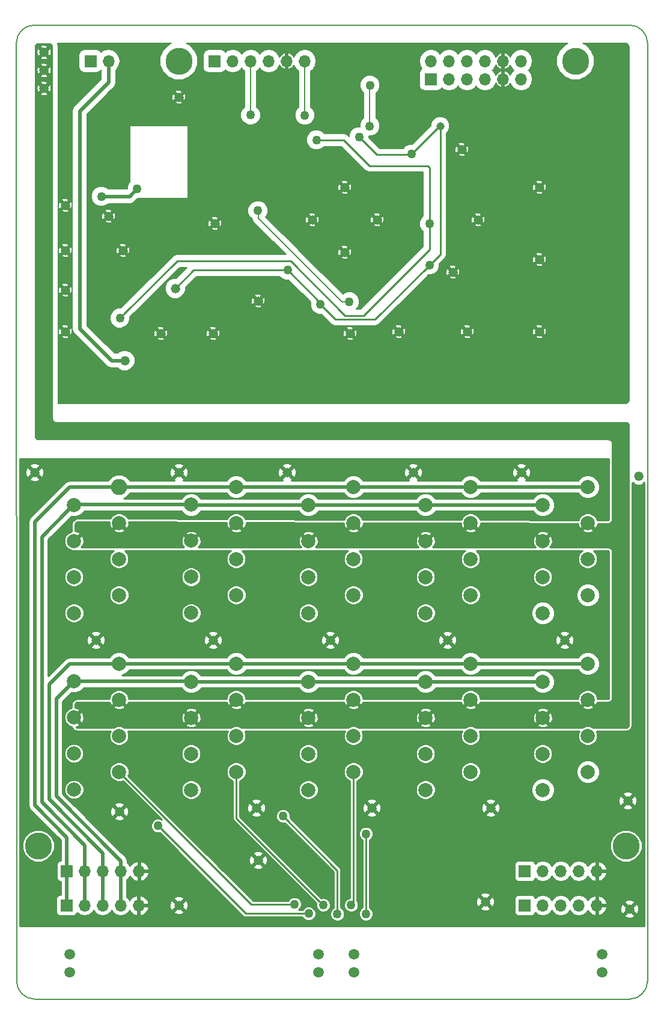
<source format=gbl>
G04 #@! TF.FileFunction,Copper,L2,Bot,Signal*
%FSLAX46Y46*%
G04 Gerber Fmt 4.6, Leading zero omitted, Abs format (unit mm)*
G04 Created by KiCad (PCBNEW 4.0.7) date Thursday, May 03, 2018 'PMt' 01:10:52 PM*
%MOMM*%
%LPD*%
G01*
G04 APERTURE LIST*
%ADD10C,0.020000*%
%ADD11C,0.150000*%
%ADD12C,1.320800*%
%ADD13C,2.000000*%
%ADD14C,3.810000*%
%ADD15C,1.143000*%
%ADD16C,2.286000*%
%ADD17R,1.700000X1.700000*%
%ADD18O,1.700000X1.700000*%
%ADD19C,1.500000*%
%ADD20C,1.270000*%
%ADD21C,0.250000*%
%ADD22C,0.500000*%
%ADD23C,0.200000*%
%ADD24C,0.152400*%
%ADD25C,0.508000*%
%ADD26C,0.254000*%
G04 APERTURE END LIST*
D10*
D11*
X253270000Y-85852000D02*
G75*
G03X250730000Y-83312000I-2540000J0D01*
G01*
X166878000Y-83312000D02*
G75*
G03X164338000Y-85852000I0J-2540000D01*
G01*
X164370000Y-217932000D02*
G75*
G03X166910000Y-220472000I2540000J0D01*
G01*
X250730000Y-220472000D02*
G75*
G03X253270000Y-217932000I0J2540000D01*
G01*
X166878000Y-83312000D02*
X250730000Y-83312000D01*
X164370000Y-217932000D02*
X164338000Y-85852000D01*
X250730000Y-220472000D02*
X166910000Y-220472000D01*
X253270000Y-85852000D02*
X253270000Y-217932000D01*
D12*
X184690000Y-126746000D03*
X192056000Y-126746000D03*
X171228000Y-126492000D03*
X171228000Y-120650000D03*
X179356000Y-115062000D03*
X171228000Y-115062000D03*
X171228000Y-108712000D03*
X177324000Y-110236000D03*
X250730000Y-207772000D03*
X250476000Y-192532000D03*
X252000000Y-146812000D03*
X230410000Y-206756000D03*
X187230000Y-207264000D03*
X198406000Y-200914000D03*
X231172000Y-193548000D03*
X214408000Y-193548000D03*
X198152000Y-193548000D03*
X178848000Y-194056000D03*
X241586000Y-169926000D03*
X225076000Y-169926000D03*
X175546000Y-169926000D03*
X192056000Y-169926000D03*
X208566000Y-169926000D03*
X235490000Y-146304000D03*
X220250000Y-146304000D03*
X202470000Y-146304000D03*
X187230000Y-146304000D03*
X166910000Y-146304000D03*
X198406000Y-122174000D03*
X187230000Y-93472000D03*
X192310000Y-111252000D03*
X179610000Y-130556000D03*
X238030000Y-106172000D03*
X238030000Y-116332000D03*
X238030000Y-126492000D03*
X227870000Y-126492000D03*
X229394000Y-110744000D03*
X210598000Y-115316000D03*
X215170000Y-110744000D03*
X206026000Y-110744000D03*
X210598000Y-106172000D03*
D13*
X221996000Y-175768000D03*
X221996000Y-180848000D03*
X221996000Y-185928000D03*
X221996000Y-191008000D03*
X205486000Y-150876000D03*
X205486000Y-155956000D03*
X205486000Y-161036000D03*
X205486000Y-166116000D03*
D12*
X168180000Y-92202000D03*
X168180000Y-89662000D03*
X168180000Y-87122000D03*
X227108000Y-100838000D03*
X225838000Y-118110000D03*
X218218000Y-126492000D03*
X211360000Y-126746000D03*
X186722000Y-120396000D03*
D14*
X167418000Y-198882000D03*
X250222000Y-198882000D03*
X243110000Y-88392000D03*
X187230000Y-88392000D03*
D15*
X224060000Y-97536000D03*
D13*
X195326000Y-173228000D03*
X195326000Y-178308000D03*
X195326000Y-183388000D03*
X195326000Y-188468000D03*
X188976000Y-175768000D03*
X188976000Y-180848000D03*
X188976000Y-185928000D03*
X188976000Y-191008000D03*
X178816000Y-173228000D03*
X178816000Y-178308000D03*
X178816000Y-183388000D03*
X178816000Y-188468000D03*
X172466000Y-175721306D03*
X172466000Y-180801306D03*
X172466000Y-185881306D03*
X172466000Y-190961306D03*
D16*
X178816000Y-148336000D03*
D13*
X178816000Y-153416000D03*
X178816000Y-158496000D03*
X178816000Y-163576000D03*
X172466000Y-150876000D03*
X172466000Y-155956000D03*
X172466000Y-161036000D03*
X172466000Y-166116000D03*
X195326000Y-148336000D03*
X195326000Y-153416000D03*
X195326000Y-158496000D03*
X195326000Y-163576000D03*
X188976000Y-150867808D03*
X188976000Y-155947808D03*
X188976000Y-161027808D03*
X188976000Y-166107808D03*
X211836000Y-148336000D03*
X211836000Y-153416000D03*
X211836000Y-158496000D03*
X211836000Y-163576000D03*
X211836000Y-173228000D03*
X211836000Y-178308000D03*
X211836000Y-183388000D03*
X211836000Y-188468000D03*
X205486000Y-175768000D03*
X205486000Y-180848000D03*
X205486000Y-185928000D03*
X205486000Y-191008000D03*
X228346000Y-148336000D03*
X228346000Y-153416000D03*
X228346000Y-158496000D03*
X228346000Y-163576000D03*
X221996000Y-150876000D03*
X221996000Y-155956000D03*
X221996000Y-161036000D03*
X221996000Y-166116000D03*
X228346000Y-173228000D03*
X228346000Y-178308000D03*
X228346000Y-183388000D03*
X228346000Y-188468000D03*
X244856000Y-148336000D03*
X244856000Y-153416000D03*
X244856000Y-158496000D03*
X244856000Y-163576000D03*
X238506000Y-150876000D03*
X238506000Y-155956000D03*
X238506000Y-161036000D03*
X238506000Y-166116000D03*
X244856000Y-173228000D03*
X244856000Y-178308000D03*
X244856000Y-183388000D03*
X244856000Y-188468000D03*
X238506000Y-175768000D03*
X238506000Y-180848000D03*
X238506000Y-185928000D03*
X238506000Y-191008000D03*
D17*
X174784000Y-88392000D03*
D18*
X177324000Y-88392000D03*
D17*
X192278000Y-88392000D03*
D18*
X194818000Y-88392000D03*
X197358000Y-88392000D03*
X199898000Y-88392000D03*
X202438000Y-88392000D03*
X204978000Y-88392000D03*
D17*
X171395092Y-207264000D03*
D18*
X173935092Y-207264000D03*
X176475092Y-207264000D03*
X179015092Y-207264000D03*
X181555092Y-207264000D03*
D17*
X171450000Y-202438000D03*
D18*
X173990000Y-202438000D03*
X176530000Y-202438000D03*
X179070000Y-202438000D03*
X181610000Y-202438000D03*
D17*
X235966000Y-207264000D03*
D18*
X238506000Y-207264000D03*
X241046000Y-207264000D03*
X243586000Y-207264000D03*
X246126000Y-207264000D03*
D17*
X235966000Y-202438000D03*
D18*
X238506000Y-202438000D03*
X241046000Y-202438000D03*
X243586000Y-202438000D03*
X246126000Y-202438000D03*
D17*
X222758000Y-90932000D03*
D18*
X222758000Y-88392000D03*
X225298000Y-90932000D03*
X225298000Y-88392000D03*
X227838000Y-90932000D03*
X227838000Y-88392000D03*
X230378000Y-90932000D03*
X230378000Y-88392000D03*
X232918000Y-90932000D03*
X232918000Y-88392000D03*
X235458000Y-90932000D03*
X235458000Y-88392000D03*
D19*
X206870000Y-216662000D03*
X171870000Y-216662000D03*
X171870000Y-214122000D03*
X206870000Y-214122000D03*
X211870000Y-216662000D03*
X246870000Y-216662000D03*
X246870000Y-214122000D03*
X211870000Y-214122000D03*
D20*
X178937095Y-124579752D03*
X206633585Y-99483515D03*
X222553447Y-111320004D03*
X202572413Y-117831566D03*
X207177661Y-122660507D03*
X181355916Y-106352261D03*
X176308000Y-107442000D03*
X220003455Y-101494787D03*
X222536000Y-117094000D03*
X212630000Y-99060000D03*
X218428417Y-140415795D03*
X205001977Y-140450758D03*
X191190923Y-140450760D03*
X198368222Y-109451260D03*
X211262529Y-122296641D03*
X204985280Y-96027384D03*
X214162510Y-91794852D03*
X214144110Y-97549874D03*
X197347938Y-95992543D03*
X203541575Y-207096514D03*
X205515173Y-208430778D03*
X184284815Y-196075296D03*
X207572162Y-207235499D03*
X209573560Y-208486370D03*
X201920858Y-194703678D03*
X211519361Y-207235499D03*
X213584416Y-197186626D03*
X213576352Y-208458575D03*
D21*
X210652837Y-124221458D02*
X202976044Y-116544665D01*
X202976044Y-116544665D02*
X186972182Y-116544665D01*
X222553447Y-114903146D02*
X213235135Y-124221458D01*
X222553447Y-111320004D02*
X222553447Y-114903146D01*
X179572094Y-123944753D02*
X178937095Y-124579752D01*
X186972182Y-116544665D02*
X179572094Y-123944753D01*
X213235135Y-124221458D02*
X210652837Y-124221458D01*
X214078103Y-103124000D02*
X210484582Y-99530479D01*
X222553447Y-103395447D02*
X222282000Y-103124000D01*
X222282000Y-103124000D02*
X214078103Y-103124000D01*
X222553447Y-111320004D02*
X222553447Y-103395447D01*
X210484582Y-99530479D02*
X206680549Y-99530479D01*
X206680549Y-99530479D02*
X206633585Y-99483515D01*
X186722000Y-120396000D02*
X189320102Y-117797898D01*
X189320102Y-117797898D02*
X202538745Y-117797898D01*
X202538745Y-117797898D02*
X202572413Y-117831566D01*
X202572413Y-117831566D02*
X207177661Y-122436814D01*
X207177661Y-122436814D02*
X207177661Y-122660507D01*
X207812660Y-123295506D02*
X207177661Y-122660507D01*
X214860024Y-124769976D02*
X209287130Y-124769976D01*
X222536000Y-117094000D02*
X214860024Y-124769976D01*
X209287130Y-124769976D02*
X207812660Y-123295506D01*
D22*
X181344546Y-106409110D02*
X180311656Y-107442000D01*
X180311656Y-107442000D02*
X176308000Y-107442000D01*
D21*
X222536000Y-117094000D02*
X224060000Y-115570000D01*
X224060000Y-115570000D02*
X224060000Y-97536000D01*
X212630000Y-99060000D02*
X215144503Y-101574503D01*
X215144503Y-101574503D02*
X219923739Y-101574503D01*
X219923739Y-101574503D02*
X220003455Y-101494787D01*
X220003455Y-101494787D02*
X223962242Y-97536000D01*
X223962242Y-97536000D02*
X224060000Y-97536000D01*
D23*
X211262529Y-122296641D02*
X210193358Y-122296641D01*
X210193358Y-122296641D02*
X198417148Y-110520431D01*
X198417148Y-110520431D02*
X198417148Y-109451260D01*
D24*
X198417148Y-109451260D02*
X198368222Y-109451260D01*
X204978000Y-88392000D02*
X204978000Y-96020104D01*
X204978000Y-96020104D02*
X204985280Y-96027384D01*
X214144110Y-91813252D02*
X214162510Y-91794852D01*
X214144110Y-97549874D02*
X214144110Y-91813252D01*
X197358000Y-95982481D02*
X197347938Y-95992543D01*
X197358000Y-88392000D02*
X197358000Y-95982481D01*
D25*
X177199554Y-148336000D02*
X178816000Y-148336000D01*
X171845743Y-148336000D02*
X177199554Y-148336000D01*
X166924810Y-193189512D02*
X166924810Y-153256933D01*
X171450000Y-197714702D02*
X166924810Y-193189512D01*
X171450000Y-202438000D02*
X171450000Y-197714702D01*
X166924810Y-153256933D02*
X171845743Y-148336000D01*
X171450000Y-202438000D02*
X171450000Y-207209092D01*
X171450000Y-207209092D02*
X171395092Y-207264000D01*
X195326000Y-148336000D02*
X178816000Y-148336000D01*
X211836000Y-148336000D02*
X195326000Y-148336000D01*
X228346000Y-148336000D02*
X226931787Y-148336000D01*
X226931787Y-148336000D02*
X211836000Y-148336000D01*
X244856000Y-148336000D02*
X228346000Y-148336000D01*
X173990000Y-198817846D02*
X167940821Y-192768667D01*
X167940821Y-192768667D02*
X167940821Y-175698392D01*
X167940821Y-175698392D02*
X167940821Y-155401179D01*
X167940821Y-155401179D02*
X171466001Y-151875999D01*
X171466001Y-151875999D02*
X172466000Y-150876000D01*
D22*
X173935092Y-207264000D02*
X173935092Y-202492908D01*
X173935092Y-202492908D02*
X173990000Y-202438000D01*
X173990000Y-202438000D02*
X173990000Y-198817846D01*
D25*
X188976000Y-150867808D02*
X172474192Y-150867808D01*
X172474192Y-150867808D02*
X172466000Y-150876000D01*
X205486000Y-150876000D02*
X188984192Y-150876000D01*
D21*
X188984192Y-150876000D02*
X188976000Y-150867808D01*
D25*
X221996000Y-150876000D02*
X205486000Y-150876000D01*
X238506000Y-150876000D02*
X221996000Y-150876000D01*
X176253010Y-199644000D02*
X168956832Y-192347822D01*
X168956832Y-192347822D02*
X168956832Y-176119239D01*
X168956832Y-176119239D02*
X171848071Y-173228000D01*
X171848071Y-173228000D02*
X177401787Y-173228000D01*
X177401787Y-173228000D02*
X178816000Y-173228000D01*
D22*
X176475092Y-207264000D02*
X176475092Y-202492908D01*
X176475092Y-202492908D02*
X176530000Y-202438000D01*
X176530000Y-202438000D02*
X176530000Y-199920990D01*
X176530000Y-199920990D02*
X176253010Y-199644000D01*
D25*
X195326000Y-173228000D02*
X178816000Y-173228000D01*
X211836000Y-173228000D02*
X195326000Y-173228000D01*
X228346000Y-173228000D02*
X211836000Y-173228000D01*
X244856000Y-173228000D02*
X228346000Y-173228000D01*
X169972843Y-191926977D02*
X169972843Y-178214463D01*
X171466001Y-176721305D02*
X172466000Y-175721306D01*
X169972843Y-178214463D02*
X171466001Y-176721305D01*
X178451866Y-200406000D02*
X169972843Y-191926977D01*
D22*
X179015092Y-207264000D02*
X179015092Y-202492908D01*
X179015092Y-202492908D02*
X179070000Y-202438000D01*
X179070000Y-202438000D02*
X179070000Y-201024134D01*
X179070000Y-201024134D02*
X178451866Y-200406000D01*
D25*
X221996000Y-175768000D02*
X238506000Y-175768000D01*
X205486000Y-175768000D02*
X206900213Y-175768000D01*
X206900213Y-175768000D02*
X221996000Y-175768000D01*
X205486000Y-175768000D02*
X188976000Y-175768000D01*
X172466000Y-175721306D02*
X188929306Y-175721306D01*
X188929306Y-175721306D02*
X188976000Y-175768000D01*
D26*
X178816000Y-188468000D02*
X178823934Y-188468000D01*
X178823934Y-188468000D02*
X197198804Y-206842870D01*
X197198804Y-206842870D02*
X197198804Y-206850804D01*
D21*
X202643550Y-207096514D02*
X203541575Y-207096514D01*
X197444514Y-207096514D02*
X202643550Y-207096514D01*
X197198804Y-206850804D02*
X197444514Y-207096514D01*
X196882000Y-208430778D02*
X204617148Y-208430778D01*
D26*
X184284815Y-196075296D02*
X196640297Y-208430778D01*
X196640297Y-208430778D02*
X196882000Y-208430778D01*
X186381865Y-198172346D02*
X184284815Y-196075296D01*
D21*
X204617148Y-208430778D02*
X205515173Y-208430778D01*
D26*
X195326000Y-194989337D02*
X206937163Y-206600500D01*
X206937163Y-206600500D02*
X207572162Y-207235499D01*
X195326000Y-188468000D02*
X195326000Y-194989337D01*
X209573560Y-207588345D02*
X209573560Y-208486370D01*
X201920858Y-194703678D02*
X209573560Y-202356380D01*
X209573560Y-202356380D02*
X209573560Y-207588345D01*
X211836000Y-206918860D02*
X211519361Y-207235499D01*
X211836000Y-188468000D02*
X211836000Y-206918860D01*
X211836000Y-188468000D02*
X211836000Y-188491267D01*
D21*
X213576352Y-208458575D02*
X213576352Y-197194690D01*
X213576352Y-197194690D02*
X213584416Y-197186626D01*
X213576352Y-208603648D02*
X213576352Y-208458575D01*
X213438903Y-208741097D02*
X213576352Y-208603648D01*
D22*
X177324000Y-88392000D02*
X177324000Y-91388868D01*
X177324000Y-91388868D02*
X173260000Y-95452868D01*
X173260000Y-95452868D02*
X173260000Y-126069274D01*
X177746726Y-130556000D02*
X179610000Y-130556000D01*
X173260000Y-126069274D02*
X177746726Y-130556000D01*
D26*
G36*
X169086851Y-86010301D02*
X169209648Y-86092352D01*
X169291699Y-86215149D01*
X169323000Y-86372509D01*
X169323000Y-138684000D01*
X169325440Y-138708776D01*
X169364109Y-138903179D01*
X169383073Y-138948961D01*
X169493194Y-139113768D01*
X169528232Y-139148806D01*
X169693039Y-139258927D01*
X169738821Y-139277891D01*
X169933224Y-139316560D01*
X169958000Y-139319000D01*
X250209491Y-139319000D01*
X250366851Y-139350301D01*
X250489648Y-139432352D01*
X250571699Y-139555149D01*
X250603000Y-139712509D01*
X250603000Y-181851491D01*
X250571699Y-182008851D01*
X250489648Y-182131648D01*
X250366851Y-182213699D01*
X250209491Y-182245000D01*
X245660668Y-182245000D01*
X245637026Y-182221317D01*
X245131104Y-182011240D01*
X244583299Y-182010762D01*
X244077011Y-182219956D01*
X244051923Y-182245000D01*
X229150668Y-182245000D01*
X229127026Y-182221317D01*
X228621104Y-182011240D01*
X228073299Y-182010762D01*
X227567011Y-182219956D01*
X227541923Y-182245000D01*
X212640668Y-182245000D01*
X212617026Y-182221317D01*
X212111104Y-182011240D01*
X211563299Y-182010762D01*
X211057011Y-182219956D01*
X211031923Y-182245000D01*
X196130668Y-182245000D01*
X196107026Y-182221317D01*
X195601104Y-182011240D01*
X195053299Y-182010762D01*
X194547011Y-182219956D01*
X194521923Y-182245000D01*
X179620668Y-182245000D01*
X179597026Y-182221317D01*
X179091104Y-182011240D01*
X178543299Y-182010762D01*
X178037011Y-182219956D01*
X178011923Y-182245000D01*
X172986509Y-182245000D01*
X172829149Y-182213699D01*
X172762212Y-182168973D01*
X172810806Y-182166490D01*
X173187515Y-182010452D01*
X173273224Y-181861742D01*
X188141863Y-181861742D01*
X188254485Y-182057146D01*
X188772126Y-182241217D01*
X189320806Y-182213184D01*
X189697515Y-182057146D01*
X189810137Y-181861742D01*
X204651863Y-181861742D01*
X204764485Y-182057146D01*
X205282126Y-182241217D01*
X205830806Y-182213184D01*
X206207515Y-182057146D01*
X206320137Y-181861742D01*
X221161863Y-181861742D01*
X221274485Y-182057146D01*
X221792126Y-182241217D01*
X222340806Y-182213184D01*
X222717515Y-182057146D01*
X222830137Y-181861742D01*
X237671863Y-181861742D01*
X237784485Y-182057146D01*
X238302126Y-182241217D01*
X238850806Y-182213184D01*
X239227515Y-182057146D01*
X239340137Y-181861742D01*
X238506000Y-181027605D01*
X237671863Y-181861742D01*
X222830137Y-181861742D01*
X221996000Y-181027605D01*
X221161863Y-181861742D01*
X206320137Y-181861742D01*
X205486000Y-181027605D01*
X204651863Y-181861742D01*
X189810137Y-181861742D01*
X188976000Y-181027605D01*
X188141863Y-181861742D01*
X173273224Y-181861742D01*
X173300137Y-181815048D01*
X172593000Y-181107911D01*
X172593000Y-180801306D01*
X172645605Y-180801306D01*
X173479742Y-181635443D01*
X173675146Y-181522821D01*
X173859217Y-181005180D01*
X173840771Y-180644126D01*
X187582783Y-180644126D01*
X187610816Y-181192806D01*
X187766854Y-181569515D01*
X187962258Y-181682137D01*
X188796395Y-180848000D01*
X189155605Y-180848000D01*
X189989742Y-181682137D01*
X190185146Y-181569515D01*
X190369217Y-181051874D01*
X190348385Y-180644126D01*
X204092783Y-180644126D01*
X204120816Y-181192806D01*
X204276854Y-181569515D01*
X204472258Y-181682137D01*
X205306395Y-180848000D01*
X205665605Y-180848000D01*
X206499742Y-181682137D01*
X206695146Y-181569515D01*
X206879217Y-181051874D01*
X206858385Y-180644126D01*
X220602783Y-180644126D01*
X220630816Y-181192806D01*
X220786854Y-181569515D01*
X220982258Y-181682137D01*
X221816395Y-180848000D01*
X222175605Y-180848000D01*
X223009742Y-181682137D01*
X223205146Y-181569515D01*
X223389217Y-181051874D01*
X223368385Y-180644126D01*
X237112783Y-180644126D01*
X237140816Y-181192806D01*
X237296854Y-181569515D01*
X237492258Y-181682137D01*
X238326395Y-180848000D01*
X238685605Y-180848000D01*
X239519742Y-181682137D01*
X239715146Y-181569515D01*
X239899217Y-181051874D01*
X239871184Y-180503194D01*
X239715146Y-180126485D01*
X239519742Y-180013863D01*
X238685605Y-180848000D01*
X238326395Y-180848000D01*
X237492258Y-180013863D01*
X237296854Y-180126485D01*
X237112783Y-180644126D01*
X223368385Y-180644126D01*
X223361184Y-180503194D01*
X223205146Y-180126485D01*
X223009742Y-180013863D01*
X222175605Y-180848000D01*
X221816395Y-180848000D01*
X220982258Y-180013863D01*
X220786854Y-180126485D01*
X220602783Y-180644126D01*
X206858385Y-180644126D01*
X206851184Y-180503194D01*
X206695146Y-180126485D01*
X206499742Y-180013863D01*
X205665605Y-180848000D01*
X205306395Y-180848000D01*
X204472258Y-180013863D01*
X204276854Y-180126485D01*
X204092783Y-180644126D01*
X190348385Y-180644126D01*
X190341184Y-180503194D01*
X190185146Y-180126485D01*
X189989742Y-180013863D01*
X189155605Y-180848000D01*
X188796395Y-180848000D01*
X187962258Y-180013863D01*
X187766854Y-180126485D01*
X187582783Y-180644126D01*
X173840771Y-180644126D01*
X173831184Y-180456500D01*
X173675146Y-180079791D01*
X173479742Y-179967169D01*
X172645605Y-180801306D01*
X172593000Y-180801306D01*
X172593000Y-180494701D01*
X173253443Y-179834258D01*
X188141863Y-179834258D01*
X188976000Y-180668395D01*
X189810137Y-179834258D01*
X204651863Y-179834258D01*
X205486000Y-180668395D01*
X206320137Y-179834258D01*
X221161863Y-179834258D01*
X221996000Y-180668395D01*
X222830137Y-179834258D01*
X237671863Y-179834258D01*
X238506000Y-180668395D01*
X239340137Y-179834258D01*
X239227515Y-179638854D01*
X238709874Y-179454783D01*
X238161194Y-179482816D01*
X237784485Y-179638854D01*
X237671863Y-179834258D01*
X222830137Y-179834258D01*
X222717515Y-179638854D01*
X222199874Y-179454783D01*
X221651194Y-179482816D01*
X221274485Y-179638854D01*
X221161863Y-179834258D01*
X206320137Y-179834258D01*
X206207515Y-179638854D01*
X205689874Y-179454783D01*
X205141194Y-179482816D01*
X204764485Y-179638854D01*
X204651863Y-179834258D01*
X189810137Y-179834258D01*
X189697515Y-179638854D01*
X189179874Y-179454783D01*
X188631194Y-179482816D01*
X188254485Y-179638854D01*
X188141863Y-179834258D01*
X173253443Y-179834258D01*
X173300137Y-179787564D01*
X173187515Y-179592160D01*
X172669874Y-179408089D01*
X172593000Y-179412017D01*
X172593000Y-179082509D01*
X172624301Y-178925149D01*
X172706352Y-178802352D01*
X172829149Y-178720301D01*
X172986509Y-178689000D01*
X177465808Y-178689000D01*
X177606854Y-179029515D01*
X177802258Y-179142137D01*
X178255395Y-178689000D01*
X178614605Y-178689000D01*
X177981863Y-179321742D01*
X178094485Y-179517146D01*
X178612126Y-179701217D01*
X179160806Y-179673184D01*
X179537515Y-179517146D01*
X179650137Y-179321742D01*
X179017395Y-178689000D01*
X179376605Y-178689000D01*
X179829742Y-179142137D01*
X180025146Y-179029515D01*
X180146232Y-178689000D01*
X193975808Y-178689000D01*
X194116854Y-179029515D01*
X194312258Y-179142137D01*
X194765395Y-178689000D01*
X195124605Y-178689000D01*
X194491863Y-179321742D01*
X194604485Y-179517146D01*
X195122126Y-179701217D01*
X195670806Y-179673184D01*
X196047515Y-179517146D01*
X196160137Y-179321742D01*
X195527395Y-178689000D01*
X195886605Y-178689000D01*
X196339742Y-179142137D01*
X196535146Y-179029515D01*
X196656232Y-178689000D01*
X210485808Y-178689000D01*
X210626854Y-179029515D01*
X210822258Y-179142137D01*
X211275395Y-178689000D01*
X211634605Y-178689000D01*
X211001863Y-179321742D01*
X211114485Y-179517146D01*
X211632126Y-179701217D01*
X212180806Y-179673184D01*
X212557515Y-179517146D01*
X212670137Y-179321742D01*
X212037395Y-178689000D01*
X212396605Y-178689000D01*
X212849742Y-179142137D01*
X213045146Y-179029515D01*
X213166232Y-178689000D01*
X226995808Y-178689000D01*
X227136854Y-179029515D01*
X227332258Y-179142137D01*
X227785395Y-178689000D01*
X228144605Y-178689000D01*
X227511863Y-179321742D01*
X227624485Y-179517146D01*
X228142126Y-179701217D01*
X228690806Y-179673184D01*
X229067515Y-179517146D01*
X229180137Y-179321742D01*
X228547395Y-178689000D01*
X228906605Y-178689000D01*
X229359742Y-179142137D01*
X229555146Y-179029515D01*
X229676232Y-178689000D01*
X243505808Y-178689000D01*
X243646854Y-179029515D01*
X243842258Y-179142137D01*
X244295395Y-178689000D01*
X244654605Y-178689000D01*
X244021863Y-179321742D01*
X244134485Y-179517146D01*
X244652126Y-179701217D01*
X245200806Y-179673184D01*
X245577515Y-179517146D01*
X245690137Y-179321742D01*
X245057395Y-178689000D01*
X245416605Y-178689000D01*
X245869742Y-179142137D01*
X246065146Y-179029515D01*
X246186232Y-178689000D01*
X247682000Y-178689000D01*
X247706776Y-178686560D01*
X247901179Y-178647891D01*
X247946961Y-178628927D01*
X248111768Y-178518806D01*
X248146806Y-178483768D01*
X248256927Y-178318961D01*
X248275891Y-178273179D01*
X248314560Y-178078776D01*
X248317000Y-178054000D01*
X248317000Y-157480000D01*
X248314560Y-157455224D01*
X248275891Y-157260821D01*
X248256927Y-157215039D01*
X248146806Y-157050232D01*
X248111768Y-157015194D01*
X247946961Y-156905073D01*
X247901179Y-156886109D01*
X247706776Y-156847440D01*
X247682000Y-156845000D01*
X239574608Y-156845000D01*
X239519744Y-156790136D01*
X239715146Y-156677515D01*
X239899217Y-156159874D01*
X239871184Y-155611194D01*
X239715146Y-155234485D01*
X239519742Y-155121863D01*
X238685605Y-155956000D01*
X238699748Y-155970143D01*
X238520143Y-156149748D01*
X238506000Y-156135605D01*
X238491858Y-156149748D01*
X238312253Y-155970143D01*
X238326395Y-155956000D01*
X237492258Y-155121863D01*
X237296854Y-155234485D01*
X237112783Y-155752126D01*
X237140816Y-156300806D01*
X237296854Y-156677515D01*
X237492256Y-156790136D01*
X237437392Y-156845000D01*
X223064608Y-156845000D01*
X223009744Y-156790136D01*
X223205146Y-156677515D01*
X223389217Y-156159874D01*
X223361184Y-155611194D01*
X223205146Y-155234485D01*
X223009742Y-155121863D01*
X222175605Y-155956000D01*
X222189748Y-155970143D01*
X222010143Y-156149748D01*
X221996000Y-156135605D01*
X221981858Y-156149748D01*
X221802253Y-155970143D01*
X221816395Y-155956000D01*
X220982258Y-155121863D01*
X220786854Y-155234485D01*
X220602783Y-155752126D01*
X220630816Y-156300806D01*
X220786854Y-156677515D01*
X220982256Y-156790136D01*
X220927392Y-156845000D01*
X206554608Y-156845000D01*
X206499744Y-156790136D01*
X206695146Y-156677515D01*
X206879217Y-156159874D01*
X206851184Y-155611194D01*
X206695146Y-155234485D01*
X206499742Y-155121863D01*
X205665605Y-155956000D01*
X205679748Y-155970143D01*
X205500143Y-156149748D01*
X205486000Y-156135605D01*
X205471858Y-156149748D01*
X205292253Y-155970143D01*
X205306395Y-155956000D01*
X204472258Y-155121863D01*
X204276854Y-155234485D01*
X204092783Y-155752126D01*
X204120816Y-156300806D01*
X204276854Y-156677515D01*
X204472256Y-156790136D01*
X204417392Y-156845000D01*
X190052800Y-156845000D01*
X189989744Y-156781944D01*
X190185146Y-156669323D01*
X190369217Y-156151682D01*
X190341184Y-155603002D01*
X190185146Y-155226293D01*
X189989742Y-155113671D01*
X189155605Y-155947808D01*
X189169748Y-155961951D01*
X188990143Y-156141556D01*
X188976000Y-156127413D01*
X188961858Y-156141556D01*
X188782253Y-155961951D01*
X188796395Y-155947808D01*
X187962258Y-155113671D01*
X187766854Y-155226293D01*
X187582783Y-155743934D01*
X187610816Y-156292614D01*
X187766854Y-156669323D01*
X187962256Y-156781944D01*
X187899200Y-156845000D01*
X173534608Y-156845000D01*
X173479744Y-156790136D01*
X173675146Y-156677515D01*
X173859217Y-156159874D01*
X173831184Y-155611194D01*
X173675146Y-155234485D01*
X173479742Y-155121863D01*
X172645605Y-155956000D01*
X172659748Y-155970143D01*
X172593000Y-156036890D01*
X172593000Y-155649395D01*
X173300137Y-154942258D01*
X173295416Y-154934066D01*
X188141863Y-154934066D01*
X188976000Y-155768203D01*
X189801945Y-154942258D01*
X204651863Y-154942258D01*
X205486000Y-155776395D01*
X206320137Y-154942258D01*
X221161863Y-154942258D01*
X221996000Y-155776395D01*
X222830137Y-154942258D01*
X237671863Y-154942258D01*
X238506000Y-155776395D01*
X239340137Y-154942258D01*
X239227515Y-154746854D01*
X238709874Y-154562783D01*
X238161194Y-154590816D01*
X237784485Y-154746854D01*
X237671863Y-154942258D01*
X222830137Y-154942258D01*
X222717515Y-154746854D01*
X222199874Y-154562783D01*
X221651194Y-154590816D01*
X221274485Y-154746854D01*
X221161863Y-154942258D01*
X206320137Y-154942258D01*
X206207515Y-154746854D01*
X205689874Y-154562783D01*
X205141194Y-154590816D01*
X204764485Y-154746854D01*
X204651863Y-154942258D01*
X189801945Y-154942258D01*
X189810137Y-154934066D01*
X189697515Y-154738662D01*
X189179874Y-154554591D01*
X188631194Y-154582624D01*
X188254485Y-154738662D01*
X188141863Y-154934066D01*
X173295416Y-154934066D01*
X173187515Y-154746854D01*
X172669874Y-154562783D01*
X172593000Y-154566711D01*
X172593000Y-154429742D01*
X177981863Y-154429742D01*
X178094485Y-154625146D01*
X178612126Y-154809217D01*
X179160806Y-154781184D01*
X179537515Y-154625146D01*
X179650137Y-154429742D01*
X194491863Y-154429742D01*
X194604485Y-154625146D01*
X195122126Y-154809217D01*
X195670806Y-154781184D01*
X196047515Y-154625146D01*
X196160137Y-154429742D01*
X211001863Y-154429742D01*
X211114485Y-154625146D01*
X211632126Y-154809217D01*
X212180806Y-154781184D01*
X212557515Y-154625146D01*
X212670137Y-154429742D01*
X227511863Y-154429742D01*
X227624485Y-154625146D01*
X228142126Y-154809217D01*
X228690806Y-154781184D01*
X229067515Y-154625146D01*
X229180137Y-154429742D01*
X244021863Y-154429742D01*
X244134485Y-154625146D01*
X244652126Y-154809217D01*
X245200806Y-154781184D01*
X245577515Y-154625146D01*
X245690137Y-154429742D01*
X244856000Y-153595605D01*
X244021863Y-154429742D01*
X229180137Y-154429742D01*
X228346000Y-153595605D01*
X227511863Y-154429742D01*
X212670137Y-154429742D01*
X211836000Y-153595605D01*
X211001863Y-154429742D01*
X196160137Y-154429742D01*
X195326000Y-153595605D01*
X194491863Y-154429742D01*
X179650137Y-154429742D01*
X178816000Y-153595605D01*
X177981863Y-154429742D01*
X172593000Y-154429742D01*
X172593000Y-153681668D01*
X172613235Y-153554175D01*
X172667341Y-153448241D01*
X172751586Y-153364269D01*
X172857694Y-153310508D01*
X172985254Y-153290687D01*
X177427534Y-153305110D01*
X177450816Y-153760806D01*
X177606854Y-154137515D01*
X177802258Y-154250137D01*
X178636395Y-153416000D01*
X178622253Y-153401858D01*
X178714821Y-153309289D01*
X178917838Y-153309948D01*
X179009748Y-153401858D01*
X178995605Y-153416000D01*
X179829742Y-154250137D01*
X180025146Y-154137515D01*
X180209217Y-153619874D01*
X180193594Y-153314091D01*
X193940273Y-153358722D01*
X193960816Y-153760806D01*
X194116854Y-154137515D01*
X194312258Y-154250137D01*
X195146395Y-153416000D01*
X195132253Y-153401858D01*
X195171390Y-153362720D01*
X195481617Y-153363727D01*
X195519748Y-153401858D01*
X195505605Y-153416000D01*
X196339742Y-154250137D01*
X196535146Y-154137515D01*
X196719217Y-153619874D01*
X196706333Y-153367703D01*
X210453012Y-153412335D01*
X210470816Y-153760806D01*
X210626854Y-154137515D01*
X210822258Y-154250137D01*
X211656154Y-153416241D01*
X212017018Y-153417413D01*
X212849742Y-154250137D01*
X213045146Y-154137515D01*
X213229217Y-153619874D01*
X213219072Y-153421316D01*
X226965751Y-153465947D01*
X226980816Y-153760806D01*
X227136854Y-154137515D01*
X227332258Y-154250137D01*
X228112724Y-153469671D01*
X228580796Y-153471191D01*
X229359742Y-154250137D01*
X229555146Y-154137515D01*
X229739217Y-153619874D01*
X229731811Y-153474928D01*
X243478490Y-153519560D01*
X243490816Y-153760806D01*
X243646854Y-154137515D01*
X243842258Y-154250137D01*
X244569293Y-153523102D01*
X245144574Y-153524969D01*
X245869742Y-154250137D01*
X246065146Y-154137515D01*
X246249217Y-153619874D01*
X246244551Y-153528541D01*
X247679939Y-153533201D01*
X247699851Y-153531696D01*
X247857225Y-153507242D01*
X247895124Y-153495037D01*
X248037193Y-153423056D01*
X248069451Y-153399715D01*
X248182250Y-153287281D01*
X248205695Y-153255100D01*
X248278137Y-153113266D01*
X248290465Y-153075407D01*
X248315430Y-152918113D01*
X248317000Y-152898205D01*
X248317000Y-142240000D01*
X248314560Y-142215224D01*
X248275891Y-142020821D01*
X248256927Y-141975039D01*
X248146806Y-141810232D01*
X248111768Y-141775194D01*
X247946961Y-141665073D01*
X247901179Y-141646109D01*
X247706776Y-141607440D01*
X247682000Y-141605000D01*
X167430509Y-141605000D01*
X167273149Y-141573699D01*
X167150352Y-141491648D01*
X167068301Y-141368851D01*
X167037000Y-141211491D01*
X167037000Y-92969332D01*
X167592273Y-92969332D01*
X167663114Y-93129499D01*
X168057398Y-93256701D01*
X168470347Y-93223334D01*
X168696886Y-93129499D01*
X168767727Y-92969332D01*
X168180000Y-92381605D01*
X167592273Y-92969332D01*
X167037000Y-92969332D01*
X167037000Y-92079398D01*
X167125299Y-92079398D01*
X167158666Y-92492347D01*
X167252501Y-92718886D01*
X167412668Y-92789727D01*
X168000395Y-92202000D01*
X168359605Y-92202000D01*
X168947332Y-92789727D01*
X169107499Y-92718886D01*
X169234701Y-92324602D01*
X169201334Y-91911653D01*
X169107499Y-91685114D01*
X168947332Y-91614273D01*
X168359605Y-92202000D01*
X168000395Y-92202000D01*
X167412668Y-91614273D01*
X167252501Y-91685114D01*
X167125299Y-92079398D01*
X167037000Y-92079398D01*
X167037000Y-91434668D01*
X167592273Y-91434668D01*
X168180000Y-92022395D01*
X168767727Y-91434668D01*
X168696886Y-91274501D01*
X168302602Y-91147299D01*
X167889653Y-91180666D01*
X167663114Y-91274501D01*
X167592273Y-91434668D01*
X167037000Y-91434668D01*
X167037000Y-90429332D01*
X167592273Y-90429332D01*
X167663114Y-90589499D01*
X168057398Y-90716701D01*
X168470347Y-90683334D01*
X168696886Y-90589499D01*
X168767727Y-90429332D01*
X168180000Y-89841605D01*
X167592273Y-90429332D01*
X167037000Y-90429332D01*
X167037000Y-89539398D01*
X167125299Y-89539398D01*
X167158666Y-89952347D01*
X167252501Y-90178886D01*
X167412668Y-90249727D01*
X168000395Y-89662000D01*
X168359605Y-89662000D01*
X168947332Y-90249727D01*
X169107499Y-90178886D01*
X169234701Y-89784602D01*
X169201334Y-89371653D01*
X169107499Y-89145114D01*
X168947332Y-89074273D01*
X168359605Y-89662000D01*
X168000395Y-89662000D01*
X167412668Y-89074273D01*
X167252501Y-89145114D01*
X167125299Y-89539398D01*
X167037000Y-89539398D01*
X167037000Y-88894668D01*
X167592273Y-88894668D01*
X168180000Y-89482395D01*
X168767727Y-88894668D01*
X168696886Y-88734501D01*
X168302602Y-88607299D01*
X167889653Y-88640666D01*
X167663114Y-88734501D01*
X167592273Y-88894668D01*
X167037000Y-88894668D01*
X167037000Y-87889332D01*
X167592273Y-87889332D01*
X167663114Y-88049499D01*
X168057398Y-88176701D01*
X168470347Y-88143334D01*
X168696886Y-88049499D01*
X168767727Y-87889332D01*
X168180000Y-87301605D01*
X167592273Y-87889332D01*
X167037000Y-87889332D01*
X167037000Y-86999398D01*
X167125299Y-86999398D01*
X167158666Y-87412347D01*
X167252501Y-87638886D01*
X167412668Y-87709727D01*
X168000395Y-87122000D01*
X168359605Y-87122000D01*
X168947332Y-87709727D01*
X169107499Y-87638886D01*
X169234701Y-87244602D01*
X169201334Y-86831653D01*
X169107499Y-86605114D01*
X168947332Y-86534273D01*
X168359605Y-87122000D01*
X168000395Y-87122000D01*
X167412668Y-86534273D01*
X167252501Y-86605114D01*
X167125299Y-86999398D01*
X167037000Y-86999398D01*
X167037000Y-86372509D01*
X167040548Y-86354668D01*
X167592273Y-86354668D01*
X168180000Y-86942395D01*
X168767727Y-86354668D01*
X168696886Y-86194501D01*
X168302602Y-86067299D01*
X167889653Y-86100666D01*
X167663114Y-86194501D01*
X167592273Y-86354668D01*
X167040548Y-86354668D01*
X167068301Y-86215149D01*
X167150352Y-86092352D01*
X167273149Y-86010301D01*
X167430509Y-85979000D01*
X168929491Y-85979000D01*
X169086851Y-86010301D01*
X169086851Y-86010301D01*
G37*
X169086851Y-86010301D02*
X169209648Y-86092352D01*
X169291699Y-86215149D01*
X169323000Y-86372509D01*
X169323000Y-138684000D01*
X169325440Y-138708776D01*
X169364109Y-138903179D01*
X169383073Y-138948961D01*
X169493194Y-139113768D01*
X169528232Y-139148806D01*
X169693039Y-139258927D01*
X169738821Y-139277891D01*
X169933224Y-139316560D01*
X169958000Y-139319000D01*
X250209491Y-139319000D01*
X250366851Y-139350301D01*
X250489648Y-139432352D01*
X250571699Y-139555149D01*
X250603000Y-139712509D01*
X250603000Y-181851491D01*
X250571699Y-182008851D01*
X250489648Y-182131648D01*
X250366851Y-182213699D01*
X250209491Y-182245000D01*
X245660668Y-182245000D01*
X245637026Y-182221317D01*
X245131104Y-182011240D01*
X244583299Y-182010762D01*
X244077011Y-182219956D01*
X244051923Y-182245000D01*
X229150668Y-182245000D01*
X229127026Y-182221317D01*
X228621104Y-182011240D01*
X228073299Y-182010762D01*
X227567011Y-182219956D01*
X227541923Y-182245000D01*
X212640668Y-182245000D01*
X212617026Y-182221317D01*
X212111104Y-182011240D01*
X211563299Y-182010762D01*
X211057011Y-182219956D01*
X211031923Y-182245000D01*
X196130668Y-182245000D01*
X196107026Y-182221317D01*
X195601104Y-182011240D01*
X195053299Y-182010762D01*
X194547011Y-182219956D01*
X194521923Y-182245000D01*
X179620668Y-182245000D01*
X179597026Y-182221317D01*
X179091104Y-182011240D01*
X178543299Y-182010762D01*
X178037011Y-182219956D01*
X178011923Y-182245000D01*
X172986509Y-182245000D01*
X172829149Y-182213699D01*
X172762212Y-182168973D01*
X172810806Y-182166490D01*
X173187515Y-182010452D01*
X173273224Y-181861742D01*
X188141863Y-181861742D01*
X188254485Y-182057146D01*
X188772126Y-182241217D01*
X189320806Y-182213184D01*
X189697515Y-182057146D01*
X189810137Y-181861742D01*
X204651863Y-181861742D01*
X204764485Y-182057146D01*
X205282126Y-182241217D01*
X205830806Y-182213184D01*
X206207515Y-182057146D01*
X206320137Y-181861742D01*
X221161863Y-181861742D01*
X221274485Y-182057146D01*
X221792126Y-182241217D01*
X222340806Y-182213184D01*
X222717515Y-182057146D01*
X222830137Y-181861742D01*
X237671863Y-181861742D01*
X237784485Y-182057146D01*
X238302126Y-182241217D01*
X238850806Y-182213184D01*
X239227515Y-182057146D01*
X239340137Y-181861742D01*
X238506000Y-181027605D01*
X237671863Y-181861742D01*
X222830137Y-181861742D01*
X221996000Y-181027605D01*
X221161863Y-181861742D01*
X206320137Y-181861742D01*
X205486000Y-181027605D01*
X204651863Y-181861742D01*
X189810137Y-181861742D01*
X188976000Y-181027605D01*
X188141863Y-181861742D01*
X173273224Y-181861742D01*
X173300137Y-181815048D01*
X172593000Y-181107911D01*
X172593000Y-180801306D01*
X172645605Y-180801306D01*
X173479742Y-181635443D01*
X173675146Y-181522821D01*
X173859217Y-181005180D01*
X173840771Y-180644126D01*
X187582783Y-180644126D01*
X187610816Y-181192806D01*
X187766854Y-181569515D01*
X187962258Y-181682137D01*
X188796395Y-180848000D01*
X189155605Y-180848000D01*
X189989742Y-181682137D01*
X190185146Y-181569515D01*
X190369217Y-181051874D01*
X190348385Y-180644126D01*
X204092783Y-180644126D01*
X204120816Y-181192806D01*
X204276854Y-181569515D01*
X204472258Y-181682137D01*
X205306395Y-180848000D01*
X205665605Y-180848000D01*
X206499742Y-181682137D01*
X206695146Y-181569515D01*
X206879217Y-181051874D01*
X206858385Y-180644126D01*
X220602783Y-180644126D01*
X220630816Y-181192806D01*
X220786854Y-181569515D01*
X220982258Y-181682137D01*
X221816395Y-180848000D01*
X222175605Y-180848000D01*
X223009742Y-181682137D01*
X223205146Y-181569515D01*
X223389217Y-181051874D01*
X223368385Y-180644126D01*
X237112783Y-180644126D01*
X237140816Y-181192806D01*
X237296854Y-181569515D01*
X237492258Y-181682137D01*
X238326395Y-180848000D01*
X238685605Y-180848000D01*
X239519742Y-181682137D01*
X239715146Y-181569515D01*
X239899217Y-181051874D01*
X239871184Y-180503194D01*
X239715146Y-180126485D01*
X239519742Y-180013863D01*
X238685605Y-180848000D01*
X238326395Y-180848000D01*
X237492258Y-180013863D01*
X237296854Y-180126485D01*
X237112783Y-180644126D01*
X223368385Y-180644126D01*
X223361184Y-180503194D01*
X223205146Y-180126485D01*
X223009742Y-180013863D01*
X222175605Y-180848000D01*
X221816395Y-180848000D01*
X220982258Y-180013863D01*
X220786854Y-180126485D01*
X220602783Y-180644126D01*
X206858385Y-180644126D01*
X206851184Y-180503194D01*
X206695146Y-180126485D01*
X206499742Y-180013863D01*
X205665605Y-180848000D01*
X205306395Y-180848000D01*
X204472258Y-180013863D01*
X204276854Y-180126485D01*
X204092783Y-180644126D01*
X190348385Y-180644126D01*
X190341184Y-180503194D01*
X190185146Y-180126485D01*
X189989742Y-180013863D01*
X189155605Y-180848000D01*
X188796395Y-180848000D01*
X187962258Y-180013863D01*
X187766854Y-180126485D01*
X187582783Y-180644126D01*
X173840771Y-180644126D01*
X173831184Y-180456500D01*
X173675146Y-180079791D01*
X173479742Y-179967169D01*
X172645605Y-180801306D01*
X172593000Y-180801306D01*
X172593000Y-180494701D01*
X173253443Y-179834258D01*
X188141863Y-179834258D01*
X188976000Y-180668395D01*
X189810137Y-179834258D01*
X204651863Y-179834258D01*
X205486000Y-180668395D01*
X206320137Y-179834258D01*
X221161863Y-179834258D01*
X221996000Y-180668395D01*
X222830137Y-179834258D01*
X237671863Y-179834258D01*
X238506000Y-180668395D01*
X239340137Y-179834258D01*
X239227515Y-179638854D01*
X238709874Y-179454783D01*
X238161194Y-179482816D01*
X237784485Y-179638854D01*
X237671863Y-179834258D01*
X222830137Y-179834258D01*
X222717515Y-179638854D01*
X222199874Y-179454783D01*
X221651194Y-179482816D01*
X221274485Y-179638854D01*
X221161863Y-179834258D01*
X206320137Y-179834258D01*
X206207515Y-179638854D01*
X205689874Y-179454783D01*
X205141194Y-179482816D01*
X204764485Y-179638854D01*
X204651863Y-179834258D01*
X189810137Y-179834258D01*
X189697515Y-179638854D01*
X189179874Y-179454783D01*
X188631194Y-179482816D01*
X188254485Y-179638854D01*
X188141863Y-179834258D01*
X173253443Y-179834258D01*
X173300137Y-179787564D01*
X173187515Y-179592160D01*
X172669874Y-179408089D01*
X172593000Y-179412017D01*
X172593000Y-179082509D01*
X172624301Y-178925149D01*
X172706352Y-178802352D01*
X172829149Y-178720301D01*
X172986509Y-178689000D01*
X177465808Y-178689000D01*
X177606854Y-179029515D01*
X177802258Y-179142137D01*
X178255395Y-178689000D01*
X178614605Y-178689000D01*
X177981863Y-179321742D01*
X178094485Y-179517146D01*
X178612126Y-179701217D01*
X179160806Y-179673184D01*
X179537515Y-179517146D01*
X179650137Y-179321742D01*
X179017395Y-178689000D01*
X179376605Y-178689000D01*
X179829742Y-179142137D01*
X180025146Y-179029515D01*
X180146232Y-178689000D01*
X193975808Y-178689000D01*
X194116854Y-179029515D01*
X194312258Y-179142137D01*
X194765395Y-178689000D01*
X195124605Y-178689000D01*
X194491863Y-179321742D01*
X194604485Y-179517146D01*
X195122126Y-179701217D01*
X195670806Y-179673184D01*
X196047515Y-179517146D01*
X196160137Y-179321742D01*
X195527395Y-178689000D01*
X195886605Y-178689000D01*
X196339742Y-179142137D01*
X196535146Y-179029515D01*
X196656232Y-178689000D01*
X210485808Y-178689000D01*
X210626854Y-179029515D01*
X210822258Y-179142137D01*
X211275395Y-178689000D01*
X211634605Y-178689000D01*
X211001863Y-179321742D01*
X211114485Y-179517146D01*
X211632126Y-179701217D01*
X212180806Y-179673184D01*
X212557515Y-179517146D01*
X212670137Y-179321742D01*
X212037395Y-178689000D01*
X212396605Y-178689000D01*
X212849742Y-179142137D01*
X213045146Y-179029515D01*
X213166232Y-178689000D01*
X226995808Y-178689000D01*
X227136854Y-179029515D01*
X227332258Y-179142137D01*
X227785395Y-178689000D01*
X228144605Y-178689000D01*
X227511863Y-179321742D01*
X227624485Y-179517146D01*
X228142126Y-179701217D01*
X228690806Y-179673184D01*
X229067515Y-179517146D01*
X229180137Y-179321742D01*
X228547395Y-178689000D01*
X228906605Y-178689000D01*
X229359742Y-179142137D01*
X229555146Y-179029515D01*
X229676232Y-178689000D01*
X243505808Y-178689000D01*
X243646854Y-179029515D01*
X243842258Y-179142137D01*
X244295395Y-178689000D01*
X244654605Y-178689000D01*
X244021863Y-179321742D01*
X244134485Y-179517146D01*
X244652126Y-179701217D01*
X245200806Y-179673184D01*
X245577515Y-179517146D01*
X245690137Y-179321742D01*
X245057395Y-178689000D01*
X245416605Y-178689000D01*
X245869742Y-179142137D01*
X246065146Y-179029515D01*
X246186232Y-178689000D01*
X247682000Y-178689000D01*
X247706776Y-178686560D01*
X247901179Y-178647891D01*
X247946961Y-178628927D01*
X248111768Y-178518806D01*
X248146806Y-178483768D01*
X248256927Y-178318961D01*
X248275891Y-178273179D01*
X248314560Y-178078776D01*
X248317000Y-178054000D01*
X248317000Y-157480000D01*
X248314560Y-157455224D01*
X248275891Y-157260821D01*
X248256927Y-157215039D01*
X248146806Y-157050232D01*
X248111768Y-157015194D01*
X247946961Y-156905073D01*
X247901179Y-156886109D01*
X247706776Y-156847440D01*
X247682000Y-156845000D01*
X239574608Y-156845000D01*
X239519744Y-156790136D01*
X239715146Y-156677515D01*
X239899217Y-156159874D01*
X239871184Y-155611194D01*
X239715146Y-155234485D01*
X239519742Y-155121863D01*
X238685605Y-155956000D01*
X238699748Y-155970143D01*
X238520143Y-156149748D01*
X238506000Y-156135605D01*
X238491858Y-156149748D01*
X238312253Y-155970143D01*
X238326395Y-155956000D01*
X237492258Y-155121863D01*
X237296854Y-155234485D01*
X237112783Y-155752126D01*
X237140816Y-156300806D01*
X237296854Y-156677515D01*
X237492256Y-156790136D01*
X237437392Y-156845000D01*
X223064608Y-156845000D01*
X223009744Y-156790136D01*
X223205146Y-156677515D01*
X223389217Y-156159874D01*
X223361184Y-155611194D01*
X223205146Y-155234485D01*
X223009742Y-155121863D01*
X222175605Y-155956000D01*
X222189748Y-155970143D01*
X222010143Y-156149748D01*
X221996000Y-156135605D01*
X221981858Y-156149748D01*
X221802253Y-155970143D01*
X221816395Y-155956000D01*
X220982258Y-155121863D01*
X220786854Y-155234485D01*
X220602783Y-155752126D01*
X220630816Y-156300806D01*
X220786854Y-156677515D01*
X220982256Y-156790136D01*
X220927392Y-156845000D01*
X206554608Y-156845000D01*
X206499744Y-156790136D01*
X206695146Y-156677515D01*
X206879217Y-156159874D01*
X206851184Y-155611194D01*
X206695146Y-155234485D01*
X206499742Y-155121863D01*
X205665605Y-155956000D01*
X205679748Y-155970143D01*
X205500143Y-156149748D01*
X205486000Y-156135605D01*
X205471858Y-156149748D01*
X205292253Y-155970143D01*
X205306395Y-155956000D01*
X204472258Y-155121863D01*
X204276854Y-155234485D01*
X204092783Y-155752126D01*
X204120816Y-156300806D01*
X204276854Y-156677515D01*
X204472256Y-156790136D01*
X204417392Y-156845000D01*
X190052800Y-156845000D01*
X189989744Y-156781944D01*
X190185146Y-156669323D01*
X190369217Y-156151682D01*
X190341184Y-155603002D01*
X190185146Y-155226293D01*
X189989742Y-155113671D01*
X189155605Y-155947808D01*
X189169748Y-155961951D01*
X188990143Y-156141556D01*
X188976000Y-156127413D01*
X188961858Y-156141556D01*
X188782253Y-155961951D01*
X188796395Y-155947808D01*
X187962258Y-155113671D01*
X187766854Y-155226293D01*
X187582783Y-155743934D01*
X187610816Y-156292614D01*
X187766854Y-156669323D01*
X187962256Y-156781944D01*
X187899200Y-156845000D01*
X173534608Y-156845000D01*
X173479744Y-156790136D01*
X173675146Y-156677515D01*
X173859217Y-156159874D01*
X173831184Y-155611194D01*
X173675146Y-155234485D01*
X173479742Y-155121863D01*
X172645605Y-155956000D01*
X172659748Y-155970143D01*
X172593000Y-156036890D01*
X172593000Y-155649395D01*
X173300137Y-154942258D01*
X173295416Y-154934066D01*
X188141863Y-154934066D01*
X188976000Y-155768203D01*
X189801945Y-154942258D01*
X204651863Y-154942258D01*
X205486000Y-155776395D01*
X206320137Y-154942258D01*
X221161863Y-154942258D01*
X221996000Y-155776395D01*
X222830137Y-154942258D01*
X237671863Y-154942258D01*
X238506000Y-155776395D01*
X239340137Y-154942258D01*
X239227515Y-154746854D01*
X238709874Y-154562783D01*
X238161194Y-154590816D01*
X237784485Y-154746854D01*
X237671863Y-154942258D01*
X222830137Y-154942258D01*
X222717515Y-154746854D01*
X222199874Y-154562783D01*
X221651194Y-154590816D01*
X221274485Y-154746854D01*
X221161863Y-154942258D01*
X206320137Y-154942258D01*
X206207515Y-154746854D01*
X205689874Y-154562783D01*
X205141194Y-154590816D01*
X204764485Y-154746854D01*
X204651863Y-154942258D01*
X189801945Y-154942258D01*
X189810137Y-154934066D01*
X189697515Y-154738662D01*
X189179874Y-154554591D01*
X188631194Y-154582624D01*
X188254485Y-154738662D01*
X188141863Y-154934066D01*
X173295416Y-154934066D01*
X173187515Y-154746854D01*
X172669874Y-154562783D01*
X172593000Y-154566711D01*
X172593000Y-154429742D01*
X177981863Y-154429742D01*
X178094485Y-154625146D01*
X178612126Y-154809217D01*
X179160806Y-154781184D01*
X179537515Y-154625146D01*
X179650137Y-154429742D01*
X194491863Y-154429742D01*
X194604485Y-154625146D01*
X195122126Y-154809217D01*
X195670806Y-154781184D01*
X196047515Y-154625146D01*
X196160137Y-154429742D01*
X211001863Y-154429742D01*
X211114485Y-154625146D01*
X211632126Y-154809217D01*
X212180806Y-154781184D01*
X212557515Y-154625146D01*
X212670137Y-154429742D01*
X227511863Y-154429742D01*
X227624485Y-154625146D01*
X228142126Y-154809217D01*
X228690806Y-154781184D01*
X229067515Y-154625146D01*
X229180137Y-154429742D01*
X244021863Y-154429742D01*
X244134485Y-154625146D01*
X244652126Y-154809217D01*
X245200806Y-154781184D01*
X245577515Y-154625146D01*
X245690137Y-154429742D01*
X244856000Y-153595605D01*
X244021863Y-154429742D01*
X229180137Y-154429742D01*
X228346000Y-153595605D01*
X227511863Y-154429742D01*
X212670137Y-154429742D01*
X211836000Y-153595605D01*
X211001863Y-154429742D01*
X196160137Y-154429742D01*
X195326000Y-153595605D01*
X194491863Y-154429742D01*
X179650137Y-154429742D01*
X178816000Y-153595605D01*
X177981863Y-154429742D01*
X172593000Y-154429742D01*
X172593000Y-153681668D01*
X172613235Y-153554175D01*
X172667341Y-153448241D01*
X172751586Y-153364269D01*
X172857694Y-153310508D01*
X172985254Y-153290687D01*
X177427534Y-153305110D01*
X177450816Y-153760806D01*
X177606854Y-154137515D01*
X177802258Y-154250137D01*
X178636395Y-153416000D01*
X178622253Y-153401858D01*
X178714821Y-153309289D01*
X178917838Y-153309948D01*
X179009748Y-153401858D01*
X178995605Y-153416000D01*
X179829742Y-154250137D01*
X180025146Y-154137515D01*
X180209217Y-153619874D01*
X180193594Y-153314091D01*
X193940273Y-153358722D01*
X193960816Y-153760806D01*
X194116854Y-154137515D01*
X194312258Y-154250137D01*
X195146395Y-153416000D01*
X195132253Y-153401858D01*
X195171390Y-153362720D01*
X195481617Y-153363727D01*
X195519748Y-153401858D01*
X195505605Y-153416000D01*
X196339742Y-154250137D01*
X196535146Y-154137515D01*
X196719217Y-153619874D01*
X196706333Y-153367703D01*
X210453012Y-153412335D01*
X210470816Y-153760806D01*
X210626854Y-154137515D01*
X210822258Y-154250137D01*
X211656154Y-153416241D01*
X212017018Y-153417413D01*
X212849742Y-154250137D01*
X213045146Y-154137515D01*
X213229217Y-153619874D01*
X213219072Y-153421316D01*
X226965751Y-153465947D01*
X226980816Y-153760806D01*
X227136854Y-154137515D01*
X227332258Y-154250137D01*
X228112724Y-153469671D01*
X228580796Y-153471191D01*
X229359742Y-154250137D01*
X229555146Y-154137515D01*
X229739217Y-153619874D01*
X229731811Y-153474928D01*
X243478490Y-153519560D01*
X243490816Y-153760806D01*
X243646854Y-154137515D01*
X243842258Y-154250137D01*
X244569293Y-153523102D01*
X245144574Y-153524969D01*
X245869742Y-154250137D01*
X246065146Y-154137515D01*
X246249217Y-153619874D01*
X246244551Y-153528541D01*
X247679939Y-153533201D01*
X247699851Y-153531696D01*
X247857225Y-153507242D01*
X247895124Y-153495037D01*
X248037193Y-153423056D01*
X248069451Y-153399715D01*
X248182250Y-153287281D01*
X248205695Y-153255100D01*
X248278137Y-153113266D01*
X248290465Y-153075407D01*
X248315430Y-152918113D01*
X248317000Y-152898205D01*
X248317000Y-142240000D01*
X248314560Y-142215224D01*
X248275891Y-142020821D01*
X248256927Y-141975039D01*
X248146806Y-141810232D01*
X248111768Y-141775194D01*
X247946961Y-141665073D01*
X247901179Y-141646109D01*
X247706776Y-141607440D01*
X247682000Y-141605000D01*
X167430509Y-141605000D01*
X167273149Y-141573699D01*
X167150352Y-141491648D01*
X167068301Y-141368851D01*
X167037000Y-141211491D01*
X167037000Y-92969332D01*
X167592273Y-92969332D01*
X167663114Y-93129499D01*
X168057398Y-93256701D01*
X168470347Y-93223334D01*
X168696886Y-93129499D01*
X168767727Y-92969332D01*
X168180000Y-92381605D01*
X167592273Y-92969332D01*
X167037000Y-92969332D01*
X167037000Y-92079398D01*
X167125299Y-92079398D01*
X167158666Y-92492347D01*
X167252501Y-92718886D01*
X167412668Y-92789727D01*
X168000395Y-92202000D01*
X168359605Y-92202000D01*
X168947332Y-92789727D01*
X169107499Y-92718886D01*
X169234701Y-92324602D01*
X169201334Y-91911653D01*
X169107499Y-91685114D01*
X168947332Y-91614273D01*
X168359605Y-92202000D01*
X168000395Y-92202000D01*
X167412668Y-91614273D01*
X167252501Y-91685114D01*
X167125299Y-92079398D01*
X167037000Y-92079398D01*
X167037000Y-91434668D01*
X167592273Y-91434668D01*
X168180000Y-92022395D01*
X168767727Y-91434668D01*
X168696886Y-91274501D01*
X168302602Y-91147299D01*
X167889653Y-91180666D01*
X167663114Y-91274501D01*
X167592273Y-91434668D01*
X167037000Y-91434668D01*
X167037000Y-90429332D01*
X167592273Y-90429332D01*
X167663114Y-90589499D01*
X168057398Y-90716701D01*
X168470347Y-90683334D01*
X168696886Y-90589499D01*
X168767727Y-90429332D01*
X168180000Y-89841605D01*
X167592273Y-90429332D01*
X167037000Y-90429332D01*
X167037000Y-89539398D01*
X167125299Y-89539398D01*
X167158666Y-89952347D01*
X167252501Y-90178886D01*
X167412668Y-90249727D01*
X168000395Y-89662000D01*
X168359605Y-89662000D01*
X168947332Y-90249727D01*
X169107499Y-90178886D01*
X169234701Y-89784602D01*
X169201334Y-89371653D01*
X169107499Y-89145114D01*
X168947332Y-89074273D01*
X168359605Y-89662000D01*
X168000395Y-89662000D01*
X167412668Y-89074273D01*
X167252501Y-89145114D01*
X167125299Y-89539398D01*
X167037000Y-89539398D01*
X167037000Y-88894668D01*
X167592273Y-88894668D01*
X168180000Y-89482395D01*
X168767727Y-88894668D01*
X168696886Y-88734501D01*
X168302602Y-88607299D01*
X167889653Y-88640666D01*
X167663114Y-88734501D01*
X167592273Y-88894668D01*
X167037000Y-88894668D01*
X167037000Y-87889332D01*
X167592273Y-87889332D01*
X167663114Y-88049499D01*
X168057398Y-88176701D01*
X168470347Y-88143334D01*
X168696886Y-88049499D01*
X168767727Y-87889332D01*
X168180000Y-87301605D01*
X167592273Y-87889332D01*
X167037000Y-87889332D01*
X167037000Y-86999398D01*
X167125299Y-86999398D01*
X167158666Y-87412347D01*
X167252501Y-87638886D01*
X167412668Y-87709727D01*
X168000395Y-87122000D01*
X168359605Y-87122000D01*
X168947332Y-87709727D01*
X169107499Y-87638886D01*
X169234701Y-87244602D01*
X169201334Y-86831653D01*
X169107499Y-86605114D01*
X168947332Y-86534273D01*
X168359605Y-87122000D01*
X168000395Y-87122000D01*
X167412668Y-86534273D01*
X167252501Y-86605114D01*
X167125299Y-86999398D01*
X167037000Y-86999398D01*
X167037000Y-86372509D01*
X167040548Y-86354668D01*
X167592273Y-86354668D01*
X168180000Y-86942395D01*
X168767727Y-86354668D01*
X168696886Y-86194501D01*
X168302602Y-86067299D01*
X167889653Y-86100666D01*
X167663114Y-86194501D01*
X167592273Y-86354668D01*
X167040548Y-86354668D01*
X167068301Y-86215149D01*
X167150352Y-86092352D01*
X167273149Y-86010301D01*
X167430509Y-85979000D01*
X168929491Y-85979000D01*
X169086851Y-86010301D01*
D24*
G36*
X185713206Y-86117664D02*
X184958314Y-86871239D01*
X184549266Y-87856337D01*
X184548335Y-88922984D01*
X184955664Y-89908794D01*
X185709239Y-90663686D01*
X186694337Y-91072734D01*
X187760984Y-91073665D01*
X188746794Y-90666336D01*
X189501686Y-89912761D01*
X189910734Y-88927663D01*
X189911665Y-87861016D01*
X189779851Y-87542000D01*
X190636594Y-87542000D01*
X190636594Y-89242000D01*
X190690718Y-89529642D01*
X190860714Y-89793824D01*
X191120099Y-89971054D01*
X191428000Y-90033406D01*
X193128000Y-90033406D01*
X193415642Y-89979282D01*
X193679824Y-89809286D01*
X193786638Y-89652959D01*
X194195680Y-89926272D01*
X194818000Y-90050059D01*
X195440320Y-89926272D01*
X195967897Y-89573756D01*
X196088000Y-89394009D01*
X196208103Y-89573756D01*
X196505600Y-89772537D01*
X196505600Y-94839413D01*
X196152278Y-95192119D01*
X195936984Y-95710606D01*
X195936494Y-96272017D01*
X196150883Y-96790879D01*
X196547514Y-97188203D01*
X197066001Y-97403497D01*
X197627412Y-97403987D01*
X198146274Y-97189598D01*
X198543598Y-96792967D01*
X198758892Y-96274480D01*
X198759382Y-95713069D01*
X198544993Y-95194207D01*
X198210400Y-94859029D01*
X198210400Y-89772537D01*
X198507897Y-89573756D01*
X198628000Y-89394009D01*
X198748103Y-89573756D01*
X199275680Y-89926272D01*
X199898000Y-90050059D01*
X200520320Y-89926272D01*
X201047897Y-89573756D01*
X201400413Y-89046179D01*
X201420680Y-88944292D01*
X201536085Y-89153223D01*
X201896047Y-89440426D01*
X202079872Y-89516552D01*
X202260200Y-89475154D01*
X202260200Y-88569800D01*
X202240200Y-88569800D01*
X202240200Y-88214200D01*
X202260200Y-88214200D01*
X202260200Y-87308846D01*
X202615800Y-87308846D01*
X202615800Y-88214200D01*
X202635800Y-88214200D01*
X202635800Y-88569800D01*
X202615800Y-88569800D01*
X202615800Y-89475154D01*
X202796128Y-89516552D01*
X202979953Y-89440426D01*
X203339915Y-89153223D01*
X203455320Y-88944292D01*
X203475587Y-89046179D01*
X203828103Y-89573756D01*
X204125600Y-89772537D01*
X204125600Y-94891566D01*
X203789620Y-95226960D01*
X203574326Y-95745447D01*
X203573836Y-96306858D01*
X203788225Y-96825720D01*
X204184856Y-97223044D01*
X204703343Y-97438338D01*
X205264754Y-97438828D01*
X205783616Y-97224439D01*
X206180940Y-96827808D01*
X206396234Y-96309321D01*
X206396724Y-95747910D01*
X206182335Y-95229048D01*
X205830400Y-94876498D01*
X205830400Y-90082000D01*
X221116594Y-90082000D01*
X221116594Y-91782000D01*
X221170718Y-92069642D01*
X221340714Y-92333824D01*
X221600099Y-92511054D01*
X221908000Y-92573406D01*
X223608000Y-92573406D01*
X223895642Y-92519282D01*
X224159824Y-92349286D01*
X224266638Y-92192959D01*
X224675680Y-92466272D01*
X225298000Y-92590059D01*
X225920320Y-92466272D01*
X226447897Y-92113756D01*
X226568000Y-91934009D01*
X226688103Y-92113756D01*
X227215680Y-92466272D01*
X227838000Y-92590059D01*
X228460320Y-92466272D01*
X228987897Y-92113756D01*
X229108000Y-91934009D01*
X229228103Y-92113756D01*
X229755680Y-92466272D01*
X230378000Y-92590059D01*
X231000320Y-92466272D01*
X231527897Y-92113756D01*
X231880413Y-91586179D01*
X231900680Y-91484292D01*
X232016085Y-91693223D01*
X232376047Y-91980426D01*
X232559872Y-92056552D01*
X232740200Y-92015154D01*
X232740200Y-91109800D01*
X232720200Y-91109800D01*
X232720200Y-90754200D01*
X232740200Y-90754200D01*
X232740200Y-89848846D01*
X232559872Y-89807448D01*
X232376047Y-89883574D01*
X232016085Y-90170777D01*
X231900680Y-90379708D01*
X231880413Y-90277821D01*
X231527897Y-89750244D01*
X231395831Y-89662000D01*
X231527897Y-89573756D01*
X231880413Y-89046179D01*
X231900680Y-88944292D01*
X232016085Y-89153223D01*
X232376047Y-89440426D01*
X232559872Y-89516552D01*
X232740200Y-89475154D01*
X232740200Y-88569800D01*
X232720200Y-88569800D01*
X232720200Y-88214200D01*
X232740200Y-88214200D01*
X232740200Y-87308846D01*
X233095800Y-87308846D01*
X233095800Y-88214200D01*
X233115800Y-88214200D01*
X233115800Y-88569800D01*
X233095800Y-88569800D01*
X233095800Y-89475154D01*
X233276128Y-89516552D01*
X233459953Y-89440426D01*
X233819915Y-89153223D01*
X233935320Y-88944292D01*
X233955587Y-89046179D01*
X234308103Y-89573756D01*
X234440169Y-89662000D01*
X234308103Y-89750244D01*
X233955587Y-90277821D01*
X233935320Y-90379708D01*
X233819915Y-90170777D01*
X233459953Y-89883574D01*
X233276128Y-89807448D01*
X233095800Y-89848846D01*
X233095800Y-90754200D01*
X233115800Y-90754200D01*
X233115800Y-91109800D01*
X233095800Y-91109800D01*
X233095800Y-92015154D01*
X233276128Y-92056552D01*
X233459953Y-91980426D01*
X233819915Y-91693223D01*
X233935320Y-91484292D01*
X233955587Y-91586179D01*
X234308103Y-92113756D01*
X234835680Y-92466272D01*
X235458000Y-92590059D01*
X236080320Y-92466272D01*
X236607897Y-92113756D01*
X236960413Y-91586179D01*
X237084200Y-90963859D01*
X237084200Y-90900141D01*
X236960413Y-90277821D01*
X236607897Y-89750244D01*
X236475831Y-89662000D01*
X236607897Y-89573756D01*
X236960413Y-89046179D01*
X237084200Y-88423859D01*
X237084200Y-88360141D01*
X236960413Y-87737821D01*
X236607897Y-87210244D01*
X236080320Y-86857728D01*
X235458000Y-86733941D01*
X234835680Y-86857728D01*
X234308103Y-87210244D01*
X233955587Y-87737821D01*
X233935320Y-87839708D01*
X233819915Y-87630777D01*
X233459953Y-87343574D01*
X233276128Y-87267448D01*
X233095800Y-87308846D01*
X232740200Y-87308846D01*
X232559872Y-87267448D01*
X232376047Y-87343574D01*
X232016085Y-87630777D01*
X231900680Y-87839708D01*
X231880413Y-87737821D01*
X231527897Y-87210244D01*
X231000320Y-86857728D01*
X230378000Y-86733941D01*
X229755680Y-86857728D01*
X229228103Y-87210244D01*
X229108000Y-87389991D01*
X228987897Y-87210244D01*
X228460320Y-86857728D01*
X227838000Y-86733941D01*
X227215680Y-86857728D01*
X226688103Y-87210244D01*
X226568000Y-87389991D01*
X226447897Y-87210244D01*
X225920320Y-86857728D01*
X225298000Y-86733941D01*
X224675680Y-86857728D01*
X224148103Y-87210244D01*
X224028000Y-87389991D01*
X223907897Y-87210244D01*
X223380320Y-86857728D01*
X222758000Y-86733941D01*
X222135680Y-86857728D01*
X221608103Y-87210244D01*
X221255587Y-87737821D01*
X221131800Y-88360141D01*
X221131800Y-88423859D01*
X221255587Y-89046179D01*
X221504765Y-89419100D01*
X221356176Y-89514714D01*
X221178946Y-89774099D01*
X221116594Y-90082000D01*
X205830400Y-90082000D01*
X205830400Y-89772537D01*
X206127897Y-89573756D01*
X206480413Y-89046179D01*
X206604200Y-88423859D01*
X206604200Y-88360141D01*
X206480413Y-87737821D01*
X206127897Y-87210244D01*
X205600320Y-86857728D01*
X204978000Y-86733941D01*
X204355680Y-86857728D01*
X203828103Y-87210244D01*
X203475587Y-87737821D01*
X203455320Y-87839708D01*
X203339915Y-87630777D01*
X202979953Y-87343574D01*
X202796128Y-87267448D01*
X202615800Y-87308846D01*
X202260200Y-87308846D01*
X202079872Y-87267448D01*
X201896047Y-87343574D01*
X201536085Y-87630777D01*
X201420680Y-87839708D01*
X201400413Y-87737821D01*
X201047897Y-87210244D01*
X200520320Y-86857728D01*
X199898000Y-86733941D01*
X199275680Y-86857728D01*
X198748103Y-87210244D01*
X198628000Y-87389991D01*
X198507897Y-87210244D01*
X197980320Y-86857728D01*
X197358000Y-86733941D01*
X196735680Y-86857728D01*
X196208103Y-87210244D01*
X196088000Y-87389991D01*
X195967897Y-87210244D01*
X195440320Y-86857728D01*
X194818000Y-86733941D01*
X194195680Y-86857728D01*
X193786143Y-87131372D01*
X193695286Y-86990176D01*
X193435901Y-86812946D01*
X193128000Y-86750594D01*
X191428000Y-86750594D01*
X191140358Y-86804718D01*
X190876176Y-86974714D01*
X190698946Y-87234099D01*
X190636594Y-87542000D01*
X189779851Y-87542000D01*
X189504336Y-86875206D01*
X188750761Y-86120314D01*
X188288099Y-85928200D01*
X242051743Y-85928200D01*
X241593206Y-86117664D01*
X240838314Y-86871239D01*
X240429266Y-87856337D01*
X240428335Y-88922984D01*
X240835664Y-89908794D01*
X241589239Y-90663686D01*
X242574337Y-91072734D01*
X243640984Y-91073665D01*
X244626794Y-90666336D01*
X245381686Y-89912761D01*
X245790734Y-88927663D01*
X245791665Y-87861016D01*
X245384336Y-86875206D01*
X244630761Y-86120314D01*
X244168099Y-85928200D01*
X250214494Y-85928200D01*
X250386671Y-85962448D01*
X250526273Y-86055727D01*
X250619552Y-86195329D01*
X250653800Y-86367506D01*
X250653800Y-136136494D01*
X250619552Y-136308671D01*
X250526273Y-136448273D01*
X250386671Y-136541552D01*
X250214494Y-136575800D01*
X170226200Y-136575800D01*
X170226200Y-127261371D01*
X170710076Y-127261371D01*
X170787447Y-127400860D01*
X171168788Y-127500270D01*
X171559143Y-127446179D01*
X171668553Y-127400860D01*
X171745924Y-127261371D01*
X171228000Y-126743447D01*
X170710076Y-127261371D01*
X170226200Y-127261371D01*
X170226200Y-126479480D01*
X170273821Y-126823143D01*
X170319140Y-126932553D01*
X170458629Y-127009924D01*
X170976553Y-126492000D01*
X171479447Y-126492000D01*
X171997371Y-127009924D01*
X172136860Y-126932553D01*
X172236270Y-126551212D01*
X172182179Y-126160857D01*
X172136860Y-126051447D01*
X171997371Y-125974076D01*
X171479447Y-126492000D01*
X170976553Y-126492000D01*
X170458629Y-125974076D01*
X170319140Y-126051447D01*
X170226200Y-126407969D01*
X170226200Y-125722629D01*
X170710076Y-125722629D01*
X171228000Y-126240553D01*
X171745924Y-125722629D01*
X171668553Y-125583140D01*
X171287212Y-125483730D01*
X170896857Y-125537821D01*
X170787447Y-125583140D01*
X170710076Y-125722629D01*
X170226200Y-125722629D01*
X170226200Y-121419371D01*
X170710076Y-121419371D01*
X170787447Y-121558860D01*
X171168788Y-121658270D01*
X171559143Y-121604179D01*
X171668553Y-121558860D01*
X171745924Y-121419371D01*
X171228000Y-120901447D01*
X170710076Y-121419371D01*
X170226200Y-121419371D01*
X170226200Y-120637480D01*
X170273821Y-120981143D01*
X170319140Y-121090553D01*
X170458629Y-121167924D01*
X170976553Y-120650000D01*
X170458629Y-120132076D01*
X170319140Y-120209447D01*
X170226200Y-120565969D01*
X170226200Y-119880629D01*
X170710076Y-119880629D01*
X171228000Y-120398553D01*
X171745924Y-119880629D01*
X171668553Y-119741140D01*
X171287212Y-119641730D01*
X170896857Y-119695821D01*
X170787447Y-119741140D01*
X170710076Y-119880629D01*
X170226200Y-119880629D01*
X170226200Y-115831371D01*
X170710076Y-115831371D01*
X170787447Y-115970860D01*
X171168788Y-116070270D01*
X171559143Y-116016179D01*
X171668553Y-115970860D01*
X171745924Y-115831371D01*
X171228000Y-115313447D01*
X170710076Y-115831371D01*
X170226200Y-115831371D01*
X170226200Y-115049480D01*
X170273821Y-115393143D01*
X170319140Y-115502553D01*
X170458629Y-115579924D01*
X170976553Y-115062000D01*
X170458629Y-114544076D01*
X170319140Y-114621447D01*
X170226200Y-114977969D01*
X170226200Y-114292629D01*
X170710076Y-114292629D01*
X171228000Y-114810553D01*
X171745924Y-114292629D01*
X171668553Y-114153140D01*
X171287212Y-114053730D01*
X170896857Y-114107821D01*
X170787447Y-114153140D01*
X170710076Y-114292629D01*
X170226200Y-114292629D01*
X170226200Y-109481371D01*
X170710076Y-109481371D01*
X170787447Y-109620860D01*
X171168788Y-109720270D01*
X171559143Y-109666179D01*
X171668553Y-109620860D01*
X171745924Y-109481371D01*
X171228000Y-108963447D01*
X170710076Y-109481371D01*
X170226200Y-109481371D01*
X170226200Y-108699480D01*
X170273821Y-109043143D01*
X170319140Y-109152553D01*
X170458629Y-109229924D01*
X170976553Y-108712000D01*
X171479447Y-108712000D01*
X171997371Y-109229924D01*
X172136860Y-109152553D01*
X172233800Y-108780687D01*
X172233800Y-115103387D01*
X172182179Y-114730857D01*
X172136860Y-114621447D01*
X171997371Y-114544076D01*
X171479447Y-115062000D01*
X171997371Y-115579924D01*
X172136860Y-115502553D01*
X172233800Y-115130687D01*
X172233800Y-120691387D01*
X172182179Y-120318857D01*
X172136860Y-120209447D01*
X171997371Y-120132076D01*
X171479447Y-120650000D01*
X171997371Y-121167924D01*
X172136860Y-121090553D01*
X172233800Y-120718687D01*
X172233800Y-126069274D01*
X172311915Y-126461984D01*
X172462124Y-126686788D01*
X172534367Y-126794907D01*
X177021093Y-131281633D01*
X177354016Y-131504085D01*
X177746726Y-131582200D01*
X178604521Y-131582200D01*
X178795169Y-131773180D01*
X179322989Y-131992350D01*
X179894504Y-131992849D01*
X180422706Y-131774601D01*
X180827180Y-131370831D01*
X181046350Y-130843011D01*
X181046849Y-130271496D01*
X180828601Y-129743294D01*
X180424831Y-129338820D01*
X179897011Y-129119650D01*
X179325496Y-129119151D01*
X178797294Y-129337399D01*
X178604558Y-129529800D01*
X178171792Y-129529800D01*
X176157363Y-127515371D01*
X184172076Y-127515371D01*
X184249447Y-127654860D01*
X184630788Y-127754270D01*
X185021143Y-127700179D01*
X185130553Y-127654860D01*
X185207924Y-127515371D01*
X191538076Y-127515371D01*
X191615447Y-127654860D01*
X191996788Y-127754270D01*
X192387143Y-127700179D01*
X192496553Y-127654860D01*
X192573924Y-127515371D01*
X210842076Y-127515371D01*
X210919447Y-127654860D01*
X211300788Y-127754270D01*
X211691143Y-127700179D01*
X211800553Y-127654860D01*
X211877924Y-127515371D01*
X211360000Y-126997447D01*
X210842076Y-127515371D01*
X192573924Y-127515371D01*
X192056000Y-126997447D01*
X191538076Y-127515371D01*
X185207924Y-127515371D01*
X184690000Y-126997447D01*
X184172076Y-127515371D01*
X176157363Y-127515371D01*
X175328780Y-126686788D01*
X183681730Y-126686788D01*
X183735821Y-127077143D01*
X183781140Y-127186553D01*
X183920629Y-127263924D01*
X184438553Y-126746000D01*
X184941447Y-126746000D01*
X185459371Y-127263924D01*
X185598860Y-127186553D01*
X185698270Y-126805212D01*
X185681861Y-126686788D01*
X191047730Y-126686788D01*
X191101821Y-127077143D01*
X191147140Y-127186553D01*
X191286629Y-127263924D01*
X191804553Y-126746000D01*
X192307447Y-126746000D01*
X192825371Y-127263924D01*
X192964860Y-127186553D01*
X193064270Y-126805212D01*
X193047861Y-126686788D01*
X210351730Y-126686788D01*
X210405821Y-127077143D01*
X210451140Y-127186553D01*
X210590629Y-127263924D01*
X211108553Y-126746000D01*
X211611447Y-126746000D01*
X212129371Y-127263924D01*
X212133973Y-127261371D01*
X217700076Y-127261371D01*
X217777447Y-127400860D01*
X218158788Y-127500270D01*
X218549143Y-127446179D01*
X218658553Y-127400860D01*
X218735924Y-127261371D01*
X227352076Y-127261371D01*
X227429447Y-127400860D01*
X227810788Y-127500270D01*
X228201143Y-127446179D01*
X228310553Y-127400860D01*
X228387924Y-127261371D01*
X237512076Y-127261371D01*
X237589447Y-127400860D01*
X237970788Y-127500270D01*
X238361143Y-127446179D01*
X238470553Y-127400860D01*
X238547924Y-127261371D01*
X238030000Y-126743447D01*
X237512076Y-127261371D01*
X228387924Y-127261371D01*
X227870000Y-126743447D01*
X227352076Y-127261371D01*
X218735924Y-127261371D01*
X218218000Y-126743447D01*
X217700076Y-127261371D01*
X212133973Y-127261371D01*
X212268860Y-127186553D01*
X212368270Y-126805212D01*
X212316664Y-126432788D01*
X217209730Y-126432788D01*
X217263821Y-126823143D01*
X217309140Y-126932553D01*
X217448629Y-127009924D01*
X217966553Y-126492000D01*
X218469447Y-126492000D01*
X218987371Y-127009924D01*
X219126860Y-126932553D01*
X219226270Y-126551212D01*
X219209861Y-126432788D01*
X226861730Y-126432788D01*
X226915821Y-126823143D01*
X226961140Y-126932553D01*
X227100629Y-127009924D01*
X227618553Y-126492000D01*
X228121447Y-126492000D01*
X228639371Y-127009924D01*
X228778860Y-126932553D01*
X228878270Y-126551212D01*
X228861861Y-126432788D01*
X237021730Y-126432788D01*
X237075821Y-126823143D01*
X237121140Y-126932553D01*
X237260629Y-127009924D01*
X237778553Y-126492000D01*
X238281447Y-126492000D01*
X238799371Y-127009924D01*
X238938860Y-126932553D01*
X239038270Y-126551212D01*
X238984179Y-126160857D01*
X238938860Y-126051447D01*
X238799371Y-125974076D01*
X238281447Y-126492000D01*
X237778553Y-126492000D01*
X237260629Y-125974076D01*
X237121140Y-126051447D01*
X237021730Y-126432788D01*
X228861861Y-126432788D01*
X228824179Y-126160857D01*
X228778860Y-126051447D01*
X228639371Y-125974076D01*
X228121447Y-126492000D01*
X227618553Y-126492000D01*
X227100629Y-125974076D01*
X226961140Y-126051447D01*
X226861730Y-126432788D01*
X219209861Y-126432788D01*
X219172179Y-126160857D01*
X219126860Y-126051447D01*
X218987371Y-125974076D01*
X218469447Y-126492000D01*
X217966553Y-126492000D01*
X217448629Y-125974076D01*
X217309140Y-126051447D01*
X217209730Y-126432788D01*
X212316664Y-126432788D01*
X212314179Y-126414857D01*
X212268860Y-126305447D01*
X212129371Y-126228076D01*
X211611447Y-126746000D01*
X211108553Y-126746000D01*
X210590629Y-126228076D01*
X210451140Y-126305447D01*
X210351730Y-126686788D01*
X193047861Y-126686788D01*
X193010179Y-126414857D01*
X192964860Y-126305447D01*
X192825371Y-126228076D01*
X192307447Y-126746000D01*
X191804553Y-126746000D01*
X191286629Y-126228076D01*
X191147140Y-126305447D01*
X191047730Y-126686788D01*
X185681861Y-126686788D01*
X185644179Y-126414857D01*
X185598860Y-126305447D01*
X185459371Y-126228076D01*
X184941447Y-126746000D01*
X184438553Y-126746000D01*
X183920629Y-126228076D01*
X183781140Y-126305447D01*
X183681730Y-126686788D01*
X175328780Y-126686788D01*
X174286200Y-125644208D01*
X174286200Y-124859226D01*
X177525651Y-124859226D01*
X177740040Y-125378088D01*
X178136671Y-125775412D01*
X178655158Y-125990706D01*
X179216569Y-125991196D01*
X179251823Y-125976629D01*
X184172076Y-125976629D01*
X184690000Y-126494553D01*
X185207924Y-125976629D01*
X191538076Y-125976629D01*
X192056000Y-126494553D01*
X192573924Y-125976629D01*
X210842076Y-125976629D01*
X211360000Y-126494553D01*
X211877924Y-125976629D01*
X211800553Y-125837140D01*
X211419212Y-125737730D01*
X211028857Y-125791821D01*
X210919447Y-125837140D01*
X210842076Y-125976629D01*
X192573924Y-125976629D01*
X192496553Y-125837140D01*
X192115212Y-125737730D01*
X191724857Y-125791821D01*
X191615447Y-125837140D01*
X191538076Y-125976629D01*
X185207924Y-125976629D01*
X185130553Y-125837140D01*
X184749212Y-125737730D01*
X184358857Y-125791821D01*
X184249447Y-125837140D01*
X184172076Y-125976629D01*
X179251823Y-125976629D01*
X179735431Y-125776807D01*
X179789703Y-125722629D01*
X217700076Y-125722629D01*
X218218000Y-126240553D01*
X218735924Y-125722629D01*
X227352076Y-125722629D01*
X227870000Y-126240553D01*
X228387924Y-125722629D01*
X237512076Y-125722629D01*
X238030000Y-126240553D01*
X238547924Y-125722629D01*
X238470553Y-125583140D01*
X238089212Y-125483730D01*
X237698857Y-125537821D01*
X237589447Y-125583140D01*
X237512076Y-125722629D01*
X228387924Y-125722629D01*
X228310553Y-125583140D01*
X227929212Y-125483730D01*
X227538857Y-125537821D01*
X227429447Y-125583140D01*
X227352076Y-125722629D01*
X218735924Y-125722629D01*
X218658553Y-125583140D01*
X218277212Y-125483730D01*
X217886857Y-125537821D01*
X217777447Y-125583140D01*
X217700076Y-125722629D01*
X179789703Y-125722629D01*
X180132755Y-125380176D01*
X180348049Y-124861689D01*
X180348414Y-124442922D01*
X181847965Y-122943371D01*
X197888076Y-122943371D01*
X197965447Y-123082860D01*
X198346788Y-123182270D01*
X198737143Y-123128179D01*
X198846553Y-123082860D01*
X198923924Y-122943371D01*
X198406000Y-122425447D01*
X197888076Y-122943371D01*
X181847965Y-122943371D01*
X182676548Y-122114788D01*
X197397730Y-122114788D01*
X197451821Y-122505143D01*
X197497140Y-122614553D01*
X197636629Y-122691924D01*
X198154553Y-122174000D01*
X198657447Y-122174000D01*
X199175371Y-122691924D01*
X199314860Y-122614553D01*
X199414270Y-122233212D01*
X199360179Y-121842857D01*
X199314860Y-121733447D01*
X199175371Y-121656076D01*
X198657447Y-122174000D01*
X198154553Y-122174000D01*
X197636629Y-121656076D01*
X197497140Y-121733447D01*
X197397730Y-122114788D01*
X182676548Y-122114788D01*
X187345471Y-117445865D01*
X188397645Y-117445865D01*
X186883969Y-118959541D01*
X186437496Y-118959151D01*
X185909294Y-119177399D01*
X185504820Y-119581169D01*
X185285650Y-120108989D01*
X185285151Y-120680504D01*
X185503399Y-121208706D01*
X185907169Y-121613180D01*
X186434989Y-121832350D01*
X187006504Y-121832849D01*
X187534706Y-121614601D01*
X187745044Y-121404629D01*
X197888076Y-121404629D01*
X198406000Y-121922553D01*
X198923924Y-121404629D01*
X198846553Y-121265140D01*
X198465212Y-121165730D01*
X198074857Y-121219821D01*
X197965447Y-121265140D01*
X197888076Y-121404629D01*
X187745044Y-121404629D01*
X187939180Y-121210831D01*
X188158350Y-120683011D01*
X188158742Y-120233748D01*
X189693392Y-118699098D01*
X201444433Y-118699098D01*
X201771989Y-119027226D01*
X202290476Y-119242520D01*
X202709242Y-119242885D01*
X205789657Y-122323300D01*
X205766707Y-122378570D01*
X205766217Y-122939981D01*
X205980606Y-123458843D01*
X206377237Y-123856167D01*
X206895724Y-124071461D01*
X207314491Y-124071826D01*
X208649883Y-125407218D01*
X208649885Y-125407221D01*
X208825148Y-125524328D01*
X208942255Y-125602576D01*
X209287130Y-125671176D01*
X214860019Y-125671176D01*
X214860024Y-125671177D01*
X215204898Y-125602576D01*
X215497269Y-125407221D01*
X222025118Y-118879371D01*
X225320076Y-118879371D01*
X225397447Y-119018860D01*
X225778788Y-119118270D01*
X226169143Y-119064179D01*
X226278553Y-119018860D01*
X226355924Y-118879371D01*
X225838000Y-118361447D01*
X225320076Y-118879371D01*
X222025118Y-118879371D01*
X222399408Y-118505081D01*
X222815474Y-118505444D01*
X223334336Y-118291055D01*
X223575022Y-118050788D01*
X224829730Y-118050788D01*
X224883821Y-118441143D01*
X224929140Y-118550553D01*
X225068629Y-118627924D01*
X225586553Y-118110000D01*
X226089447Y-118110000D01*
X226607371Y-118627924D01*
X226746860Y-118550553D01*
X226846270Y-118169212D01*
X226792179Y-117778857D01*
X226746860Y-117669447D01*
X226607371Y-117592076D01*
X226089447Y-118110000D01*
X225586553Y-118110000D01*
X225068629Y-117592076D01*
X224929140Y-117669447D01*
X224829730Y-118050788D01*
X223575022Y-118050788D01*
X223731660Y-117894424D01*
X223946954Y-117375937D01*
X223946984Y-117340629D01*
X225320076Y-117340629D01*
X225838000Y-117858553D01*
X226355924Y-117340629D01*
X226278553Y-117201140D01*
X225897212Y-117101730D01*
X225506857Y-117155821D01*
X225397447Y-117201140D01*
X225320076Y-117340629D01*
X223946984Y-117340629D01*
X223947193Y-117101371D01*
X237512076Y-117101371D01*
X237589447Y-117240860D01*
X237970788Y-117340270D01*
X238361143Y-117286179D01*
X238470553Y-117240860D01*
X238547924Y-117101371D01*
X238030000Y-116583447D01*
X237512076Y-117101371D01*
X223947193Y-117101371D01*
X223947320Y-116957170D01*
X224631701Y-116272788D01*
X237021730Y-116272788D01*
X237075821Y-116663143D01*
X237121140Y-116772553D01*
X237260629Y-116849924D01*
X237778553Y-116332000D01*
X238281447Y-116332000D01*
X238799371Y-116849924D01*
X238938860Y-116772553D01*
X239038270Y-116391212D01*
X238984179Y-116000857D01*
X238938860Y-115891447D01*
X238799371Y-115814076D01*
X238281447Y-116332000D01*
X237778553Y-116332000D01*
X237260629Y-115814076D01*
X237121140Y-115891447D01*
X237021730Y-116272788D01*
X224631701Y-116272788D01*
X224697242Y-116207247D01*
X224697245Y-116207245D01*
X224855192Y-115970860D01*
X224892600Y-115914875D01*
X224961200Y-115570000D01*
X224961200Y-115562629D01*
X237512076Y-115562629D01*
X238030000Y-116080553D01*
X238547924Y-115562629D01*
X238470553Y-115423140D01*
X238089212Y-115323730D01*
X237698857Y-115377821D01*
X237589447Y-115423140D01*
X237512076Y-115562629D01*
X224961200Y-115562629D01*
X224961200Y-111513371D01*
X228876076Y-111513371D01*
X228953447Y-111652860D01*
X229334788Y-111752270D01*
X229725143Y-111698179D01*
X229834553Y-111652860D01*
X229911924Y-111513371D01*
X229394000Y-110995447D01*
X228876076Y-111513371D01*
X224961200Y-111513371D01*
X224961200Y-110684788D01*
X228385730Y-110684788D01*
X228439821Y-111075143D01*
X228485140Y-111184553D01*
X228624629Y-111261924D01*
X229142553Y-110744000D01*
X229645447Y-110744000D01*
X230163371Y-111261924D01*
X230302860Y-111184553D01*
X230402270Y-110803212D01*
X230348179Y-110412857D01*
X230302860Y-110303447D01*
X230163371Y-110226076D01*
X229645447Y-110744000D01*
X229142553Y-110744000D01*
X228624629Y-110226076D01*
X228485140Y-110303447D01*
X228385730Y-110684788D01*
X224961200Y-110684788D01*
X224961200Y-109974629D01*
X228876076Y-109974629D01*
X229394000Y-110492553D01*
X229911924Y-109974629D01*
X229834553Y-109835140D01*
X229453212Y-109735730D01*
X229062857Y-109789821D01*
X228953447Y-109835140D01*
X228876076Y-109974629D01*
X224961200Y-109974629D01*
X224961200Y-106941371D01*
X237512076Y-106941371D01*
X237589447Y-107080860D01*
X237970788Y-107180270D01*
X238361143Y-107126179D01*
X238470553Y-107080860D01*
X238547924Y-106941371D01*
X238030000Y-106423447D01*
X237512076Y-106941371D01*
X224961200Y-106941371D01*
X224961200Y-106112788D01*
X237021730Y-106112788D01*
X237075821Y-106503143D01*
X237121140Y-106612553D01*
X237260629Y-106689924D01*
X237778553Y-106172000D01*
X238281447Y-106172000D01*
X238799371Y-106689924D01*
X238938860Y-106612553D01*
X239038270Y-106231212D01*
X238984179Y-105840857D01*
X238938860Y-105731447D01*
X238799371Y-105654076D01*
X238281447Y-106172000D01*
X237778553Y-106172000D01*
X237260629Y-105654076D01*
X237121140Y-105731447D01*
X237021730Y-106112788D01*
X224961200Y-106112788D01*
X224961200Y-105402629D01*
X237512076Y-105402629D01*
X238030000Y-105920553D01*
X238547924Y-105402629D01*
X238470553Y-105263140D01*
X238089212Y-105163730D01*
X237698857Y-105217821D01*
X237589447Y-105263140D01*
X237512076Y-105402629D01*
X224961200Y-105402629D01*
X224961200Y-101607371D01*
X226590076Y-101607371D01*
X226667447Y-101746860D01*
X227048788Y-101846270D01*
X227439143Y-101792179D01*
X227548553Y-101746860D01*
X227625924Y-101607371D01*
X227108000Y-101089447D01*
X226590076Y-101607371D01*
X224961200Y-101607371D01*
X224961200Y-100778788D01*
X226099730Y-100778788D01*
X226153821Y-101169143D01*
X226199140Y-101278553D01*
X226338629Y-101355924D01*
X226856553Y-100838000D01*
X227359447Y-100838000D01*
X227877371Y-101355924D01*
X228016860Y-101278553D01*
X228116270Y-100897212D01*
X228062179Y-100506857D01*
X228016860Y-100397447D01*
X227877371Y-100320076D01*
X227359447Y-100838000D01*
X226856553Y-100838000D01*
X226338629Y-100320076D01*
X226199140Y-100397447D01*
X226099730Y-100778788D01*
X224961200Y-100778788D01*
X224961200Y-100068629D01*
X226590076Y-100068629D01*
X227108000Y-100586553D01*
X227625924Y-100068629D01*
X227548553Y-99929140D01*
X227167212Y-99829730D01*
X226776857Y-99883821D01*
X226667447Y-99929140D01*
X226590076Y-100068629D01*
X224961200Y-100068629D01*
X224961200Y-98540646D01*
X225201858Y-98300407D01*
X225407466Y-97805250D01*
X225407933Y-97269102D01*
X225203191Y-96773587D01*
X224824407Y-96394142D01*
X224329250Y-96188534D01*
X223793102Y-96188067D01*
X223297587Y-96392809D01*
X222918142Y-96771593D01*
X222712534Y-97266750D01*
X222712321Y-97511432D01*
X220140046Y-100083706D01*
X219723981Y-100083343D01*
X219205119Y-100297732D01*
X218828892Y-100673303D01*
X215517792Y-100673303D01*
X214041081Y-99196591D01*
X214041286Y-98960984D01*
X214423584Y-98961318D01*
X214942446Y-98746929D01*
X215339770Y-98350298D01*
X215555064Y-97831811D01*
X215555554Y-97270400D01*
X215341165Y-96751538D01*
X214996510Y-96406281D01*
X214996510Y-92956305D01*
X215358170Y-92595276D01*
X215573464Y-92076789D01*
X215573954Y-91515378D01*
X215359565Y-90996516D01*
X214962934Y-90599192D01*
X214444447Y-90383898D01*
X213883036Y-90383408D01*
X213364174Y-90597797D01*
X212966850Y-90994428D01*
X212751556Y-91512915D01*
X212751066Y-92074326D01*
X212965455Y-92593188D01*
X213291710Y-92920013D01*
X213291710Y-96406789D01*
X212948450Y-96749450D01*
X212733156Y-97267937D01*
X212732824Y-97648890D01*
X212350526Y-97648556D01*
X211831664Y-97862945D01*
X211434340Y-98259576D01*
X211219046Y-98778063D01*
X211218861Y-98990268D01*
X211121827Y-98893234D01*
X210829456Y-98697879D01*
X210484582Y-98629278D01*
X210484577Y-98629279D01*
X207774837Y-98629279D01*
X207434009Y-98287855D01*
X206915522Y-98072561D01*
X206354111Y-98072071D01*
X205835249Y-98286460D01*
X205437925Y-98683091D01*
X205222631Y-99201578D01*
X205222141Y-99762989D01*
X205436530Y-100281851D01*
X205833161Y-100679175D01*
X206351648Y-100894469D01*
X206913059Y-100894959D01*
X207431921Y-100680570D01*
X207681247Y-100431679D01*
X210111292Y-100431679D01*
X213440858Y-103761245D01*
X213733229Y-103956600D01*
X214078103Y-104025200D01*
X221652247Y-104025200D01*
X221652247Y-110225634D01*
X221357787Y-110519580D01*
X221142493Y-111038067D01*
X221142003Y-111599478D01*
X221356392Y-112118340D01*
X221652247Y-112414712D01*
X221652247Y-114529857D01*
X212861845Y-123320258D01*
X212234606Y-123320258D01*
X212458189Y-123097065D01*
X212673483Y-122578578D01*
X212673973Y-122017167D01*
X212459584Y-121498305D01*
X212062953Y-121100981D01*
X211544466Y-120885687D01*
X210983055Y-120885197D01*
X210464193Y-121099586D01*
X210349715Y-121213864D01*
X205221222Y-116085371D01*
X210080076Y-116085371D01*
X210157447Y-116224860D01*
X210538788Y-116324270D01*
X210929143Y-116270179D01*
X211038553Y-116224860D01*
X211115924Y-116085371D01*
X210598000Y-115567447D01*
X210080076Y-116085371D01*
X205221222Y-116085371D01*
X204392639Y-115256788D01*
X209589730Y-115256788D01*
X209643821Y-115647143D01*
X209689140Y-115756553D01*
X209828629Y-115833924D01*
X210346553Y-115316000D01*
X210849447Y-115316000D01*
X211367371Y-115833924D01*
X211506860Y-115756553D01*
X211606270Y-115375212D01*
X211552179Y-114984857D01*
X211506860Y-114875447D01*
X211367371Y-114798076D01*
X210849447Y-115316000D01*
X210346553Y-115316000D01*
X209828629Y-114798076D01*
X209689140Y-114875447D01*
X209589730Y-115256788D01*
X204392639Y-115256788D01*
X203682480Y-114546629D01*
X210080076Y-114546629D01*
X210598000Y-115064553D01*
X211115924Y-114546629D01*
X211038553Y-114407140D01*
X210657212Y-114307730D01*
X210266857Y-114361821D01*
X210157447Y-114407140D01*
X210080076Y-114546629D01*
X203682480Y-114546629D01*
X200649222Y-111513371D01*
X205508076Y-111513371D01*
X205585447Y-111652860D01*
X205966788Y-111752270D01*
X206357143Y-111698179D01*
X206466553Y-111652860D01*
X206543924Y-111513371D01*
X214652076Y-111513371D01*
X214729447Y-111652860D01*
X215110788Y-111752270D01*
X215501143Y-111698179D01*
X215610553Y-111652860D01*
X215687924Y-111513371D01*
X215170000Y-110995447D01*
X214652076Y-111513371D01*
X206543924Y-111513371D01*
X206026000Y-110995447D01*
X205508076Y-111513371D01*
X200649222Y-111513371D01*
X199820639Y-110684788D01*
X205017730Y-110684788D01*
X205071821Y-111075143D01*
X205117140Y-111184553D01*
X205256629Y-111261924D01*
X205774553Y-110744000D01*
X206277447Y-110744000D01*
X206795371Y-111261924D01*
X206934860Y-111184553D01*
X207034270Y-110803212D01*
X207017861Y-110684788D01*
X214161730Y-110684788D01*
X214215821Y-111075143D01*
X214261140Y-111184553D01*
X214400629Y-111261924D01*
X214918553Y-110744000D01*
X215421447Y-110744000D01*
X215939371Y-111261924D01*
X216078860Y-111184553D01*
X216178270Y-110803212D01*
X216124179Y-110412857D01*
X216078860Y-110303447D01*
X215939371Y-110226076D01*
X215421447Y-110744000D01*
X214918553Y-110744000D01*
X214400629Y-110226076D01*
X214261140Y-110303447D01*
X214161730Y-110684788D01*
X207017861Y-110684788D01*
X206980179Y-110412857D01*
X206934860Y-110303447D01*
X206795371Y-110226076D01*
X206277447Y-110744000D01*
X205774553Y-110744000D01*
X205256629Y-110226076D01*
X205117140Y-110303447D01*
X205017730Y-110684788D01*
X199820639Y-110684788D01*
X199475632Y-110339781D01*
X199563882Y-110251684D01*
X199678924Y-109974629D01*
X205508076Y-109974629D01*
X206026000Y-110492553D01*
X206543924Y-109974629D01*
X214652076Y-109974629D01*
X215170000Y-110492553D01*
X215687924Y-109974629D01*
X215610553Y-109835140D01*
X215229212Y-109735730D01*
X214838857Y-109789821D01*
X214729447Y-109835140D01*
X214652076Y-109974629D01*
X206543924Y-109974629D01*
X206466553Y-109835140D01*
X206085212Y-109735730D01*
X205694857Y-109789821D01*
X205585447Y-109835140D01*
X205508076Y-109974629D01*
X199678924Y-109974629D01*
X199779176Y-109733197D01*
X199779666Y-109171786D01*
X199565277Y-108652924D01*
X199168646Y-108255600D01*
X198650159Y-108040306D01*
X198088748Y-108039816D01*
X197569886Y-108254205D01*
X197172562Y-108650836D01*
X196957268Y-109169323D01*
X196956778Y-109730734D01*
X197171167Y-110249596D01*
X197565688Y-110644806D01*
X197607645Y-110855738D01*
X197797581Y-111139998D01*
X202301048Y-115643465D01*
X186972187Y-115643465D01*
X186972182Y-115643464D01*
X186627308Y-115712065D01*
X186334937Y-115907420D01*
X186334935Y-115907423D01*
X179073686Y-123168671D01*
X178657621Y-123168308D01*
X178138759Y-123382697D01*
X177741435Y-123779328D01*
X177526141Y-124297815D01*
X177525651Y-124859226D01*
X174286200Y-124859226D01*
X174286200Y-115831371D01*
X178838076Y-115831371D01*
X178915447Y-115970860D01*
X179296788Y-116070270D01*
X179687143Y-116016179D01*
X179796553Y-115970860D01*
X179873924Y-115831371D01*
X179356000Y-115313447D01*
X178838076Y-115831371D01*
X174286200Y-115831371D01*
X174286200Y-115002788D01*
X178347730Y-115002788D01*
X178401821Y-115393143D01*
X178447140Y-115502553D01*
X178586629Y-115579924D01*
X179104553Y-115062000D01*
X179607447Y-115062000D01*
X180125371Y-115579924D01*
X180264860Y-115502553D01*
X180364270Y-115121212D01*
X180310179Y-114730857D01*
X180264860Y-114621447D01*
X180125371Y-114544076D01*
X179607447Y-115062000D01*
X179104553Y-115062000D01*
X178586629Y-114544076D01*
X178447140Y-114621447D01*
X178347730Y-115002788D01*
X174286200Y-115002788D01*
X174286200Y-114292629D01*
X178838076Y-114292629D01*
X179356000Y-114810553D01*
X179873924Y-114292629D01*
X179796553Y-114153140D01*
X179415212Y-114053730D01*
X179024857Y-114107821D01*
X178915447Y-114153140D01*
X178838076Y-114292629D01*
X174286200Y-114292629D01*
X174286200Y-112021371D01*
X191792076Y-112021371D01*
X191869447Y-112160860D01*
X192250788Y-112260270D01*
X192641143Y-112206179D01*
X192750553Y-112160860D01*
X192827924Y-112021371D01*
X192310000Y-111503447D01*
X191792076Y-112021371D01*
X174286200Y-112021371D01*
X174286200Y-111005371D01*
X176806076Y-111005371D01*
X176883447Y-111144860D01*
X177264788Y-111244270D01*
X177636314Y-111192788D01*
X191301730Y-111192788D01*
X191355821Y-111583143D01*
X191401140Y-111692553D01*
X191540629Y-111769924D01*
X192058553Y-111252000D01*
X192561447Y-111252000D01*
X193079371Y-111769924D01*
X193218860Y-111692553D01*
X193318270Y-111311212D01*
X193264179Y-110920857D01*
X193218860Y-110811447D01*
X193079371Y-110734076D01*
X192561447Y-111252000D01*
X192058553Y-111252000D01*
X191540629Y-110734076D01*
X191401140Y-110811447D01*
X191301730Y-111192788D01*
X177636314Y-111192788D01*
X177655143Y-111190179D01*
X177764553Y-111144860D01*
X177841924Y-111005371D01*
X177324000Y-110487447D01*
X176806076Y-111005371D01*
X174286200Y-111005371D01*
X174286200Y-110176788D01*
X176315730Y-110176788D01*
X176369821Y-110567143D01*
X176415140Y-110676553D01*
X176554629Y-110753924D01*
X177072553Y-110236000D01*
X177575447Y-110236000D01*
X178093371Y-110753924D01*
X178232860Y-110676553D01*
X178283413Y-110482629D01*
X191792076Y-110482629D01*
X192310000Y-111000553D01*
X192827924Y-110482629D01*
X192750553Y-110343140D01*
X192369212Y-110243730D01*
X191978857Y-110297821D01*
X191869447Y-110343140D01*
X191792076Y-110482629D01*
X178283413Y-110482629D01*
X178332270Y-110295212D01*
X178278179Y-109904857D01*
X178232860Y-109795447D01*
X178093371Y-109718076D01*
X177575447Y-110236000D01*
X177072553Y-110236000D01*
X176554629Y-109718076D01*
X176415140Y-109795447D01*
X176315730Y-110176788D01*
X174286200Y-110176788D01*
X174286200Y-109466629D01*
X176806076Y-109466629D01*
X177324000Y-109984553D01*
X177841924Y-109466629D01*
X177764553Y-109327140D01*
X177383212Y-109227730D01*
X176992857Y-109281821D01*
X176883447Y-109327140D01*
X176806076Y-109466629D01*
X174286200Y-109466629D01*
X174286200Y-107721474D01*
X174896556Y-107721474D01*
X175110945Y-108240336D01*
X175507576Y-108637660D01*
X176026063Y-108852954D01*
X176587474Y-108853444D01*
X177106336Y-108639055D01*
X177277490Y-108468200D01*
X180311656Y-108468200D01*
X180704366Y-108390085D01*
X181037289Y-108167633D01*
X181433774Y-107771148D01*
X188500076Y-107764143D01*
X188527695Y-107758932D01*
X188553132Y-107742564D01*
X188570197Y-107717589D01*
X188576200Y-107687943D01*
X188576200Y-106941371D01*
X210080076Y-106941371D01*
X210157447Y-107080860D01*
X210538788Y-107180270D01*
X210929143Y-107126179D01*
X211038553Y-107080860D01*
X211115924Y-106941371D01*
X210598000Y-106423447D01*
X210080076Y-106941371D01*
X188576200Y-106941371D01*
X188576200Y-106112788D01*
X209589730Y-106112788D01*
X209643821Y-106503143D01*
X209689140Y-106612553D01*
X209828629Y-106689924D01*
X210346553Y-106172000D01*
X210849447Y-106172000D01*
X211367371Y-106689924D01*
X211506860Y-106612553D01*
X211606270Y-106231212D01*
X211552179Y-105840857D01*
X211506860Y-105731447D01*
X211367371Y-105654076D01*
X210849447Y-106172000D01*
X210346553Y-106172000D01*
X209828629Y-105654076D01*
X209689140Y-105731447D01*
X209589730Y-106112788D01*
X188576200Y-106112788D01*
X188576200Y-105402629D01*
X210080076Y-105402629D01*
X210598000Y-105920553D01*
X211115924Y-105402629D01*
X211038553Y-105263140D01*
X210657212Y-105163730D01*
X210266857Y-105217821D01*
X210157447Y-105263140D01*
X210080076Y-105402629D01*
X188576200Y-105402629D01*
X188576200Y-97527943D01*
X188570961Y-97500177D01*
X188554568Y-97474757D01*
X188529576Y-97457717D01*
X188499924Y-97451743D01*
X180371924Y-97459800D01*
X180344305Y-97465011D01*
X180318868Y-97481379D01*
X180301803Y-97506354D01*
X180295800Y-97536000D01*
X180295800Y-105416529D01*
X180160256Y-105551837D01*
X179944962Y-106070324D01*
X179944711Y-106357679D01*
X179886590Y-106415800D01*
X177277588Y-106415800D01*
X177108424Y-106246340D01*
X176589937Y-106031046D01*
X176028526Y-106030556D01*
X175509664Y-106244945D01*
X175112340Y-106641576D01*
X174897046Y-107160063D01*
X174896556Y-107721474D01*
X174286200Y-107721474D01*
X174286200Y-95877934D01*
X175922763Y-94241371D01*
X186712076Y-94241371D01*
X186789447Y-94380860D01*
X187170788Y-94480270D01*
X187561143Y-94426179D01*
X187670553Y-94380860D01*
X187747924Y-94241371D01*
X187230000Y-93723447D01*
X186712076Y-94241371D01*
X175922763Y-94241371D01*
X176751346Y-93412788D01*
X186221730Y-93412788D01*
X186275821Y-93803143D01*
X186321140Y-93912553D01*
X186460629Y-93989924D01*
X186978553Y-93472000D01*
X187481447Y-93472000D01*
X187999371Y-93989924D01*
X188138860Y-93912553D01*
X188238270Y-93531212D01*
X188184179Y-93140857D01*
X188138860Y-93031447D01*
X187999371Y-92954076D01*
X187481447Y-93472000D01*
X186978553Y-93472000D01*
X186460629Y-92954076D01*
X186321140Y-93031447D01*
X186221730Y-93412788D01*
X176751346Y-93412788D01*
X177461505Y-92702629D01*
X186712076Y-92702629D01*
X187230000Y-93220553D01*
X187747924Y-92702629D01*
X187670553Y-92563140D01*
X187289212Y-92463730D01*
X186898857Y-92517821D01*
X186789447Y-92563140D01*
X186712076Y-92702629D01*
X177461505Y-92702629D01*
X178049633Y-92114501D01*
X178088353Y-92056552D01*
X178272085Y-91781578D01*
X178350200Y-91388868D01*
X178350200Y-89656408D01*
X178473897Y-89573756D01*
X178826413Y-89046179D01*
X178950200Y-88423859D01*
X178950200Y-88360141D01*
X178826413Y-87737821D01*
X178473897Y-87210244D01*
X177946320Y-86857728D01*
X177324000Y-86733941D01*
X176701680Y-86857728D01*
X176292143Y-87131372D01*
X176201286Y-86990176D01*
X175941901Y-86812946D01*
X175634000Y-86750594D01*
X173934000Y-86750594D01*
X173646358Y-86804718D01*
X173382176Y-86974714D01*
X173204946Y-87234099D01*
X173142594Y-87542000D01*
X173142594Y-89242000D01*
X173196718Y-89529642D01*
X173366714Y-89793824D01*
X173626099Y-89971054D01*
X173934000Y-90033406D01*
X175634000Y-90033406D01*
X175921642Y-89979282D01*
X176185824Y-89809286D01*
X176292638Y-89652959D01*
X176297800Y-89656408D01*
X176297800Y-90963802D01*
X172534367Y-94727235D01*
X172311915Y-95060158D01*
X172233800Y-95452868D01*
X172233800Y-108753387D01*
X172182179Y-108380857D01*
X172136860Y-108271447D01*
X171997371Y-108194076D01*
X171479447Y-108712000D01*
X170976553Y-108712000D01*
X170458629Y-108194076D01*
X170319140Y-108271447D01*
X170226200Y-108627969D01*
X170226200Y-107942629D01*
X170710076Y-107942629D01*
X171228000Y-108460553D01*
X171745924Y-107942629D01*
X171668553Y-107803140D01*
X171287212Y-107703730D01*
X170896857Y-107757821D01*
X170787447Y-107803140D01*
X170710076Y-107942629D01*
X170226200Y-107942629D01*
X170226200Y-86360000D01*
X170211286Y-86208571D01*
X170172617Y-86014168D01*
X170137008Y-85928200D01*
X186171743Y-85928200D01*
X185713206Y-86117664D01*
X185713206Y-86117664D01*
G37*
X185713206Y-86117664D02*
X184958314Y-86871239D01*
X184549266Y-87856337D01*
X184548335Y-88922984D01*
X184955664Y-89908794D01*
X185709239Y-90663686D01*
X186694337Y-91072734D01*
X187760984Y-91073665D01*
X188746794Y-90666336D01*
X189501686Y-89912761D01*
X189910734Y-88927663D01*
X189911665Y-87861016D01*
X189779851Y-87542000D01*
X190636594Y-87542000D01*
X190636594Y-89242000D01*
X190690718Y-89529642D01*
X190860714Y-89793824D01*
X191120099Y-89971054D01*
X191428000Y-90033406D01*
X193128000Y-90033406D01*
X193415642Y-89979282D01*
X193679824Y-89809286D01*
X193786638Y-89652959D01*
X194195680Y-89926272D01*
X194818000Y-90050059D01*
X195440320Y-89926272D01*
X195967897Y-89573756D01*
X196088000Y-89394009D01*
X196208103Y-89573756D01*
X196505600Y-89772537D01*
X196505600Y-94839413D01*
X196152278Y-95192119D01*
X195936984Y-95710606D01*
X195936494Y-96272017D01*
X196150883Y-96790879D01*
X196547514Y-97188203D01*
X197066001Y-97403497D01*
X197627412Y-97403987D01*
X198146274Y-97189598D01*
X198543598Y-96792967D01*
X198758892Y-96274480D01*
X198759382Y-95713069D01*
X198544993Y-95194207D01*
X198210400Y-94859029D01*
X198210400Y-89772537D01*
X198507897Y-89573756D01*
X198628000Y-89394009D01*
X198748103Y-89573756D01*
X199275680Y-89926272D01*
X199898000Y-90050059D01*
X200520320Y-89926272D01*
X201047897Y-89573756D01*
X201400413Y-89046179D01*
X201420680Y-88944292D01*
X201536085Y-89153223D01*
X201896047Y-89440426D01*
X202079872Y-89516552D01*
X202260200Y-89475154D01*
X202260200Y-88569800D01*
X202240200Y-88569800D01*
X202240200Y-88214200D01*
X202260200Y-88214200D01*
X202260200Y-87308846D01*
X202615800Y-87308846D01*
X202615800Y-88214200D01*
X202635800Y-88214200D01*
X202635800Y-88569800D01*
X202615800Y-88569800D01*
X202615800Y-89475154D01*
X202796128Y-89516552D01*
X202979953Y-89440426D01*
X203339915Y-89153223D01*
X203455320Y-88944292D01*
X203475587Y-89046179D01*
X203828103Y-89573756D01*
X204125600Y-89772537D01*
X204125600Y-94891566D01*
X203789620Y-95226960D01*
X203574326Y-95745447D01*
X203573836Y-96306858D01*
X203788225Y-96825720D01*
X204184856Y-97223044D01*
X204703343Y-97438338D01*
X205264754Y-97438828D01*
X205783616Y-97224439D01*
X206180940Y-96827808D01*
X206396234Y-96309321D01*
X206396724Y-95747910D01*
X206182335Y-95229048D01*
X205830400Y-94876498D01*
X205830400Y-90082000D01*
X221116594Y-90082000D01*
X221116594Y-91782000D01*
X221170718Y-92069642D01*
X221340714Y-92333824D01*
X221600099Y-92511054D01*
X221908000Y-92573406D01*
X223608000Y-92573406D01*
X223895642Y-92519282D01*
X224159824Y-92349286D01*
X224266638Y-92192959D01*
X224675680Y-92466272D01*
X225298000Y-92590059D01*
X225920320Y-92466272D01*
X226447897Y-92113756D01*
X226568000Y-91934009D01*
X226688103Y-92113756D01*
X227215680Y-92466272D01*
X227838000Y-92590059D01*
X228460320Y-92466272D01*
X228987897Y-92113756D01*
X229108000Y-91934009D01*
X229228103Y-92113756D01*
X229755680Y-92466272D01*
X230378000Y-92590059D01*
X231000320Y-92466272D01*
X231527897Y-92113756D01*
X231880413Y-91586179D01*
X231900680Y-91484292D01*
X232016085Y-91693223D01*
X232376047Y-91980426D01*
X232559872Y-92056552D01*
X232740200Y-92015154D01*
X232740200Y-91109800D01*
X232720200Y-91109800D01*
X232720200Y-90754200D01*
X232740200Y-90754200D01*
X232740200Y-89848846D01*
X232559872Y-89807448D01*
X232376047Y-89883574D01*
X232016085Y-90170777D01*
X231900680Y-90379708D01*
X231880413Y-90277821D01*
X231527897Y-89750244D01*
X231395831Y-89662000D01*
X231527897Y-89573756D01*
X231880413Y-89046179D01*
X231900680Y-88944292D01*
X232016085Y-89153223D01*
X232376047Y-89440426D01*
X232559872Y-89516552D01*
X232740200Y-89475154D01*
X232740200Y-88569800D01*
X232720200Y-88569800D01*
X232720200Y-88214200D01*
X232740200Y-88214200D01*
X232740200Y-87308846D01*
X233095800Y-87308846D01*
X233095800Y-88214200D01*
X233115800Y-88214200D01*
X233115800Y-88569800D01*
X233095800Y-88569800D01*
X233095800Y-89475154D01*
X233276128Y-89516552D01*
X233459953Y-89440426D01*
X233819915Y-89153223D01*
X233935320Y-88944292D01*
X233955587Y-89046179D01*
X234308103Y-89573756D01*
X234440169Y-89662000D01*
X234308103Y-89750244D01*
X233955587Y-90277821D01*
X233935320Y-90379708D01*
X233819915Y-90170777D01*
X233459953Y-89883574D01*
X233276128Y-89807448D01*
X233095800Y-89848846D01*
X233095800Y-90754200D01*
X233115800Y-90754200D01*
X233115800Y-91109800D01*
X233095800Y-91109800D01*
X233095800Y-92015154D01*
X233276128Y-92056552D01*
X233459953Y-91980426D01*
X233819915Y-91693223D01*
X233935320Y-91484292D01*
X233955587Y-91586179D01*
X234308103Y-92113756D01*
X234835680Y-92466272D01*
X235458000Y-92590059D01*
X236080320Y-92466272D01*
X236607897Y-92113756D01*
X236960413Y-91586179D01*
X237084200Y-90963859D01*
X237084200Y-90900141D01*
X236960413Y-90277821D01*
X236607897Y-89750244D01*
X236475831Y-89662000D01*
X236607897Y-89573756D01*
X236960413Y-89046179D01*
X237084200Y-88423859D01*
X237084200Y-88360141D01*
X236960413Y-87737821D01*
X236607897Y-87210244D01*
X236080320Y-86857728D01*
X235458000Y-86733941D01*
X234835680Y-86857728D01*
X234308103Y-87210244D01*
X233955587Y-87737821D01*
X233935320Y-87839708D01*
X233819915Y-87630777D01*
X233459953Y-87343574D01*
X233276128Y-87267448D01*
X233095800Y-87308846D01*
X232740200Y-87308846D01*
X232559872Y-87267448D01*
X232376047Y-87343574D01*
X232016085Y-87630777D01*
X231900680Y-87839708D01*
X231880413Y-87737821D01*
X231527897Y-87210244D01*
X231000320Y-86857728D01*
X230378000Y-86733941D01*
X229755680Y-86857728D01*
X229228103Y-87210244D01*
X229108000Y-87389991D01*
X228987897Y-87210244D01*
X228460320Y-86857728D01*
X227838000Y-86733941D01*
X227215680Y-86857728D01*
X226688103Y-87210244D01*
X226568000Y-87389991D01*
X226447897Y-87210244D01*
X225920320Y-86857728D01*
X225298000Y-86733941D01*
X224675680Y-86857728D01*
X224148103Y-87210244D01*
X224028000Y-87389991D01*
X223907897Y-87210244D01*
X223380320Y-86857728D01*
X222758000Y-86733941D01*
X222135680Y-86857728D01*
X221608103Y-87210244D01*
X221255587Y-87737821D01*
X221131800Y-88360141D01*
X221131800Y-88423859D01*
X221255587Y-89046179D01*
X221504765Y-89419100D01*
X221356176Y-89514714D01*
X221178946Y-89774099D01*
X221116594Y-90082000D01*
X205830400Y-90082000D01*
X205830400Y-89772537D01*
X206127897Y-89573756D01*
X206480413Y-89046179D01*
X206604200Y-88423859D01*
X206604200Y-88360141D01*
X206480413Y-87737821D01*
X206127897Y-87210244D01*
X205600320Y-86857728D01*
X204978000Y-86733941D01*
X204355680Y-86857728D01*
X203828103Y-87210244D01*
X203475587Y-87737821D01*
X203455320Y-87839708D01*
X203339915Y-87630777D01*
X202979953Y-87343574D01*
X202796128Y-87267448D01*
X202615800Y-87308846D01*
X202260200Y-87308846D01*
X202079872Y-87267448D01*
X201896047Y-87343574D01*
X201536085Y-87630777D01*
X201420680Y-87839708D01*
X201400413Y-87737821D01*
X201047897Y-87210244D01*
X200520320Y-86857728D01*
X199898000Y-86733941D01*
X199275680Y-86857728D01*
X198748103Y-87210244D01*
X198628000Y-87389991D01*
X198507897Y-87210244D01*
X197980320Y-86857728D01*
X197358000Y-86733941D01*
X196735680Y-86857728D01*
X196208103Y-87210244D01*
X196088000Y-87389991D01*
X195967897Y-87210244D01*
X195440320Y-86857728D01*
X194818000Y-86733941D01*
X194195680Y-86857728D01*
X193786143Y-87131372D01*
X193695286Y-86990176D01*
X193435901Y-86812946D01*
X193128000Y-86750594D01*
X191428000Y-86750594D01*
X191140358Y-86804718D01*
X190876176Y-86974714D01*
X190698946Y-87234099D01*
X190636594Y-87542000D01*
X189779851Y-87542000D01*
X189504336Y-86875206D01*
X188750761Y-86120314D01*
X188288099Y-85928200D01*
X242051743Y-85928200D01*
X241593206Y-86117664D01*
X240838314Y-86871239D01*
X240429266Y-87856337D01*
X240428335Y-88922984D01*
X240835664Y-89908794D01*
X241589239Y-90663686D01*
X242574337Y-91072734D01*
X243640984Y-91073665D01*
X244626794Y-90666336D01*
X245381686Y-89912761D01*
X245790734Y-88927663D01*
X245791665Y-87861016D01*
X245384336Y-86875206D01*
X244630761Y-86120314D01*
X244168099Y-85928200D01*
X250214494Y-85928200D01*
X250386671Y-85962448D01*
X250526273Y-86055727D01*
X250619552Y-86195329D01*
X250653800Y-86367506D01*
X250653800Y-136136494D01*
X250619552Y-136308671D01*
X250526273Y-136448273D01*
X250386671Y-136541552D01*
X250214494Y-136575800D01*
X170226200Y-136575800D01*
X170226200Y-127261371D01*
X170710076Y-127261371D01*
X170787447Y-127400860D01*
X171168788Y-127500270D01*
X171559143Y-127446179D01*
X171668553Y-127400860D01*
X171745924Y-127261371D01*
X171228000Y-126743447D01*
X170710076Y-127261371D01*
X170226200Y-127261371D01*
X170226200Y-126479480D01*
X170273821Y-126823143D01*
X170319140Y-126932553D01*
X170458629Y-127009924D01*
X170976553Y-126492000D01*
X171479447Y-126492000D01*
X171997371Y-127009924D01*
X172136860Y-126932553D01*
X172236270Y-126551212D01*
X172182179Y-126160857D01*
X172136860Y-126051447D01*
X171997371Y-125974076D01*
X171479447Y-126492000D01*
X170976553Y-126492000D01*
X170458629Y-125974076D01*
X170319140Y-126051447D01*
X170226200Y-126407969D01*
X170226200Y-125722629D01*
X170710076Y-125722629D01*
X171228000Y-126240553D01*
X171745924Y-125722629D01*
X171668553Y-125583140D01*
X171287212Y-125483730D01*
X170896857Y-125537821D01*
X170787447Y-125583140D01*
X170710076Y-125722629D01*
X170226200Y-125722629D01*
X170226200Y-121419371D01*
X170710076Y-121419371D01*
X170787447Y-121558860D01*
X171168788Y-121658270D01*
X171559143Y-121604179D01*
X171668553Y-121558860D01*
X171745924Y-121419371D01*
X171228000Y-120901447D01*
X170710076Y-121419371D01*
X170226200Y-121419371D01*
X170226200Y-120637480D01*
X170273821Y-120981143D01*
X170319140Y-121090553D01*
X170458629Y-121167924D01*
X170976553Y-120650000D01*
X170458629Y-120132076D01*
X170319140Y-120209447D01*
X170226200Y-120565969D01*
X170226200Y-119880629D01*
X170710076Y-119880629D01*
X171228000Y-120398553D01*
X171745924Y-119880629D01*
X171668553Y-119741140D01*
X171287212Y-119641730D01*
X170896857Y-119695821D01*
X170787447Y-119741140D01*
X170710076Y-119880629D01*
X170226200Y-119880629D01*
X170226200Y-115831371D01*
X170710076Y-115831371D01*
X170787447Y-115970860D01*
X171168788Y-116070270D01*
X171559143Y-116016179D01*
X171668553Y-115970860D01*
X171745924Y-115831371D01*
X171228000Y-115313447D01*
X170710076Y-115831371D01*
X170226200Y-115831371D01*
X170226200Y-115049480D01*
X170273821Y-115393143D01*
X170319140Y-115502553D01*
X170458629Y-115579924D01*
X170976553Y-115062000D01*
X170458629Y-114544076D01*
X170319140Y-114621447D01*
X170226200Y-114977969D01*
X170226200Y-114292629D01*
X170710076Y-114292629D01*
X171228000Y-114810553D01*
X171745924Y-114292629D01*
X171668553Y-114153140D01*
X171287212Y-114053730D01*
X170896857Y-114107821D01*
X170787447Y-114153140D01*
X170710076Y-114292629D01*
X170226200Y-114292629D01*
X170226200Y-109481371D01*
X170710076Y-109481371D01*
X170787447Y-109620860D01*
X171168788Y-109720270D01*
X171559143Y-109666179D01*
X171668553Y-109620860D01*
X171745924Y-109481371D01*
X171228000Y-108963447D01*
X170710076Y-109481371D01*
X170226200Y-109481371D01*
X170226200Y-108699480D01*
X170273821Y-109043143D01*
X170319140Y-109152553D01*
X170458629Y-109229924D01*
X170976553Y-108712000D01*
X171479447Y-108712000D01*
X171997371Y-109229924D01*
X172136860Y-109152553D01*
X172233800Y-108780687D01*
X172233800Y-115103387D01*
X172182179Y-114730857D01*
X172136860Y-114621447D01*
X171997371Y-114544076D01*
X171479447Y-115062000D01*
X171997371Y-115579924D01*
X172136860Y-115502553D01*
X172233800Y-115130687D01*
X172233800Y-120691387D01*
X172182179Y-120318857D01*
X172136860Y-120209447D01*
X171997371Y-120132076D01*
X171479447Y-120650000D01*
X171997371Y-121167924D01*
X172136860Y-121090553D01*
X172233800Y-120718687D01*
X172233800Y-126069274D01*
X172311915Y-126461984D01*
X172462124Y-126686788D01*
X172534367Y-126794907D01*
X177021093Y-131281633D01*
X177354016Y-131504085D01*
X177746726Y-131582200D01*
X178604521Y-131582200D01*
X178795169Y-131773180D01*
X179322989Y-131992350D01*
X179894504Y-131992849D01*
X180422706Y-131774601D01*
X180827180Y-131370831D01*
X181046350Y-130843011D01*
X181046849Y-130271496D01*
X180828601Y-129743294D01*
X180424831Y-129338820D01*
X179897011Y-129119650D01*
X179325496Y-129119151D01*
X178797294Y-129337399D01*
X178604558Y-129529800D01*
X178171792Y-129529800D01*
X176157363Y-127515371D01*
X184172076Y-127515371D01*
X184249447Y-127654860D01*
X184630788Y-127754270D01*
X185021143Y-127700179D01*
X185130553Y-127654860D01*
X185207924Y-127515371D01*
X191538076Y-127515371D01*
X191615447Y-127654860D01*
X191996788Y-127754270D01*
X192387143Y-127700179D01*
X192496553Y-127654860D01*
X192573924Y-127515371D01*
X210842076Y-127515371D01*
X210919447Y-127654860D01*
X211300788Y-127754270D01*
X211691143Y-127700179D01*
X211800553Y-127654860D01*
X211877924Y-127515371D01*
X211360000Y-126997447D01*
X210842076Y-127515371D01*
X192573924Y-127515371D01*
X192056000Y-126997447D01*
X191538076Y-127515371D01*
X185207924Y-127515371D01*
X184690000Y-126997447D01*
X184172076Y-127515371D01*
X176157363Y-127515371D01*
X175328780Y-126686788D01*
X183681730Y-126686788D01*
X183735821Y-127077143D01*
X183781140Y-127186553D01*
X183920629Y-127263924D01*
X184438553Y-126746000D01*
X184941447Y-126746000D01*
X185459371Y-127263924D01*
X185598860Y-127186553D01*
X185698270Y-126805212D01*
X185681861Y-126686788D01*
X191047730Y-126686788D01*
X191101821Y-127077143D01*
X191147140Y-127186553D01*
X191286629Y-127263924D01*
X191804553Y-126746000D01*
X192307447Y-126746000D01*
X192825371Y-127263924D01*
X192964860Y-127186553D01*
X193064270Y-126805212D01*
X193047861Y-126686788D01*
X210351730Y-126686788D01*
X210405821Y-127077143D01*
X210451140Y-127186553D01*
X210590629Y-127263924D01*
X211108553Y-126746000D01*
X211611447Y-126746000D01*
X212129371Y-127263924D01*
X212133973Y-127261371D01*
X217700076Y-127261371D01*
X217777447Y-127400860D01*
X218158788Y-127500270D01*
X218549143Y-127446179D01*
X218658553Y-127400860D01*
X218735924Y-127261371D01*
X227352076Y-127261371D01*
X227429447Y-127400860D01*
X227810788Y-127500270D01*
X228201143Y-127446179D01*
X228310553Y-127400860D01*
X228387924Y-127261371D01*
X237512076Y-127261371D01*
X237589447Y-127400860D01*
X237970788Y-127500270D01*
X238361143Y-127446179D01*
X238470553Y-127400860D01*
X238547924Y-127261371D01*
X238030000Y-126743447D01*
X237512076Y-127261371D01*
X228387924Y-127261371D01*
X227870000Y-126743447D01*
X227352076Y-127261371D01*
X218735924Y-127261371D01*
X218218000Y-126743447D01*
X217700076Y-127261371D01*
X212133973Y-127261371D01*
X212268860Y-127186553D01*
X212368270Y-126805212D01*
X212316664Y-126432788D01*
X217209730Y-126432788D01*
X217263821Y-126823143D01*
X217309140Y-126932553D01*
X217448629Y-127009924D01*
X217966553Y-126492000D01*
X218469447Y-126492000D01*
X218987371Y-127009924D01*
X219126860Y-126932553D01*
X219226270Y-126551212D01*
X219209861Y-126432788D01*
X226861730Y-126432788D01*
X226915821Y-126823143D01*
X226961140Y-126932553D01*
X227100629Y-127009924D01*
X227618553Y-126492000D01*
X228121447Y-126492000D01*
X228639371Y-127009924D01*
X228778860Y-126932553D01*
X228878270Y-126551212D01*
X228861861Y-126432788D01*
X237021730Y-126432788D01*
X237075821Y-126823143D01*
X237121140Y-126932553D01*
X237260629Y-127009924D01*
X237778553Y-126492000D01*
X238281447Y-126492000D01*
X238799371Y-127009924D01*
X238938860Y-126932553D01*
X239038270Y-126551212D01*
X238984179Y-126160857D01*
X238938860Y-126051447D01*
X238799371Y-125974076D01*
X238281447Y-126492000D01*
X237778553Y-126492000D01*
X237260629Y-125974076D01*
X237121140Y-126051447D01*
X237021730Y-126432788D01*
X228861861Y-126432788D01*
X228824179Y-126160857D01*
X228778860Y-126051447D01*
X228639371Y-125974076D01*
X228121447Y-126492000D01*
X227618553Y-126492000D01*
X227100629Y-125974076D01*
X226961140Y-126051447D01*
X226861730Y-126432788D01*
X219209861Y-126432788D01*
X219172179Y-126160857D01*
X219126860Y-126051447D01*
X218987371Y-125974076D01*
X218469447Y-126492000D01*
X217966553Y-126492000D01*
X217448629Y-125974076D01*
X217309140Y-126051447D01*
X217209730Y-126432788D01*
X212316664Y-126432788D01*
X212314179Y-126414857D01*
X212268860Y-126305447D01*
X212129371Y-126228076D01*
X211611447Y-126746000D01*
X211108553Y-126746000D01*
X210590629Y-126228076D01*
X210451140Y-126305447D01*
X210351730Y-126686788D01*
X193047861Y-126686788D01*
X193010179Y-126414857D01*
X192964860Y-126305447D01*
X192825371Y-126228076D01*
X192307447Y-126746000D01*
X191804553Y-126746000D01*
X191286629Y-126228076D01*
X191147140Y-126305447D01*
X191047730Y-126686788D01*
X185681861Y-126686788D01*
X185644179Y-126414857D01*
X185598860Y-126305447D01*
X185459371Y-126228076D01*
X184941447Y-126746000D01*
X184438553Y-126746000D01*
X183920629Y-126228076D01*
X183781140Y-126305447D01*
X183681730Y-126686788D01*
X175328780Y-126686788D01*
X174286200Y-125644208D01*
X174286200Y-124859226D01*
X177525651Y-124859226D01*
X177740040Y-125378088D01*
X178136671Y-125775412D01*
X178655158Y-125990706D01*
X179216569Y-125991196D01*
X179251823Y-125976629D01*
X184172076Y-125976629D01*
X184690000Y-126494553D01*
X185207924Y-125976629D01*
X191538076Y-125976629D01*
X192056000Y-126494553D01*
X192573924Y-125976629D01*
X210842076Y-125976629D01*
X211360000Y-126494553D01*
X211877924Y-125976629D01*
X211800553Y-125837140D01*
X211419212Y-125737730D01*
X211028857Y-125791821D01*
X210919447Y-125837140D01*
X210842076Y-125976629D01*
X192573924Y-125976629D01*
X192496553Y-125837140D01*
X192115212Y-125737730D01*
X191724857Y-125791821D01*
X191615447Y-125837140D01*
X191538076Y-125976629D01*
X185207924Y-125976629D01*
X185130553Y-125837140D01*
X184749212Y-125737730D01*
X184358857Y-125791821D01*
X184249447Y-125837140D01*
X184172076Y-125976629D01*
X179251823Y-125976629D01*
X179735431Y-125776807D01*
X179789703Y-125722629D01*
X217700076Y-125722629D01*
X218218000Y-126240553D01*
X218735924Y-125722629D01*
X227352076Y-125722629D01*
X227870000Y-126240553D01*
X228387924Y-125722629D01*
X237512076Y-125722629D01*
X238030000Y-126240553D01*
X238547924Y-125722629D01*
X238470553Y-125583140D01*
X238089212Y-125483730D01*
X237698857Y-125537821D01*
X237589447Y-125583140D01*
X237512076Y-125722629D01*
X228387924Y-125722629D01*
X228310553Y-125583140D01*
X227929212Y-125483730D01*
X227538857Y-125537821D01*
X227429447Y-125583140D01*
X227352076Y-125722629D01*
X218735924Y-125722629D01*
X218658553Y-125583140D01*
X218277212Y-125483730D01*
X217886857Y-125537821D01*
X217777447Y-125583140D01*
X217700076Y-125722629D01*
X179789703Y-125722629D01*
X180132755Y-125380176D01*
X180348049Y-124861689D01*
X180348414Y-124442922D01*
X181847965Y-122943371D01*
X197888076Y-122943371D01*
X197965447Y-123082860D01*
X198346788Y-123182270D01*
X198737143Y-123128179D01*
X198846553Y-123082860D01*
X198923924Y-122943371D01*
X198406000Y-122425447D01*
X197888076Y-122943371D01*
X181847965Y-122943371D01*
X182676548Y-122114788D01*
X197397730Y-122114788D01*
X197451821Y-122505143D01*
X197497140Y-122614553D01*
X197636629Y-122691924D01*
X198154553Y-122174000D01*
X198657447Y-122174000D01*
X199175371Y-122691924D01*
X199314860Y-122614553D01*
X199414270Y-122233212D01*
X199360179Y-121842857D01*
X199314860Y-121733447D01*
X199175371Y-121656076D01*
X198657447Y-122174000D01*
X198154553Y-122174000D01*
X197636629Y-121656076D01*
X197497140Y-121733447D01*
X197397730Y-122114788D01*
X182676548Y-122114788D01*
X187345471Y-117445865D01*
X188397645Y-117445865D01*
X186883969Y-118959541D01*
X186437496Y-118959151D01*
X185909294Y-119177399D01*
X185504820Y-119581169D01*
X185285650Y-120108989D01*
X185285151Y-120680504D01*
X185503399Y-121208706D01*
X185907169Y-121613180D01*
X186434989Y-121832350D01*
X187006504Y-121832849D01*
X187534706Y-121614601D01*
X187745044Y-121404629D01*
X197888076Y-121404629D01*
X198406000Y-121922553D01*
X198923924Y-121404629D01*
X198846553Y-121265140D01*
X198465212Y-121165730D01*
X198074857Y-121219821D01*
X197965447Y-121265140D01*
X197888076Y-121404629D01*
X187745044Y-121404629D01*
X187939180Y-121210831D01*
X188158350Y-120683011D01*
X188158742Y-120233748D01*
X189693392Y-118699098D01*
X201444433Y-118699098D01*
X201771989Y-119027226D01*
X202290476Y-119242520D01*
X202709242Y-119242885D01*
X205789657Y-122323300D01*
X205766707Y-122378570D01*
X205766217Y-122939981D01*
X205980606Y-123458843D01*
X206377237Y-123856167D01*
X206895724Y-124071461D01*
X207314491Y-124071826D01*
X208649883Y-125407218D01*
X208649885Y-125407221D01*
X208825148Y-125524328D01*
X208942255Y-125602576D01*
X209287130Y-125671176D01*
X214860019Y-125671176D01*
X214860024Y-125671177D01*
X215204898Y-125602576D01*
X215497269Y-125407221D01*
X222025118Y-118879371D01*
X225320076Y-118879371D01*
X225397447Y-119018860D01*
X225778788Y-119118270D01*
X226169143Y-119064179D01*
X226278553Y-119018860D01*
X226355924Y-118879371D01*
X225838000Y-118361447D01*
X225320076Y-118879371D01*
X222025118Y-118879371D01*
X222399408Y-118505081D01*
X222815474Y-118505444D01*
X223334336Y-118291055D01*
X223575022Y-118050788D01*
X224829730Y-118050788D01*
X224883821Y-118441143D01*
X224929140Y-118550553D01*
X225068629Y-118627924D01*
X225586553Y-118110000D01*
X226089447Y-118110000D01*
X226607371Y-118627924D01*
X226746860Y-118550553D01*
X226846270Y-118169212D01*
X226792179Y-117778857D01*
X226746860Y-117669447D01*
X226607371Y-117592076D01*
X226089447Y-118110000D01*
X225586553Y-118110000D01*
X225068629Y-117592076D01*
X224929140Y-117669447D01*
X224829730Y-118050788D01*
X223575022Y-118050788D01*
X223731660Y-117894424D01*
X223946954Y-117375937D01*
X223946984Y-117340629D01*
X225320076Y-117340629D01*
X225838000Y-117858553D01*
X226355924Y-117340629D01*
X226278553Y-117201140D01*
X225897212Y-117101730D01*
X225506857Y-117155821D01*
X225397447Y-117201140D01*
X225320076Y-117340629D01*
X223946984Y-117340629D01*
X223947193Y-117101371D01*
X237512076Y-117101371D01*
X237589447Y-117240860D01*
X237970788Y-117340270D01*
X238361143Y-117286179D01*
X238470553Y-117240860D01*
X238547924Y-117101371D01*
X238030000Y-116583447D01*
X237512076Y-117101371D01*
X223947193Y-117101371D01*
X223947320Y-116957170D01*
X224631701Y-116272788D01*
X237021730Y-116272788D01*
X237075821Y-116663143D01*
X237121140Y-116772553D01*
X237260629Y-116849924D01*
X237778553Y-116332000D01*
X238281447Y-116332000D01*
X238799371Y-116849924D01*
X238938860Y-116772553D01*
X239038270Y-116391212D01*
X238984179Y-116000857D01*
X238938860Y-115891447D01*
X238799371Y-115814076D01*
X238281447Y-116332000D01*
X237778553Y-116332000D01*
X237260629Y-115814076D01*
X237121140Y-115891447D01*
X237021730Y-116272788D01*
X224631701Y-116272788D01*
X224697242Y-116207247D01*
X224697245Y-116207245D01*
X224855192Y-115970860D01*
X224892600Y-115914875D01*
X224961200Y-115570000D01*
X224961200Y-115562629D01*
X237512076Y-115562629D01*
X238030000Y-116080553D01*
X238547924Y-115562629D01*
X238470553Y-115423140D01*
X238089212Y-115323730D01*
X237698857Y-115377821D01*
X237589447Y-115423140D01*
X237512076Y-115562629D01*
X224961200Y-115562629D01*
X224961200Y-111513371D01*
X228876076Y-111513371D01*
X228953447Y-111652860D01*
X229334788Y-111752270D01*
X229725143Y-111698179D01*
X229834553Y-111652860D01*
X229911924Y-111513371D01*
X229394000Y-110995447D01*
X228876076Y-111513371D01*
X224961200Y-111513371D01*
X224961200Y-110684788D01*
X228385730Y-110684788D01*
X228439821Y-111075143D01*
X228485140Y-111184553D01*
X228624629Y-111261924D01*
X229142553Y-110744000D01*
X229645447Y-110744000D01*
X230163371Y-111261924D01*
X230302860Y-111184553D01*
X230402270Y-110803212D01*
X230348179Y-110412857D01*
X230302860Y-110303447D01*
X230163371Y-110226076D01*
X229645447Y-110744000D01*
X229142553Y-110744000D01*
X228624629Y-110226076D01*
X228485140Y-110303447D01*
X228385730Y-110684788D01*
X224961200Y-110684788D01*
X224961200Y-109974629D01*
X228876076Y-109974629D01*
X229394000Y-110492553D01*
X229911924Y-109974629D01*
X229834553Y-109835140D01*
X229453212Y-109735730D01*
X229062857Y-109789821D01*
X228953447Y-109835140D01*
X228876076Y-109974629D01*
X224961200Y-109974629D01*
X224961200Y-106941371D01*
X237512076Y-106941371D01*
X237589447Y-107080860D01*
X237970788Y-107180270D01*
X238361143Y-107126179D01*
X238470553Y-107080860D01*
X238547924Y-106941371D01*
X238030000Y-106423447D01*
X237512076Y-106941371D01*
X224961200Y-106941371D01*
X224961200Y-106112788D01*
X237021730Y-106112788D01*
X237075821Y-106503143D01*
X237121140Y-106612553D01*
X237260629Y-106689924D01*
X237778553Y-106172000D01*
X238281447Y-106172000D01*
X238799371Y-106689924D01*
X238938860Y-106612553D01*
X239038270Y-106231212D01*
X238984179Y-105840857D01*
X238938860Y-105731447D01*
X238799371Y-105654076D01*
X238281447Y-106172000D01*
X237778553Y-106172000D01*
X237260629Y-105654076D01*
X237121140Y-105731447D01*
X237021730Y-106112788D01*
X224961200Y-106112788D01*
X224961200Y-105402629D01*
X237512076Y-105402629D01*
X238030000Y-105920553D01*
X238547924Y-105402629D01*
X238470553Y-105263140D01*
X238089212Y-105163730D01*
X237698857Y-105217821D01*
X237589447Y-105263140D01*
X237512076Y-105402629D01*
X224961200Y-105402629D01*
X224961200Y-101607371D01*
X226590076Y-101607371D01*
X226667447Y-101746860D01*
X227048788Y-101846270D01*
X227439143Y-101792179D01*
X227548553Y-101746860D01*
X227625924Y-101607371D01*
X227108000Y-101089447D01*
X226590076Y-101607371D01*
X224961200Y-101607371D01*
X224961200Y-100778788D01*
X226099730Y-100778788D01*
X226153821Y-101169143D01*
X226199140Y-101278553D01*
X226338629Y-101355924D01*
X226856553Y-100838000D01*
X227359447Y-100838000D01*
X227877371Y-101355924D01*
X228016860Y-101278553D01*
X228116270Y-100897212D01*
X228062179Y-100506857D01*
X228016860Y-100397447D01*
X227877371Y-100320076D01*
X227359447Y-100838000D01*
X226856553Y-100838000D01*
X226338629Y-100320076D01*
X226199140Y-100397447D01*
X226099730Y-100778788D01*
X224961200Y-100778788D01*
X224961200Y-100068629D01*
X226590076Y-100068629D01*
X227108000Y-100586553D01*
X227625924Y-100068629D01*
X227548553Y-99929140D01*
X227167212Y-99829730D01*
X226776857Y-99883821D01*
X226667447Y-99929140D01*
X226590076Y-100068629D01*
X224961200Y-100068629D01*
X224961200Y-98540646D01*
X225201858Y-98300407D01*
X225407466Y-97805250D01*
X225407933Y-97269102D01*
X225203191Y-96773587D01*
X224824407Y-96394142D01*
X224329250Y-96188534D01*
X223793102Y-96188067D01*
X223297587Y-96392809D01*
X222918142Y-96771593D01*
X222712534Y-97266750D01*
X222712321Y-97511432D01*
X220140046Y-100083706D01*
X219723981Y-100083343D01*
X219205119Y-100297732D01*
X218828892Y-100673303D01*
X215517792Y-100673303D01*
X214041081Y-99196591D01*
X214041286Y-98960984D01*
X214423584Y-98961318D01*
X214942446Y-98746929D01*
X215339770Y-98350298D01*
X215555064Y-97831811D01*
X215555554Y-97270400D01*
X215341165Y-96751538D01*
X214996510Y-96406281D01*
X214996510Y-92956305D01*
X215358170Y-92595276D01*
X215573464Y-92076789D01*
X215573954Y-91515378D01*
X215359565Y-90996516D01*
X214962934Y-90599192D01*
X214444447Y-90383898D01*
X213883036Y-90383408D01*
X213364174Y-90597797D01*
X212966850Y-90994428D01*
X212751556Y-91512915D01*
X212751066Y-92074326D01*
X212965455Y-92593188D01*
X213291710Y-92920013D01*
X213291710Y-96406789D01*
X212948450Y-96749450D01*
X212733156Y-97267937D01*
X212732824Y-97648890D01*
X212350526Y-97648556D01*
X211831664Y-97862945D01*
X211434340Y-98259576D01*
X211219046Y-98778063D01*
X211218861Y-98990268D01*
X211121827Y-98893234D01*
X210829456Y-98697879D01*
X210484582Y-98629278D01*
X210484577Y-98629279D01*
X207774837Y-98629279D01*
X207434009Y-98287855D01*
X206915522Y-98072561D01*
X206354111Y-98072071D01*
X205835249Y-98286460D01*
X205437925Y-98683091D01*
X205222631Y-99201578D01*
X205222141Y-99762989D01*
X205436530Y-100281851D01*
X205833161Y-100679175D01*
X206351648Y-100894469D01*
X206913059Y-100894959D01*
X207431921Y-100680570D01*
X207681247Y-100431679D01*
X210111292Y-100431679D01*
X213440858Y-103761245D01*
X213733229Y-103956600D01*
X214078103Y-104025200D01*
X221652247Y-104025200D01*
X221652247Y-110225634D01*
X221357787Y-110519580D01*
X221142493Y-111038067D01*
X221142003Y-111599478D01*
X221356392Y-112118340D01*
X221652247Y-112414712D01*
X221652247Y-114529857D01*
X212861845Y-123320258D01*
X212234606Y-123320258D01*
X212458189Y-123097065D01*
X212673483Y-122578578D01*
X212673973Y-122017167D01*
X212459584Y-121498305D01*
X212062953Y-121100981D01*
X211544466Y-120885687D01*
X210983055Y-120885197D01*
X210464193Y-121099586D01*
X210349715Y-121213864D01*
X205221222Y-116085371D01*
X210080076Y-116085371D01*
X210157447Y-116224860D01*
X210538788Y-116324270D01*
X210929143Y-116270179D01*
X211038553Y-116224860D01*
X211115924Y-116085371D01*
X210598000Y-115567447D01*
X210080076Y-116085371D01*
X205221222Y-116085371D01*
X204392639Y-115256788D01*
X209589730Y-115256788D01*
X209643821Y-115647143D01*
X209689140Y-115756553D01*
X209828629Y-115833924D01*
X210346553Y-115316000D01*
X210849447Y-115316000D01*
X211367371Y-115833924D01*
X211506860Y-115756553D01*
X211606270Y-115375212D01*
X211552179Y-114984857D01*
X211506860Y-114875447D01*
X211367371Y-114798076D01*
X210849447Y-115316000D01*
X210346553Y-115316000D01*
X209828629Y-114798076D01*
X209689140Y-114875447D01*
X209589730Y-115256788D01*
X204392639Y-115256788D01*
X203682480Y-114546629D01*
X210080076Y-114546629D01*
X210598000Y-115064553D01*
X211115924Y-114546629D01*
X211038553Y-114407140D01*
X210657212Y-114307730D01*
X210266857Y-114361821D01*
X210157447Y-114407140D01*
X210080076Y-114546629D01*
X203682480Y-114546629D01*
X200649222Y-111513371D01*
X205508076Y-111513371D01*
X205585447Y-111652860D01*
X205966788Y-111752270D01*
X206357143Y-111698179D01*
X206466553Y-111652860D01*
X206543924Y-111513371D01*
X214652076Y-111513371D01*
X214729447Y-111652860D01*
X215110788Y-111752270D01*
X215501143Y-111698179D01*
X215610553Y-111652860D01*
X215687924Y-111513371D01*
X215170000Y-110995447D01*
X214652076Y-111513371D01*
X206543924Y-111513371D01*
X206026000Y-110995447D01*
X205508076Y-111513371D01*
X200649222Y-111513371D01*
X199820639Y-110684788D01*
X205017730Y-110684788D01*
X205071821Y-111075143D01*
X205117140Y-111184553D01*
X205256629Y-111261924D01*
X205774553Y-110744000D01*
X206277447Y-110744000D01*
X206795371Y-111261924D01*
X206934860Y-111184553D01*
X207034270Y-110803212D01*
X207017861Y-110684788D01*
X214161730Y-110684788D01*
X214215821Y-111075143D01*
X214261140Y-111184553D01*
X214400629Y-111261924D01*
X214918553Y-110744000D01*
X215421447Y-110744000D01*
X215939371Y-111261924D01*
X216078860Y-111184553D01*
X216178270Y-110803212D01*
X216124179Y-110412857D01*
X216078860Y-110303447D01*
X215939371Y-110226076D01*
X215421447Y-110744000D01*
X214918553Y-110744000D01*
X214400629Y-110226076D01*
X214261140Y-110303447D01*
X214161730Y-110684788D01*
X207017861Y-110684788D01*
X206980179Y-110412857D01*
X206934860Y-110303447D01*
X206795371Y-110226076D01*
X206277447Y-110744000D01*
X205774553Y-110744000D01*
X205256629Y-110226076D01*
X205117140Y-110303447D01*
X205017730Y-110684788D01*
X199820639Y-110684788D01*
X199475632Y-110339781D01*
X199563882Y-110251684D01*
X199678924Y-109974629D01*
X205508076Y-109974629D01*
X206026000Y-110492553D01*
X206543924Y-109974629D01*
X214652076Y-109974629D01*
X215170000Y-110492553D01*
X215687924Y-109974629D01*
X215610553Y-109835140D01*
X215229212Y-109735730D01*
X214838857Y-109789821D01*
X214729447Y-109835140D01*
X214652076Y-109974629D01*
X206543924Y-109974629D01*
X206466553Y-109835140D01*
X206085212Y-109735730D01*
X205694857Y-109789821D01*
X205585447Y-109835140D01*
X205508076Y-109974629D01*
X199678924Y-109974629D01*
X199779176Y-109733197D01*
X199779666Y-109171786D01*
X199565277Y-108652924D01*
X199168646Y-108255600D01*
X198650159Y-108040306D01*
X198088748Y-108039816D01*
X197569886Y-108254205D01*
X197172562Y-108650836D01*
X196957268Y-109169323D01*
X196956778Y-109730734D01*
X197171167Y-110249596D01*
X197565688Y-110644806D01*
X197607645Y-110855738D01*
X197797581Y-111139998D01*
X202301048Y-115643465D01*
X186972187Y-115643465D01*
X186972182Y-115643464D01*
X186627308Y-115712065D01*
X186334937Y-115907420D01*
X186334935Y-115907423D01*
X179073686Y-123168671D01*
X178657621Y-123168308D01*
X178138759Y-123382697D01*
X177741435Y-123779328D01*
X177526141Y-124297815D01*
X177525651Y-124859226D01*
X174286200Y-124859226D01*
X174286200Y-115831371D01*
X178838076Y-115831371D01*
X178915447Y-115970860D01*
X179296788Y-116070270D01*
X179687143Y-116016179D01*
X179796553Y-115970860D01*
X179873924Y-115831371D01*
X179356000Y-115313447D01*
X178838076Y-115831371D01*
X174286200Y-115831371D01*
X174286200Y-115002788D01*
X178347730Y-115002788D01*
X178401821Y-115393143D01*
X178447140Y-115502553D01*
X178586629Y-115579924D01*
X179104553Y-115062000D01*
X179607447Y-115062000D01*
X180125371Y-115579924D01*
X180264860Y-115502553D01*
X180364270Y-115121212D01*
X180310179Y-114730857D01*
X180264860Y-114621447D01*
X180125371Y-114544076D01*
X179607447Y-115062000D01*
X179104553Y-115062000D01*
X178586629Y-114544076D01*
X178447140Y-114621447D01*
X178347730Y-115002788D01*
X174286200Y-115002788D01*
X174286200Y-114292629D01*
X178838076Y-114292629D01*
X179356000Y-114810553D01*
X179873924Y-114292629D01*
X179796553Y-114153140D01*
X179415212Y-114053730D01*
X179024857Y-114107821D01*
X178915447Y-114153140D01*
X178838076Y-114292629D01*
X174286200Y-114292629D01*
X174286200Y-112021371D01*
X191792076Y-112021371D01*
X191869447Y-112160860D01*
X192250788Y-112260270D01*
X192641143Y-112206179D01*
X192750553Y-112160860D01*
X192827924Y-112021371D01*
X192310000Y-111503447D01*
X191792076Y-112021371D01*
X174286200Y-112021371D01*
X174286200Y-111005371D01*
X176806076Y-111005371D01*
X176883447Y-111144860D01*
X177264788Y-111244270D01*
X177636314Y-111192788D01*
X191301730Y-111192788D01*
X191355821Y-111583143D01*
X191401140Y-111692553D01*
X191540629Y-111769924D01*
X192058553Y-111252000D01*
X192561447Y-111252000D01*
X193079371Y-111769924D01*
X193218860Y-111692553D01*
X193318270Y-111311212D01*
X193264179Y-110920857D01*
X193218860Y-110811447D01*
X193079371Y-110734076D01*
X192561447Y-111252000D01*
X192058553Y-111252000D01*
X191540629Y-110734076D01*
X191401140Y-110811447D01*
X191301730Y-111192788D01*
X177636314Y-111192788D01*
X177655143Y-111190179D01*
X177764553Y-111144860D01*
X177841924Y-111005371D01*
X177324000Y-110487447D01*
X176806076Y-111005371D01*
X174286200Y-111005371D01*
X174286200Y-110176788D01*
X176315730Y-110176788D01*
X176369821Y-110567143D01*
X176415140Y-110676553D01*
X176554629Y-110753924D01*
X177072553Y-110236000D01*
X177575447Y-110236000D01*
X178093371Y-110753924D01*
X178232860Y-110676553D01*
X178283413Y-110482629D01*
X191792076Y-110482629D01*
X192310000Y-111000553D01*
X192827924Y-110482629D01*
X192750553Y-110343140D01*
X192369212Y-110243730D01*
X191978857Y-110297821D01*
X191869447Y-110343140D01*
X191792076Y-110482629D01*
X178283413Y-110482629D01*
X178332270Y-110295212D01*
X178278179Y-109904857D01*
X178232860Y-109795447D01*
X178093371Y-109718076D01*
X177575447Y-110236000D01*
X177072553Y-110236000D01*
X176554629Y-109718076D01*
X176415140Y-109795447D01*
X176315730Y-110176788D01*
X174286200Y-110176788D01*
X174286200Y-109466629D01*
X176806076Y-109466629D01*
X177324000Y-109984553D01*
X177841924Y-109466629D01*
X177764553Y-109327140D01*
X177383212Y-109227730D01*
X176992857Y-109281821D01*
X176883447Y-109327140D01*
X176806076Y-109466629D01*
X174286200Y-109466629D01*
X174286200Y-107721474D01*
X174896556Y-107721474D01*
X175110945Y-108240336D01*
X175507576Y-108637660D01*
X176026063Y-108852954D01*
X176587474Y-108853444D01*
X177106336Y-108639055D01*
X177277490Y-108468200D01*
X180311656Y-108468200D01*
X180704366Y-108390085D01*
X181037289Y-108167633D01*
X181433774Y-107771148D01*
X188500076Y-107764143D01*
X188527695Y-107758932D01*
X188553132Y-107742564D01*
X188570197Y-107717589D01*
X188576200Y-107687943D01*
X188576200Y-106941371D01*
X210080076Y-106941371D01*
X210157447Y-107080860D01*
X210538788Y-107180270D01*
X210929143Y-107126179D01*
X211038553Y-107080860D01*
X211115924Y-106941371D01*
X210598000Y-106423447D01*
X210080076Y-106941371D01*
X188576200Y-106941371D01*
X188576200Y-106112788D01*
X209589730Y-106112788D01*
X209643821Y-106503143D01*
X209689140Y-106612553D01*
X209828629Y-106689924D01*
X210346553Y-106172000D01*
X210849447Y-106172000D01*
X211367371Y-106689924D01*
X211506860Y-106612553D01*
X211606270Y-106231212D01*
X211552179Y-105840857D01*
X211506860Y-105731447D01*
X211367371Y-105654076D01*
X210849447Y-106172000D01*
X210346553Y-106172000D01*
X209828629Y-105654076D01*
X209689140Y-105731447D01*
X209589730Y-106112788D01*
X188576200Y-106112788D01*
X188576200Y-105402629D01*
X210080076Y-105402629D01*
X210598000Y-105920553D01*
X211115924Y-105402629D01*
X211038553Y-105263140D01*
X210657212Y-105163730D01*
X210266857Y-105217821D01*
X210157447Y-105263140D01*
X210080076Y-105402629D01*
X188576200Y-105402629D01*
X188576200Y-97527943D01*
X188570961Y-97500177D01*
X188554568Y-97474757D01*
X188529576Y-97457717D01*
X188499924Y-97451743D01*
X180371924Y-97459800D01*
X180344305Y-97465011D01*
X180318868Y-97481379D01*
X180301803Y-97506354D01*
X180295800Y-97536000D01*
X180295800Y-105416529D01*
X180160256Y-105551837D01*
X179944962Y-106070324D01*
X179944711Y-106357679D01*
X179886590Y-106415800D01*
X177277588Y-106415800D01*
X177108424Y-106246340D01*
X176589937Y-106031046D01*
X176028526Y-106030556D01*
X175509664Y-106244945D01*
X175112340Y-106641576D01*
X174897046Y-107160063D01*
X174896556Y-107721474D01*
X174286200Y-107721474D01*
X174286200Y-95877934D01*
X175922763Y-94241371D01*
X186712076Y-94241371D01*
X186789447Y-94380860D01*
X187170788Y-94480270D01*
X187561143Y-94426179D01*
X187670553Y-94380860D01*
X187747924Y-94241371D01*
X187230000Y-93723447D01*
X186712076Y-94241371D01*
X175922763Y-94241371D01*
X176751346Y-93412788D01*
X186221730Y-93412788D01*
X186275821Y-93803143D01*
X186321140Y-93912553D01*
X186460629Y-93989924D01*
X186978553Y-93472000D01*
X187481447Y-93472000D01*
X187999371Y-93989924D01*
X188138860Y-93912553D01*
X188238270Y-93531212D01*
X188184179Y-93140857D01*
X188138860Y-93031447D01*
X187999371Y-92954076D01*
X187481447Y-93472000D01*
X186978553Y-93472000D01*
X186460629Y-92954076D01*
X186321140Y-93031447D01*
X186221730Y-93412788D01*
X176751346Y-93412788D01*
X177461505Y-92702629D01*
X186712076Y-92702629D01*
X187230000Y-93220553D01*
X187747924Y-92702629D01*
X187670553Y-92563140D01*
X187289212Y-92463730D01*
X186898857Y-92517821D01*
X186789447Y-92563140D01*
X186712076Y-92702629D01*
X177461505Y-92702629D01*
X178049633Y-92114501D01*
X178088353Y-92056552D01*
X178272085Y-91781578D01*
X178350200Y-91388868D01*
X178350200Y-89656408D01*
X178473897Y-89573756D01*
X178826413Y-89046179D01*
X178950200Y-88423859D01*
X178950200Y-88360141D01*
X178826413Y-87737821D01*
X178473897Y-87210244D01*
X177946320Y-86857728D01*
X177324000Y-86733941D01*
X176701680Y-86857728D01*
X176292143Y-87131372D01*
X176201286Y-86990176D01*
X175941901Y-86812946D01*
X175634000Y-86750594D01*
X173934000Y-86750594D01*
X173646358Y-86804718D01*
X173382176Y-86974714D01*
X173204946Y-87234099D01*
X173142594Y-87542000D01*
X173142594Y-89242000D01*
X173196718Y-89529642D01*
X173366714Y-89793824D01*
X173626099Y-89971054D01*
X173934000Y-90033406D01*
X175634000Y-90033406D01*
X175921642Y-89979282D01*
X176185824Y-89809286D01*
X176292638Y-89652959D01*
X176297800Y-89656408D01*
X176297800Y-90963802D01*
X172534367Y-94727235D01*
X172311915Y-95060158D01*
X172233800Y-95452868D01*
X172233800Y-108753387D01*
X172182179Y-108380857D01*
X172136860Y-108271447D01*
X171997371Y-108194076D01*
X171479447Y-108712000D01*
X170976553Y-108712000D01*
X170458629Y-108194076D01*
X170319140Y-108271447D01*
X170226200Y-108627969D01*
X170226200Y-107942629D01*
X170710076Y-107942629D01*
X171228000Y-108460553D01*
X171745924Y-107942629D01*
X171668553Y-107803140D01*
X171287212Y-107703730D01*
X170896857Y-107757821D01*
X170787447Y-107803140D01*
X170710076Y-107942629D01*
X170226200Y-107942629D01*
X170226200Y-86360000D01*
X170211286Y-86208571D01*
X170172617Y-86014168D01*
X170137008Y-85928200D01*
X186171743Y-85928200D01*
X185713206Y-86117664D01*
D26*
G36*
X247813000Y-152868476D02*
X247802076Y-152937304D01*
X247784067Y-152972564D01*
X247756027Y-153000513D01*
X247720710Y-153018407D01*
X247651845Y-153029107D01*
X246184086Y-153024342D01*
X246024044Y-152637011D01*
X245637026Y-152249317D01*
X245131104Y-152039240D01*
X244583299Y-152038762D01*
X244077011Y-152247956D01*
X243689317Y-152634974D01*
X243531214Y-153015728D01*
X229651907Y-152970666D01*
X229514044Y-152637011D01*
X229127026Y-152249317D01*
X228621104Y-152039240D01*
X228073299Y-152038762D01*
X227567011Y-152247956D01*
X227179317Y-152634974D01*
X227043442Y-152962197D01*
X213119729Y-152916990D01*
X213004044Y-152637011D01*
X212617026Y-152249317D01*
X212111104Y-152039240D01*
X211563299Y-152038762D01*
X211057011Y-152247956D01*
X210669317Y-152634974D01*
X210555670Y-152908665D01*
X196587551Y-152863315D01*
X196494044Y-152637011D01*
X196107026Y-152249317D01*
X195601104Y-152039240D01*
X195053299Y-152038762D01*
X194547011Y-152247956D01*
X194159317Y-152634974D01*
X194067899Y-152855134D01*
X180055372Y-152809639D01*
X179984044Y-152637011D01*
X179597026Y-152249317D01*
X179091104Y-152039240D01*
X178543299Y-152038762D01*
X178037011Y-152247956D01*
X177649317Y-152634974D01*
X177580127Y-152801603D01*
X172976873Y-152786657D01*
X172917762Y-152791126D01*
X172760388Y-152815580D01*
X172647885Y-152851811D01*
X172505816Y-152923792D01*
X172410059Y-152993079D01*
X172297260Y-153105513D01*
X172227664Y-153201043D01*
X172155222Y-153342877D01*
X172118626Y-153455262D01*
X172093661Y-153612556D01*
X172089000Y-153671652D01*
X172089000Y-154621857D01*
X171687011Y-154787956D01*
X171299317Y-155174974D01*
X171089240Y-155680896D01*
X171088762Y-156228701D01*
X171297956Y-156734989D01*
X171684974Y-157122683D01*
X172190896Y-157332760D01*
X172738701Y-157333238D01*
X172777348Y-157317269D01*
X172900451Y-157341756D01*
X172974000Y-157349000D01*
X178015930Y-157349000D01*
X177649317Y-157714974D01*
X177439240Y-158220896D01*
X177438762Y-158768701D01*
X177647956Y-159274989D01*
X178034974Y-159662683D01*
X178540896Y-159872760D01*
X179088701Y-159873238D01*
X179594989Y-159664044D01*
X179982683Y-159277026D01*
X180192760Y-158771104D01*
X180193238Y-158223299D01*
X179984044Y-157717011D01*
X179616675Y-157349000D01*
X194525930Y-157349000D01*
X194159317Y-157714974D01*
X193949240Y-158220896D01*
X193948762Y-158768701D01*
X194157956Y-159274989D01*
X194544974Y-159662683D01*
X195050896Y-159872760D01*
X195598701Y-159873238D01*
X196104989Y-159664044D01*
X196492683Y-159277026D01*
X196702760Y-158771104D01*
X196703238Y-158223299D01*
X196494044Y-157717011D01*
X196126675Y-157349000D01*
X211035930Y-157349000D01*
X210669317Y-157714974D01*
X210459240Y-158220896D01*
X210458762Y-158768701D01*
X210667956Y-159274989D01*
X211054974Y-159662683D01*
X211560896Y-159872760D01*
X212108701Y-159873238D01*
X212614989Y-159664044D01*
X213002683Y-159277026D01*
X213212760Y-158771104D01*
X213213238Y-158223299D01*
X213004044Y-157717011D01*
X212636675Y-157349000D01*
X227545930Y-157349000D01*
X227179317Y-157714974D01*
X226969240Y-158220896D01*
X226968762Y-158768701D01*
X227177956Y-159274989D01*
X227564974Y-159662683D01*
X228070896Y-159872760D01*
X228618701Y-159873238D01*
X229124989Y-159664044D01*
X229512683Y-159277026D01*
X229722760Y-158771104D01*
X229723238Y-158223299D01*
X229514044Y-157717011D01*
X229146675Y-157349000D01*
X244055930Y-157349000D01*
X243689317Y-157714974D01*
X243479240Y-158220896D01*
X243478762Y-158768701D01*
X243687956Y-159274989D01*
X244074974Y-159662683D01*
X244580896Y-159872760D01*
X245128701Y-159873238D01*
X245634989Y-159664044D01*
X246022683Y-159277026D01*
X246232760Y-158771104D01*
X246233238Y-158223299D01*
X246024044Y-157717011D01*
X245656675Y-157349000D01*
X247644869Y-157349000D01*
X247729303Y-157365795D01*
X247769408Y-157392592D01*
X247796205Y-157432697D01*
X247813000Y-157517131D01*
X247813000Y-178016869D01*
X247796205Y-178101303D01*
X247769408Y-178141408D01*
X247729303Y-178168205D01*
X247644869Y-178185000D01*
X246233107Y-178185000D01*
X246233238Y-178035299D01*
X246024044Y-177529011D01*
X245637026Y-177141317D01*
X245131104Y-176931240D01*
X244583299Y-176930762D01*
X244077011Y-177139956D01*
X243689317Y-177526974D01*
X243479240Y-178032896D01*
X243479107Y-178185000D01*
X229723107Y-178185000D01*
X229723238Y-178035299D01*
X229514044Y-177529011D01*
X229127026Y-177141317D01*
X228621104Y-176931240D01*
X228073299Y-176930762D01*
X227567011Y-177139956D01*
X227179317Y-177526974D01*
X226969240Y-178032896D01*
X226969107Y-178185000D01*
X213213107Y-178185000D01*
X213213238Y-178035299D01*
X213004044Y-177529011D01*
X212617026Y-177141317D01*
X212111104Y-176931240D01*
X211563299Y-176930762D01*
X211057011Y-177139956D01*
X210669317Y-177526974D01*
X210459240Y-178032896D01*
X210459107Y-178185000D01*
X196703107Y-178185000D01*
X196703238Y-178035299D01*
X196494044Y-177529011D01*
X196107026Y-177141317D01*
X195601104Y-176931240D01*
X195053299Y-176930762D01*
X194547011Y-177139956D01*
X194159317Y-177526974D01*
X193949240Y-178032896D01*
X193949107Y-178185000D01*
X180193107Y-178185000D01*
X180193238Y-178035299D01*
X179984044Y-177529011D01*
X179597026Y-177141317D01*
X179091104Y-176931240D01*
X178543299Y-176930762D01*
X178037011Y-177139956D01*
X177649317Y-177526974D01*
X177439240Y-178032896D01*
X177439107Y-178185000D01*
X172974000Y-178185000D01*
X172900451Y-178192244D01*
X172706048Y-178230913D01*
X172570146Y-178287205D01*
X172405339Y-178397326D01*
X172301326Y-178501339D01*
X172191205Y-178666146D01*
X172134913Y-178802048D01*
X172096244Y-178996451D01*
X172089000Y-179070000D01*
X172089000Y-179467163D01*
X171687011Y-179633262D01*
X171299317Y-180020280D01*
X171089240Y-180526202D01*
X171088762Y-181074007D01*
X171297956Y-181580295D01*
X171684974Y-181967989D01*
X172146353Y-182159570D01*
X172191205Y-182267854D01*
X172301326Y-182432661D01*
X172405339Y-182536674D01*
X172570146Y-182646795D01*
X172706048Y-182703087D01*
X172900451Y-182741756D01*
X172974000Y-182749000D01*
X177590343Y-182749000D01*
X177439240Y-183112896D01*
X177438762Y-183660701D01*
X177647956Y-184166989D01*
X178034974Y-184554683D01*
X178540896Y-184764760D01*
X179088701Y-184765238D01*
X179594989Y-184556044D01*
X179982683Y-184169026D01*
X180192760Y-183663104D01*
X180193238Y-183115299D01*
X180041886Y-182749000D01*
X194100343Y-182749000D01*
X193949240Y-183112896D01*
X193948762Y-183660701D01*
X194157956Y-184166989D01*
X194544974Y-184554683D01*
X195050896Y-184764760D01*
X195598701Y-184765238D01*
X196104989Y-184556044D01*
X196492683Y-184169026D01*
X196702760Y-183663104D01*
X196703238Y-183115299D01*
X196551886Y-182749000D01*
X210610343Y-182749000D01*
X210459240Y-183112896D01*
X210458762Y-183660701D01*
X210667956Y-184166989D01*
X211054974Y-184554683D01*
X211560896Y-184764760D01*
X212108701Y-184765238D01*
X212614989Y-184556044D01*
X213002683Y-184169026D01*
X213212760Y-183663104D01*
X213213238Y-183115299D01*
X213061886Y-182749000D01*
X227120343Y-182749000D01*
X226969240Y-183112896D01*
X226968762Y-183660701D01*
X227177956Y-184166989D01*
X227564974Y-184554683D01*
X228070896Y-184764760D01*
X228618701Y-184765238D01*
X229124989Y-184556044D01*
X229512683Y-184169026D01*
X229722760Y-183663104D01*
X229723238Y-183115299D01*
X229571886Y-182749000D01*
X243630343Y-182749000D01*
X243479240Y-183112896D01*
X243478762Y-183660701D01*
X243687956Y-184166989D01*
X244074974Y-184554683D01*
X244580896Y-184764760D01*
X245128701Y-184765238D01*
X245634989Y-184556044D01*
X246022683Y-184169026D01*
X246232760Y-183663104D01*
X246233238Y-183115299D01*
X246081886Y-182749000D01*
X250222000Y-182749000D01*
X250295549Y-182741756D01*
X250489952Y-182703087D01*
X250625854Y-182646795D01*
X250790661Y-182536674D01*
X250894674Y-182432661D01*
X251004795Y-182267854D01*
X251061087Y-182131952D01*
X251099756Y-181937549D01*
X251107000Y-181864000D01*
X251107000Y-147783344D01*
X251157632Y-147833976D01*
X251273048Y-147718560D01*
X251330009Y-147950229D01*
X251816590Y-148119981D01*
X252331094Y-148090605D01*
X252669991Y-147950229D01*
X252726952Y-147718560D01*
X252818000Y-147809608D01*
X252818000Y-210185000D01*
X164820123Y-210185000D01*
X164817495Y-199333926D01*
X165135605Y-199333926D01*
X165482287Y-200172960D01*
X166123663Y-200815457D01*
X166962091Y-201163603D01*
X167869926Y-201164395D01*
X168708960Y-200817713D01*
X169351457Y-200176337D01*
X169699603Y-199337909D01*
X169700395Y-198430074D01*
X169353713Y-197591040D01*
X168712337Y-196948543D01*
X167873909Y-196600397D01*
X166966074Y-196599605D01*
X166127040Y-196946287D01*
X165484543Y-197587663D01*
X165136397Y-198426091D01*
X165135605Y-199333926D01*
X164817495Y-199333926D01*
X164806332Y-153256933D01*
X166035810Y-153256933D01*
X166035810Y-193189512D01*
X166103481Y-193529718D01*
X166291164Y-193810605D01*
X166296192Y-193818130D01*
X170561000Y-198082938D01*
X170561000Y-200947898D01*
X170364683Y-200984838D01*
X170148559Y-201123910D01*
X170003569Y-201336110D01*
X169952560Y-201588000D01*
X169952560Y-203288000D01*
X169996838Y-203523317D01*
X170135910Y-203739441D01*
X170348110Y-203884431D01*
X170561000Y-203927542D01*
X170561000Y-205766560D01*
X170545092Y-205766560D01*
X170309775Y-205810838D01*
X170093651Y-205949910D01*
X169948661Y-206162110D01*
X169897652Y-206414000D01*
X169897652Y-208114000D01*
X169941930Y-208349317D01*
X170081002Y-208565441D01*
X170293202Y-208710431D01*
X170545092Y-208761440D01*
X172245092Y-208761440D01*
X172480409Y-208717162D01*
X172696533Y-208578090D01*
X172841523Y-208365890D01*
X172855178Y-208298459D01*
X172885038Y-208343147D01*
X173366807Y-208665054D01*
X173935092Y-208778093D01*
X174503377Y-208665054D01*
X174985146Y-208343147D01*
X175205092Y-208013974D01*
X175425038Y-208343147D01*
X175906807Y-208665054D01*
X176475092Y-208778093D01*
X177043377Y-208665054D01*
X177525146Y-208343147D01*
X177745092Y-208013974D01*
X177965038Y-208343147D01*
X178446807Y-208665054D01*
X179015092Y-208778093D01*
X179583377Y-208665054D01*
X180065146Y-208343147D01*
X180292794Y-208002447D01*
X180359909Y-208145358D01*
X180788168Y-208535645D01*
X181198202Y-208705476D01*
X181428092Y-208584155D01*
X181428092Y-207391000D01*
X181682092Y-207391000D01*
X181682092Y-208584155D01*
X181911982Y-208705476D01*
X182322016Y-208535645D01*
X182722623Y-208170558D01*
X186503047Y-208170558D01*
X186560009Y-208402229D01*
X187046590Y-208571981D01*
X187561094Y-208542605D01*
X187899991Y-208402229D01*
X187956953Y-208170558D01*
X187230000Y-207443605D01*
X186503047Y-208170558D01*
X182722623Y-208170558D01*
X182750275Y-208145358D01*
X182996578Y-207620892D01*
X182875911Y-207391000D01*
X181682092Y-207391000D01*
X181428092Y-207391000D01*
X181408092Y-207391000D01*
X181408092Y-207137000D01*
X181428092Y-207137000D01*
X181428092Y-205943845D01*
X181682092Y-205943845D01*
X181682092Y-207137000D01*
X182875911Y-207137000D01*
X182905519Y-207080590D01*
X185922019Y-207080590D01*
X185951395Y-207595094D01*
X186091771Y-207933991D01*
X186323442Y-207990953D01*
X187050395Y-207264000D01*
X187409605Y-207264000D01*
X188136558Y-207990953D01*
X188368229Y-207933991D01*
X188537981Y-207447410D01*
X188508605Y-206932906D01*
X188368229Y-206594009D01*
X188136558Y-206537047D01*
X187409605Y-207264000D01*
X187050395Y-207264000D01*
X186323442Y-206537047D01*
X186091771Y-206594009D01*
X185922019Y-207080590D01*
X182905519Y-207080590D01*
X182996578Y-206907108D01*
X182750275Y-206382642D01*
X182722624Y-206357442D01*
X186503047Y-206357442D01*
X187230000Y-207084395D01*
X187956953Y-206357442D01*
X187899991Y-206125771D01*
X187413410Y-205956019D01*
X186898906Y-205985395D01*
X186560009Y-206125771D01*
X186503047Y-206357442D01*
X182722624Y-206357442D01*
X182322016Y-205992355D01*
X181911982Y-205822524D01*
X181682092Y-205943845D01*
X181428092Y-205943845D01*
X181198202Y-205822524D01*
X180788168Y-205992355D01*
X180359909Y-206382642D01*
X180292794Y-206525553D01*
X180065146Y-206184853D01*
X179900092Y-206074568D01*
X179900092Y-203664121D01*
X180120054Y-203517147D01*
X180347702Y-203176447D01*
X180414817Y-203319358D01*
X180843076Y-203709645D01*
X181253110Y-203879476D01*
X181483000Y-203758155D01*
X181483000Y-202565000D01*
X181737000Y-202565000D01*
X181737000Y-203758155D01*
X181966890Y-203879476D01*
X182376924Y-203709645D01*
X182805183Y-203319358D01*
X183051486Y-202794892D01*
X182930819Y-202565000D01*
X181737000Y-202565000D01*
X181483000Y-202565000D01*
X181463000Y-202565000D01*
X181463000Y-202311000D01*
X181483000Y-202311000D01*
X181483000Y-201117845D01*
X181737000Y-201117845D01*
X181737000Y-202311000D01*
X182930819Y-202311000D01*
X183051486Y-202081108D01*
X182805183Y-201556642D01*
X182376924Y-201166355D01*
X181966890Y-200996524D01*
X181737000Y-201117845D01*
X181483000Y-201117845D01*
X181253110Y-200996524D01*
X180843076Y-201166355D01*
X180414817Y-201556642D01*
X180347702Y-201699553D01*
X180120054Y-201358853D01*
X179955000Y-201248568D01*
X179955000Y-201024134D01*
X179887633Y-200685459D01*
X179695790Y-200398344D01*
X179695787Y-200398342D01*
X179091873Y-199794427D01*
X179080484Y-199777382D01*
X174265660Y-194962558D01*
X178121047Y-194962558D01*
X178178009Y-195194229D01*
X178664590Y-195363981D01*
X179179094Y-195334605D01*
X179517991Y-195194229D01*
X179574953Y-194962558D01*
X178848000Y-194235605D01*
X178121047Y-194962558D01*
X174265660Y-194962558D01*
X173175692Y-193872590D01*
X177540019Y-193872590D01*
X177569395Y-194387094D01*
X177709771Y-194725991D01*
X177941442Y-194782953D01*
X178668395Y-194056000D01*
X179027605Y-194056000D01*
X179754558Y-194782953D01*
X179986229Y-194725991D01*
X180155981Y-194239410D01*
X180126605Y-193724906D01*
X179986229Y-193386009D01*
X179754558Y-193329047D01*
X179027605Y-194056000D01*
X178668395Y-194056000D01*
X177941442Y-193329047D01*
X177709771Y-193386009D01*
X177540019Y-193872590D01*
X173175692Y-193872590D01*
X172452544Y-193149442D01*
X178121047Y-193149442D01*
X178848000Y-193876395D01*
X179574953Y-193149442D01*
X179517991Y-192917771D01*
X179031410Y-192748019D01*
X178516906Y-192777395D01*
X178178009Y-192917771D01*
X178121047Y-193149442D01*
X172452544Y-193149442D01*
X170861843Y-191558741D01*
X170861843Y-191234799D01*
X171084761Y-191234799D01*
X171294563Y-191742557D01*
X171682705Y-192131378D01*
X172190097Y-192342065D01*
X172739493Y-192342545D01*
X173247251Y-192132743D01*
X173636072Y-191744601D01*
X173846759Y-191237209D01*
X173847239Y-190687813D01*
X173637437Y-190180055D01*
X173249295Y-189791234D01*
X172741903Y-189580547D01*
X172192507Y-189580067D01*
X171684749Y-189789869D01*
X171295928Y-190178011D01*
X171085241Y-190685403D01*
X171084761Y-191234799D01*
X170861843Y-191234799D01*
X170861843Y-188741493D01*
X177434761Y-188741493D01*
X177644563Y-189249251D01*
X178032705Y-189638072D01*
X178540097Y-189848759D01*
X179089493Y-189849239D01*
X179370601Y-189733087D01*
X184845531Y-195208017D01*
X184487797Y-195059472D01*
X184083607Y-195059120D01*
X183710049Y-195213471D01*
X183423994Y-195499027D01*
X183268991Y-195872314D01*
X183268639Y-196276504D01*
X183422990Y-196650062D01*
X183708546Y-196936117D01*
X184081833Y-197091120D01*
X184486023Y-197091472D01*
X184554342Y-197063243D01*
X186022655Y-198531557D01*
X186022658Y-198531559D01*
X196281087Y-208789988D01*
X196445893Y-208900109D01*
X196640297Y-208938778D01*
X196882000Y-208938778D01*
X196892055Y-208936778D01*
X204624934Y-208936778D01*
X204653348Y-209005544D01*
X204938904Y-209291599D01*
X205312191Y-209446602D01*
X205716381Y-209446954D01*
X206089939Y-209292603D01*
X206375994Y-209007047D01*
X206530997Y-208633760D01*
X206531349Y-208229570D01*
X206376998Y-207856012D01*
X206091442Y-207569957D01*
X205718155Y-207414954D01*
X205313965Y-207414602D01*
X204940407Y-207568953D01*
X204654352Y-207854509D01*
X204625174Y-207924778D01*
X204149961Y-207924778D01*
X204402396Y-207672783D01*
X204557399Y-207299496D01*
X204557751Y-206895306D01*
X204403400Y-206521748D01*
X204117844Y-206235693D01*
X203744557Y-206080690D01*
X203340367Y-206080338D01*
X202966809Y-206234689D01*
X202680754Y-206520245D01*
X202651576Y-206590514D01*
X197654106Y-206590514D01*
X197579686Y-206516094D01*
X197558014Y-206483660D01*
X192894912Y-201820558D01*
X197679047Y-201820558D01*
X197736009Y-202052229D01*
X198222590Y-202221981D01*
X198737094Y-202192605D01*
X199075991Y-202052229D01*
X199132953Y-201820558D01*
X198406000Y-201093605D01*
X197679047Y-201820558D01*
X192894912Y-201820558D01*
X191804944Y-200730590D01*
X197098019Y-200730590D01*
X197127395Y-201245094D01*
X197267771Y-201583991D01*
X197499442Y-201640953D01*
X198226395Y-200914000D01*
X198585605Y-200914000D01*
X199312558Y-201640953D01*
X199544229Y-201583991D01*
X199713981Y-201097410D01*
X199684605Y-200582906D01*
X199544229Y-200244009D01*
X199312558Y-200187047D01*
X198585605Y-200914000D01*
X198226395Y-200914000D01*
X197499442Y-200187047D01*
X197267771Y-200244009D01*
X197098019Y-200730590D01*
X191804944Y-200730590D01*
X191081796Y-200007442D01*
X197679047Y-200007442D01*
X198406000Y-200734395D01*
X199132953Y-200007442D01*
X199075991Y-199775771D01*
X198589410Y-199606019D01*
X198074906Y-199635395D01*
X197736009Y-199775771D01*
X197679047Y-200007442D01*
X191081796Y-200007442D01*
X182355847Y-191281493D01*
X187594761Y-191281493D01*
X187804563Y-191789251D01*
X188192705Y-192178072D01*
X188700097Y-192388759D01*
X189249493Y-192389239D01*
X189757251Y-192179437D01*
X190146072Y-191791295D01*
X190356759Y-191283903D01*
X190357239Y-190734507D01*
X190147437Y-190226749D01*
X189759295Y-189837928D01*
X189251903Y-189627241D01*
X188702507Y-189626761D01*
X188194749Y-189836563D01*
X187805928Y-190224705D01*
X187595241Y-190732097D01*
X187594761Y-191281493D01*
X182355847Y-191281493D01*
X180085705Y-189011351D01*
X180196759Y-188743903D01*
X180196761Y-188741493D01*
X193944761Y-188741493D01*
X194154563Y-189249251D01*
X194542705Y-189638072D01*
X194818000Y-189752384D01*
X194818000Y-194989337D01*
X194856669Y-195183740D01*
X194966790Y-195348547D01*
X206584042Y-206965799D01*
X206556338Y-207032517D01*
X206555986Y-207436707D01*
X206710337Y-207810265D01*
X206995893Y-208096320D01*
X207369180Y-208251323D01*
X207773370Y-208251675D01*
X208146928Y-208097324D01*
X208432983Y-207811768D01*
X208587986Y-207438481D01*
X208588338Y-207034291D01*
X208433987Y-206660733D01*
X208148431Y-206374678D01*
X207775144Y-206219675D01*
X207370954Y-206219323D01*
X207302635Y-206247552D01*
X195959969Y-194904886D01*
X200904682Y-194904886D01*
X201059033Y-195278444D01*
X201344589Y-195564499D01*
X201717876Y-195719502D01*
X202122066Y-195719854D01*
X202190385Y-195691625D01*
X209065560Y-202566800D01*
X209065560Y-207596958D01*
X208998794Y-207624545D01*
X208712739Y-207910101D01*
X208557736Y-208283388D01*
X208557384Y-208687578D01*
X208711735Y-209061136D01*
X208997291Y-209347191D01*
X209370578Y-209502194D01*
X209774768Y-209502546D01*
X210148326Y-209348195D01*
X210434381Y-209062639D01*
X210589384Y-208689352D01*
X210589409Y-208659783D01*
X212560176Y-208659783D01*
X212714527Y-209033341D01*
X213000083Y-209319396D01*
X213373370Y-209474399D01*
X213777560Y-209474751D01*
X214151118Y-209320400D01*
X214437173Y-209034844D01*
X214592176Y-208661557D01*
X214592528Y-208257367D01*
X214438177Y-207883809D01*
X214217312Y-207662558D01*
X229683047Y-207662558D01*
X229740009Y-207894229D01*
X230226590Y-208063981D01*
X230741094Y-208034605D01*
X231079991Y-207894229D01*
X231136953Y-207662558D01*
X230410000Y-206935605D01*
X229683047Y-207662558D01*
X214217312Y-207662558D01*
X214152621Y-207597754D01*
X214082352Y-207568576D01*
X214082352Y-206572590D01*
X229102019Y-206572590D01*
X229131395Y-207087094D01*
X229271771Y-207425991D01*
X229503442Y-207482953D01*
X230230395Y-206756000D01*
X230589605Y-206756000D01*
X231316558Y-207482953D01*
X231548229Y-207425991D01*
X231717981Y-206939410D01*
X231688605Y-206424906D01*
X231684088Y-206414000D01*
X234468560Y-206414000D01*
X234468560Y-208114000D01*
X234512838Y-208349317D01*
X234651910Y-208565441D01*
X234864110Y-208710431D01*
X235116000Y-208761440D01*
X236816000Y-208761440D01*
X237051317Y-208717162D01*
X237267441Y-208578090D01*
X237412431Y-208365890D01*
X237426086Y-208298459D01*
X237455946Y-208343147D01*
X237937715Y-208665054D01*
X238506000Y-208778093D01*
X239074285Y-208665054D01*
X239556054Y-208343147D01*
X239776000Y-208013974D01*
X239995946Y-208343147D01*
X240477715Y-208665054D01*
X241046000Y-208778093D01*
X241614285Y-208665054D01*
X242096054Y-208343147D01*
X242316000Y-208013974D01*
X242535946Y-208343147D01*
X243017715Y-208665054D01*
X243586000Y-208778093D01*
X244154285Y-208665054D01*
X244636054Y-208343147D01*
X244863702Y-208002447D01*
X244930817Y-208145358D01*
X245359076Y-208535645D01*
X245769110Y-208705476D01*
X245999000Y-208584155D01*
X245999000Y-207391000D01*
X246253000Y-207391000D01*
X246253000Y-208584155D01*
X246482890Y-208705476D01*
X246547879Y-208678558D01*
X250003047Y-208678558D01*
X250060009Y-208910229D01*
X250546590Y-209079981D01*
X251061094Y-209050605D01*
X251399991Y-208910229D01*
X251456953Y-208678558D01*
X250730000Y-207951605D01*
X250003047Y-208678558D01*
X246547879Y-208678558D01*
X246892924Y-208535645D01*
X247321183Y-208145358D01*
X247567486Y-207620892D01*
X247550532Y-207588590D01*
X249422019Y-207588590D01*
X249451395Y-208103094D01*
X249591771Y-208441991D01*
X249823442Y-208498953D01*
X250550395Y-207772000D01*
X250909605Y-207772000D01*
X251636558Y-208498953D01*
X251868229Y-208441991D01*
X252037981Y-207955410D01*
X252008605Y-207440906D01*
X251868229Y-207102009D01*
X251636558Y-207045047D01*
X250909605Y-207772000D01*
X250550395Y-207772000D01*
X249823442Y-207045047D01*
X249591771Y-207102009D01*
X249422019Y-207588590D01*
X247550532Y-207588590D01*
X247446819Y-207391000D01*
X246253000Y-207391000D01*
X245999000Y-207391000D01*
X245979000Y-207391000D01*
X245979000Y-207137000D01*
X245999000Y-207137000D01*
X245999000Y-205943845D01*
X246253000Y-205943845D01*
X246253000Y-207137000D01*
X247446819Y-207137000D01*
X247567486Y-206907108D01*
X247547919Y-206865442D01*
X250003047Y-206865442D01*
X250730000Y-207592395D01*
X251456953Y-206865442D01*
X251399991Y-206633771D01*
X250913410Y-206464019D01*
X250398906Y-206493395D01*
X250060009Y-206633771D01*
X250003047Y-206865442D01*
X247547919Y-206865442D01*
X247321183Y-206382642D01*
X246892924Y-205992355D01*
X246482890Y-205822524D01*
X246253000Y-205943845D01*
X245999000Y-205943845D01*
X245769110Y-205822524D01*
X245359076Y-205992355D01*
X244930817Y-206382642D01*
X244863702Y-206525553D01*
X244636054Y-206184853D01*
X244154285Y-205862946D01*
X243586000Y-205749907D01*
X243017715Y-205862946D01*
X242535946Y-206184853D01*
X242316000Y-206514026D01*
X242096054Y-206184853D01*
X241614285Y-205862946D01*
X241046000Y-205749907D01*
X240477715Y-205862946D01*
X239995946Y-206184853D01*
X239776000Y-206514026D01*
X239556054Y-206184853D01*
X239074285Y-205862946D01*
X238506000Y-205749907D01*
X237937715Y-205862946D01*
X237455946Y-206184853D01*
X237428150Y-206226452D01*
X237419162Y-206178683D01*
X237280090Y-205962559D01*
X237067890Y-205817569D01*
X236816000Y-205766560D01*
X235116000Y-205766560D01*
X234880683Y-205810838D01*
X234664559Y-205949910D01*
X234519569Y-206162110D01*
X234468560Y-206414000D01*
X231684088Y-206414000D01*
X231548229Y-206086009D01*
X231316558Y-206029047D01*
X230589605Y-206756000D01*
X230230395Y-206756000D01*
X229503442Y-206029047D01*
X229271771Y-206086009D01*
X229102019Y-206572590D01*
X214082352Y-206572590D01*
X214082352Y-205849442D01*
X229683047Y-205849442D01*
X230410000Y-206576395D01*
X231136953Y-205849442D01*
X231079991Y-205617771D01*
X230593410Y-205448019D01*
X230078906Y-205477395D01*
X229740009Y-205617771D01*
X229683047Y-205849442D01*
X214082352Y-205849442D01*
X214082352Y-201588000D01*
X234468560Y-201588000D01*
X234468560Y-203288000D01*
X234512838Y-203523317D01*
X234651910Y-203739441D01*
X234864110Y-203884431D01*
X235116000Y-203935440D01*
X236816000Y-203935440D01*
X237051317Y-203891162D01*
X237267441Y-203752090D01*
X237412431Y-203539890D01*
X237426086Y-203472459D01*
X237455946Y-203517147D01*
X237937715Y-203839054D01*
X238506000Y-203952093D01*
X239074285Y-203839054D01*
X239556054Y-203517147D01*
X239776000Y-203187974D01*
X239995946Y-203517147D01*
X240477715Y-203839054D01*
X241046000Y-203952093D01*
X241614285Y-203839054D01*
X242096054Y-203517147D01*
X242316000Y-203187974D01*
X242535946Y-203517147D01*
X243017715Y-203839054D01*
X243586000Y-203952093D01*
X244154285Y-203839054D01*
X244636054Y-203517147D01*
X244863702Y-203176447D01*
X244930817Y-203319358D01*
X245359076Y-203709645D01*
X245769110Y-203879476D01*
X245999000Y-203758155D01*
X245999000Y-202565000D01*
X246253000Y-202565000D01*
X246253000Y-203758155D01*
X246482890Y-203879476D01*
X246892924Y-203709645D01*
X247321183Y-203319358D01*
X247567486Y-202794892D01*
X247446819Y-202565000D01*
X246253000Y-202565000D01*
X245999000Y-202565000D01*
X245979000Y-202565000D01*
X245979000Y-202311000D01*
X245999000Y-202311000D01*
X245999000Y-201117845D01*
X246253000Y-201117845D01*
X246253000Y-202311000D01*
X247446819Y-202311000D01*
X247567486Y-202081108D01*
X247321183Y-201556642D01*
X246892924Y-201166355D01*
X246482890Y-200996524D01*
X246253000Y-201117845D01*
X245999000Y-201117845D01*
X245769110Y-200996524D01*
X245359076Y-201166355D01*
X244930817Y-201556642D01*
X244863702Y-201699553D01*
X244636054Y-201358853D01*
X244154285Y-201036946D01*
X243586000Y-200923907D01*
X243017715Y-201036946D01*
X242535946Y-201358853D01*
X242316000Y-201688026D01*
X242096054Y-201358853D01*
X241614285Y-201036946D01*
X241046000Y-200923907D01*
X240477715Y-201036946D01*
X239995946Y-201358853D01*
X239776000Y-201688026D01*
X239556054Y-201358853D01*
X239074285Y-201036946D01*
X238506000Y-200923907D01*
X237937715Y-201036946D01*
X237455946Y-201358853D01*
X237428150Y-201400452D01*
X237419162Y-201352683D01*
X237280090Y-201136559D01*
X237067890Y-200991569D01*
X236816000Y-200940560D01*
X235116000Y-200940560D01*
X234880683Y-200984838D01*
X234664559Y-201123910D01*
X234519569Y-201336110D01*
X234468560Y-201588000D01*
X214082352Y-201588000D01*
X214082352Y-199333926D01*
X247939605Y-199333926D01*
X248286287Y-200172960D01*
X248927663Y-200815457D01*
X249766091Y-201163603D01*
X250673926Y-201164395D01*
X251512960Y-200817713D01*
X252155457Y-200176337D01*
X252503603Y-199337909D01*
X252504395Y-198430074D01*
X252157713Y-197591040D01*
X251516337Y-196948543D01*
X250677909Y-196600397D01*
X249770074Y-196599605D01*
X248931040Y-196946287D01*
X248288543Y-197587663D01*
X247940397Y-198426091D01*
X247939605Y-199333926D01*
X214082352Y-199333926D01*
X214082352Y-198080197D01*
X214159182Y-198048451D01*
X214445237Y-197762895D01*
X214600240Y-197389608D01*
X214600592Y-196985418D01*
X214446241Y-196611860D01*
X214160685Y-196325805D01*
X213787398Y-196170802D01*
X213383208Y-196170450D01*
X213009650Y-196324801D01*
X212723595Y-196610357D01*
X212568592Y-196983644D01*
X212568240Y-197387834D01*
X212722591Y-197761392D01*
X213008147Y-198047447D01*
X213070352Y-198073277D01*
X213070352Y-207568336D01*
X213001586Y-207596750D01*
X212715531Y-207882306D01*
X212560528Y-208255593D01*
X212560176Y-208659783D01*
X210589409Y-208659783D01*
X210589736Y-208285162D01*
X210435385Y-207911604D01*
X210149829Y-207625549D01*
X210081560Y-207597201D01*
X210081560Y-202356380D01*
X210042891Y-202161977D01*
X209932770Y-201997170D01*
X202908978Y-194973378D01*
X202936682Y-194906660D01*
X202937034Y-194502470D01*
X202782683Y-194128912D01*
X202497127Y-193842857D01*
X202123840Y-193687854D01*
X201719650Y-193687502D01*
X201346092Y-193841853D01*
X201060037Y-194127409D01*
X200905034Y-194500696D01*
X200904682Y-194904886D01*
X195959969Y-194904886D01*
X195834000Y-194778917D01*
X195834000Y-194454558D01*
X197425047Y-194454558D01*
X197482009Y-194686229D01*
X197968590Y-194855981D01*
X198483094Y-194826605D01*
X198821991Y-194686229D01*
X198878953Y-194454558D01*
X198152000Y-193727605D01*
X197425047Y-194454558D01*
X195834000Y-194454558D01*
X195834000Y-193364590D01*
X196844019Y-193364590D01*
X196873395Y-193879094D01*
X197013771Y-194217991D01*
X197245442Y-194274953D01*
X197972395Y-193548000D01*
X198331605Y-193548000D01*
X199058558Y-194274953D01*
X199290229Y-194217991D01*
X199459981Y-193731410D01*
X199430605Y-193216906D01*
X199290229Y-192878009D01*
X199058558Y-192821047D01*
X198331605Y-193548000D01*
X197972395Y-193548000D01*
X197245442Y-192821047D01*
X197013771Y-192878009D01*
X196844019Y-193364590D01*
X195834000Y-193364590D01*
X195834000Y-192641442D01*
X197425047Y-192641442D01*
X198152000Y-193368395D01*
X198878953Y-192641442D01*
X198821991Y-192409771D01*
X198335410Y-192240019D01*
X197820906Y-192269395D01*
X197482009Y-192409771D01*
X197425047Y-192641442D01*
X195834000Y-192641442D01*
X195834000Y-191281493D01*
X204104761Y-191281493D01*
X204314563Y-191789251D01*
X204702705Y-192178072D01*
X205210097Y-192388759D01*
X205759493Y-192389239D01*
X206267251Y-192179437D01*
X206656072Y-191791295D01*
X206866759Y-191283903D01*
X206867239Y-190734507D01*
X206657437Y-190226749D01*
X206269295Y-189837928D01*
X205761903Y-189627241D01*
X205212507Y-189626761D01*
X204704749Y-189836563D01*
X204315928Y-190224705D01*
X204105241Y-190732097D01*
X204104761Y-191281493D01*
X195834000Y-191281493D01*
X195834000Y-189752342D01*
X196107251Y-189639437D01*
X196496072Y-189251295D01*
X196706759Y-188743903D01*
X196706761Y-188741493D01*
X210454761Y-188741493D01*
X210664563Y-189249251D01*
X211052705Y-189638072D01*
X211328000Y-189752384D01*
X211328000Y-206219332D01*
X211318153Y-206219323D01*
X210944595Y-206373674D01*
X210658540Y-206659230D01*
X210503537Y-207032517D01*
X210503185Y-207436707D01*
X210657536Y-207810265D01*
X210943092Y-208096320D01*
X211316379Y-208251323D01*
X211720569Y-208251675D01*
X212094127Y-208097324D01*
X212380182Y-207811768D01*
X212535185Y-207438481D01*
X212535537Y-207034291D01*
X212381186Y-206660733D01*
X212344000Y-206623482D01*
X212344000Y-194454558D01*
X213681047Y-194454558D01*
X213738009Y-194686229D01*
X214224590Y-194855981D01*
X214739094Y-194826605D01*
X215077991Y-194686229D01*
X215134953Y-194454558D01*
X230445047Y-194454558D01*
X230502009Y-194686229D01*
X230988590Y-194855981D01*
X231503094Y-194826605D01*
X231841991Y-194686229D01*
X231898953Y-194454558D01*
X231172000Y-193727605D01*
X230445047Y-194454558D01*
X215134953Y-194454558D01*
X214408000Y-193727605D01*
X213681047Y-194454558D01*
X212344000Y-194454558D01*
X212344000Y-193364590D01*
X213100019Y-193364590D01*
X213129395Y-193879094D01*
X213269771Y-194217991D01*
X213501442Y-194274953D01*
X214228395Y-193548000D01*
X214587605Y-193548000D01*
X215314558Y-194274953D01*
X215546229Y-194217991D01*
X215715981Y-193731410D01*
X215695038Y-193364590D01*
X229864019Y-193364590D01*
X229893395Y-193879094D01*
X230033771Y-194217991D01*
X230265442Y-194274953D01*
X230992395Y-193548000D01*
X231351605Y-193548000D01*
X232078558Y-194274953D01*
X232310229Y-194217991D01*
X232479981Y-193731410D01*
X232463261Y-193438558D01*
X249749047Y-193438558D01*
X249806009Y-193670229D01*
X250292590Y-193839981D01*
X250807094Y-193810605D01*
X251145991Y-193670229D01*
X251202953Y-193438558D01*
X250476000Y-192711605D01*
X249749047Y-193438558D01*
X232463261Y-193438558D01*
X232450605Y-193216906D01*
X232310229Y-192878009D01*
X232078558Y-192821047D01*
X231351605Y-193548000D01*
X230992395Y-193548000D01*
X230265442Y-192821047D01*
X230033771Y-192878009D01*
X229864019Y-193364590D01*
X215695038Y-193364590D01*
X215686605Y-193216906D01*
X215546229Y-192878009D01*
X215314558Y-192821047D01*
X214587605Y-193548000D01*
X214228395Y-193548000D01*
X213501442Y-192821047D01*
X213269771Y-192878009D01*
X213100019Y-193364590D01*
X212344000Y-193364590D01*
X212344000Y-192641442D01*
X213681047Y-192641442D01*
X214408000Y-193368395D01*
X215134953Y-192641442D01*
X230445047Y-192641442D01*
X231172000Y-193368395D01*
X231898953Y-192641442D01*
X231841991Y-192409771D01*
X231355410Y-192240019D01*
X230840906Y-192269395D01*
X230502009Y-192409771D01*
X230445047Y-192641442D01*
X215134953Y-192641442D01*
X215077991Y-192409771D01*
X214591410Y-192240019D01*
X214076906Y-192269395D01*
X213738009Y-192409771D01*
X213681047Y-192641442D01*
X212344000Y-192641442D01*
X212344000Y-191281493D01*
X220614761Y-191281493D01*
X220824563Y-191789251D01*
X221212705Y-192178072D01*
X221720097Y-192388759D01*
X222269493Y-192389239D01*
X222777251Y-192179437D01*
X223166072Y-191791295D01*
X223356872Y-191331795D01*
X236870716Y-191331795D01*
X237119106Y-191932943D01*
X237578637Y-192393278D01*
X238179352Y-192642716D01*
X238829795Y-192643284D01*
X239430943Y-192394894D01*
X239477328Y-192348590D01*
X249168019Y-192348590D01*
X249197395Y-192863094D01*
X249337771Y-193201991D01*
X249569442Y-193258953D01*
X250296395Y-192532000D01*
X250655605Y-192532000D01*
X251382558Y-193258953D01*
X251614229Y-193201991D01*
X251783981Y-192715410D01*
X251754605Y-192200906D01*
X251614229Y-191862009D01*
X251382558Y-191805047D01*
X250655605Y-192532000D01*
X250296395Y-192532000D01*
X249569442Y-191805047D01*
X249337771Y-191862009D01*
X249168019Y-192348590D01*
X239477328Y-192348590D01*
X239891278Y-191935363D01*
X240019968Y-191625442D01*
X249749047Y-191625442D01*
X250476000Y-192352395D01*
X251202953Y-191625442D01*
X251145991Y-191393771D01*
X250659410Y-191224019D01*
X250144906Y-191253395D01*
X249806009Y-191393771D01*
X249749047Y-191625442D01*
X240019968Y-191625442D01*
X240140716Y-191334648D01*
X240141284Y-190684205D01*
X239892894Y-190083057D01*
X239433363Y-189622722D01*
X238832648Y-189373284D01*
X238182205Y-189372716D01*
X237581057Y-189621106D01*
X237120722Y-190080637D01*
X236871284Y-190681352D01*
X236870716Y-191331795D01*
X223356872Y-191331795D01*
X223376759Y-191283903D01*
X223377239Y-190734507D01*
X223167437Y-190226749D01*
X222779295Y-189837928D01*
X222271903Y-189627241D01*
X221722507Y-189626761D01*
X221214749Y-189836563D01*
X220825928Y-190224705D01*
X220615241Y-190732097D01*
X220614761Y-191281493D01*
X212344000Y-191281493D01*
X212344000Y-189752342D01*
X212617251Y-189639437D01*
X213006072Y-189251295D01*
X213216759Y-188743903D01*
X213216761Y-188741493D01*
X226964761Y-188741493D01*
X227174563Y-189249251D01*
X227562705Y-189638072D01*
X228070097Y-189848759D01*
X228619493Y-189849239D01*
X229127251Y-189639437D01*
X229516072Y-189251295D01*
X229706872Y-188791795D01*
X243220716Y-188791795D01*
X243469106Y-189392943D01*
X243928637Y-189853278D01*
X244529352Y-190102716D01*
X245179795Y-190103284D01*
X245780943Y-189854894D01*
X246241278Y-189395363D01*
X246490716Y-188794648D01*
X246491284Y-188144205D01*
X246242894Y-187543057D01*
X245783363Y-187082722D01*
X245182648Y-186833284D01*
X244532205Y-186832716D01*
X243931057Y-187081106D01*
X243470722Y-187540637D01*
X243221284Y-188141352D01*
X243220716Y-188791795D01*
X229706872Y-188791795D01*
X229726759Y-188743903D01*
X229727239Y-188194507D01*
X229517437Y-187686749D01*
X229129295Y-187297928D01*
X228621903Y-187087241D01*
X228072507Y-187086761D01*
X227564749Y-187296563D01*
X227175928Y-187684705D01*
X226965241Y-188192097D01*
X226964761Y-188741493D01*
X213216761Y-188741493D01*
X213217239Y-188194507D01*
X213007437Y-187686749D01*
X212619295Y-187297928D01*
X212111903Y-187087241D01*
X211562507Y-187086761D01*
X211054749Y-187296563D01*
X210665928Y-187684705D01*
X210455241Y-188192097D01*
X210454761Y-188741493D01*
X196706761Y-188741493D01*
X196707239Y-188194507D01*
X196497437Y-187686749D01*
X196109295Y-187297928D01*
X195601903Y-187087241D01*
X195052507Y-187086761D01*
X194544749Y-187296563D01*
X194155928Y-187684705D01*
X193945241Y-188192097D01*
X193944761Y-188741493D01*
X180196761Y-188741493D01*
X180197239Y-188194507D01*
X179987437Y-187686749D01*
X179599295Y-187297928D01*
X179091903Y-187087241D01*
X178542507Y-187086761D01*
X178034749Y-187296563D01*
X177645928Y-187684705D01*
X177435241Y-188192097D01*
X177434761Y-188741493D01*
X170861843Y-188741493D01*
X170861843Y-186154007D01*
X171088762Y-186154007D01*
X171297956Y-186660295D01*
X171684974Y-187047989D01*
X172190896Y-187258066D01*
X172738701Y-187258544D01*
X173244989Y-187049350D01*
X173632683Y-186662332D01*
X173824368Y-186200701D01*
X187598762Y-186200701D01*
X187807956Y-186706989D01*
X188194974Y-187094683D01*
X188700896Y-187304760D01*
X189248701Y-187305238D01*
X189754989Y-187096044D01*
X190142683Y-186709026D01*
X190352760Y-186203104D01*
X190352762Y-186200701D01*
X204108762Y-186200701D01*
X204317956Y-186706989D01*
X204704974Y-187094683D01*
X205210896Y-187304760D01*
X205758701Y-187305238D01*
X206264989Y-187096044D01*
X206652683Y-186709026D01*
X206862760Y-186203104D01*
X206862762Y-186200701D01*
X220618762Y-186200701D01*
X220827956Y-186706989D01*
X221214974Y-187094683D01*
X221720896Y-187304760D01*
X222268701Y-187305238D01*
X222774989Y-187096044D01*
X223162683Y-186709026D01*
X223372760Y-186203104D01*
X223372762Y-186200701D01*
X237128762Y-186200701D01*
X237337956Y-186706989D01*
X237724974Y-187094683D01*
X238230896Y-187304760D01*
X238778701Y-187305238D01*
X239284989Y-187096044D01*
X239672683Y-186709026D01*
X239882760Y-186203104D01*
X239883238Y-185655299D01*
X239674044Y-185149011D01*
X239287026Y-184761317D01*
X238781104Y-184551240D01*
X238233299Y-184550762D01*
X237727011Y-184759956D01*
X237339317Y-185146974D01*
X237129240Y-185652896D01*
X237128762Y-186200701D01*
X223372762Y-186200701D01*
X223373238Y-185655299D01*
X223164044Y-185149011D01*
X222777026Y-184761317D01*
X222271104Y-184551240D01*
X221723299Y-184550762D01*
X221217011Y-184759956D01*
X220829317Y-185146974D01*
X220619240Y-185652896D01*
X220618762Y-186200701D01*
X206862762Y-186200701D01*
X206863238Y-185655299D01*
X206654044Y-185149011D01*
X206267026Y-184761317D01*
X205761104Y-184551240D01*
X205213299Y-184550762D01*
X204707011Y-184759956D01*
X204319317Y-185146974D01*
X204109240Y-185652896D01*
X204108762Y-186200701D01*
X190352762Y-186200701D01*
X190353238Y-185655299D01*
X190144044Y-185149011D01*
X189757026Y-184761317D01*
X189251104Y-184551240D01*
X188703299Y-184550762D01*
X188197011Y-184759956D01*
X187809317Y-185146974D01*
X187599240Y-185652896D01*
X187598762Y-186200701D01*
X173824368Y-186200701D01*
X173842760Y-186156410D01*
X173843238Y-185608605D01*
X173634044Y-185102317D01*
X173247026Y-184714623D01*
X172741104Y-184504546D01*
X172193299Y-184504068D01*
X171687011Y-184713262D01*
X171299317Y-185100280D01*
X171089240Y-185606202D01*
X171088762Y-186154007D01*
X170861843Y-186154007D01*
X170861843Y-178582699D01*
X172103434Y-177341108D01*
X172139352Y-177356022D01*
X172789795Y-177356590D01*
X173390943Y-177108200D01*
X173851278Y-176648669D01*
X173867208Y-176610306D01*
X187554961Y-176610306D01*
X187589106Y-176692943D01*
X188048637Y-177153278D01*
X188649352Y-177402716D01*
X189299795Y-177403284D01*
X189900943Y-177154894D01*
X190361278Y-176695363D01*
X190377208Y-176657000D01*
X204084255Y-176657000D01*
X204099106Y-176692943D01*
X204558637Y-177153278D01*
X205159352Y-177402716D01*
X205809795Y-177403284D01*
X206410943Y-177154894D01*
X206871278Y-176695363D01*
X206887208Y-176657000D01*
X220594255Y-176657000D01*
X220609106Y-176692943D01*
X221068637Y-177153278D01*
X221669352Y-177402716D01*
X222319795Y-177403284D01*
X222920943Y-177154894D01*
X223381278Y-176695363D01*
X223397208Y-176657000D01*
X237104255Y-176657000D01*
X237119106Y-176692943D01*
X237578637Y-177153278D01*
X238179352Y-177402716D01*
X238829795Y-177403284D01*
X239430943Y-177154894D01*
X239891278Y-176695363D01*
X240140716Y-176094648D01*
X240141284Y-175444205D01*
X239892894Y-174843057D01*
X239433363Y-174382722D01*
X238832648Y-174133284D01*
X238182205Y-174132716D01*
X237581057Y-174381106D01*
X237120722Y-174840637D01*
X237104792Y-174879000D01*
X223397745Y-174879000D01*
X223382894Y-174843057D01*
X222923363Y-174382722D01*
X222322648Y-174133284D01*
X221672205Y-174132716D01*
X221071057Y-174381106D01*
X220610722Y-174840637D01*
X220594792Y-174879000D01*
X206887745Y-174879000D01*
X206872894Y-174843057D01*
X206413363Y-174382722D01*
X205812648Y-174133284D01*
X205162205Y-174132716D01*
X204561057Y-174381106D01*
X204100722Y-174840637D01*
X204084792Y-174879000D01*
X190377745Y-174879000D01*
X190362894Y-174843057D01*
X189903363Y-174382722D01*
X189302648Y-174133284D01*
X188652205Y-174132716D01*
X188051057Y-174381106D01*
X187599068Y-174832306D01*
X179214767Y-174832306D01*
X179740943Y-174614894D01*
X180201278Y-174155363D01*
X180217208Y-174117000D01*
X193924255Y-174117000D01*
X193939106Y-174152943D01*
X194398637Y-174613278D01*
X194999352Y-174862716D01*
X195649795Y-174863284D01*
X196250943Y-174614894D01*
X196711278Y-174155363D01*
X196727208Y-174117000D01*
X210434255Y-174117000D01*
X210449106Y-174152943D01*
X210908637Y-174613278D01*
X211509352Y-174862716D01*
X212159795Y-174863284D01*
X212760943Y-174614894D01*
X213221278Y-174155363D01*
X213237208Y-174117000D01*
X226944255Y-174117000D01*
X226959106Y-174152943D01*
X227418637Y-174613278D01*
X228019352Y-174862716D01*
X228669795Y-174863284D01*
X229270943Y-174614894D01*
X229731278Y-174155363D01*
X229747208Y-174117000D01*
X243454255Y-174117000D01*
X243469106Y-174152943D01*
X243928637Y-174613278D01*
X244529352Y-174862716D01*
X245179795Y-174863284D01*
X245780943Y-174614894D01*
X246241278Y-174155363D01*
X246490716Y-173554648D01*
X246491284Y-172904205D01*
X246242894Y-172303057D01*
X245783363Y-171842722D01*
X245182648Y-171593284D01*
X244532205Y-171592716D01*
X243931057Y-171841106D01*
X243470722Y-172300637D01*
X243454792Y-172339000D01*
X229747745Y-172339000D01*
X229732894Y-172303057D01*
X229273363Y-171842722D01*
X228672648Y-171593284D01*
X228022205Y-171592716D01*
X227421057Y-171841106D01*
X226960722Y-172300637D01*
X226944792Y-172339000D01*
X213237745Y-172339000D01*
X213222894Y-172303057D01*
X212763363Y-171842722D01*
X212162648Y-171593284D01*
X211512205Y-171592716D01*
X210911057Y-171841106D01*
X210450722Y-172300637D01*
X210434792Y-172339000D01*
X196727745Y-172339000D01*
X196712894Y-172303057D01*
X196253363Y-171842722D01*
X195652648Y-171593284D01*
X195002205Y-171592716D01*
X194401057Y-171841106D01*
X193940722Y-172300637D01*
X193924792Y-172339000D01*
X180217745Y-172339000D01*
X180202894Y-172303057D01*
X179743363Y-171842722D01*
X179142648Y-171593284D01*
X178492205Y-171592716D01*
X177891057Y-171841106D01*
X177430722Y-172300637D01*
X177414792Y-172339000D01*
X171848071Y-172339000D01*
X171507865Y-172406671D01*
X171219453Y-172599382D01*
X168829821Y-174989014D01*
X168829821Y-170832558D01*
X174819047Y-170832558D01*
X174876009Y-171064229D01*
X175362590Y-171233981D01*
X175877094Y-171204605D01*
X176215991Y-171064229D01*
X176272953Y-170832558D01*
X191329047Y-170832558D01*
X191386009Y-171064229D01*
X191872590Y-171233981D01*
X192387094Y-171204605D01*
X192725991Y-171064229D01*
X192782953Y-170832558D01*
X207839047Y-170832558D01*
X207896009Y-171064229D01*
X208382590Y-171233981D01*
X208897094Y-171204605D01*
X209235991Y-171064229D01*
X209292953Y-170832558D01*
X224349047Y-170832558D01*
X224406009Y-171064229D01*
X224892590Y-171233981D01*
X225407094Y-171204605D01*
X225745991Y-171064229D01*
X225802953Y-170832558D01*
X240859047Y-170832558D01*
X240916009Y-171064229D01*
X241402590Y-171233981D01*
X241917094Y-171204605D01*
X242255991Y-171064229D01*
X242312953Y-170832558D01*
X241586000Y-170105605D01*
X240859047Y-170832558D01*
X225802953Y-170832558D01*
X225076000Y-170105605D01*
X224349047Y-170832558D01*
X209292953Y-170832558D01*
X208566000Y-170105605D01*
X207839047Y-170832558D01*
X192782953Y-170832558D01*
X192056000Y-170105605D01*
X191329047Y-170832558D01*
X176272953Y-170832558D01*
X175546000Y-170105605D01*
X174819047Y-170832558D01*
X168829821Y-170832558D01*
X168829821Y-169742590D01*
X174238019Y-169742590D01*
X174267395Y-170257094D01*
X174407771Y-170595991D01*
X174639442Y-170652953D01*
X175366395Y-169926000D01*
X175725605Y-169926000D01*
X176452558Y-170652953D01*
X176684229Y-170595991D01*
X176853981Y-170109410D01*
X176833038Y-169742590D01*
X190748019Y-169742590D01*
X190777395Y-170257094D01*
X190917771Y-170595991D01*
X191149442Y-170652953D01*
X191876395Y-169926000D01*
X192235605Y-169926000D01*
X192962558Y-170652953D01*
X193194229Y-170595991D01*
X193363981Y-170109410D01*
X193343038Y-169742590D01*
X207258019Y-169742590D01*
X207287395Y-170257094D01*
X207427771Y-170595991D01*
X207659442Y-170652953D01*
X208386395Y-169926000D01*
X208745605Y-169926000D01*
X209472558Y-170652953D01*
X209704229Y-170595991D01*
X209873981Y-170109410D01*
X209853038Y-169742590D01*
X223768019Y-169742590D01*
X223797395Y-170257094D01*
X223937771Y-170595991D01*
X224169442Y-170652953D01*
X224896395Y-169926000D01*
X225255605Y-169926000D01*
X225982558Y-170652953D01*
X226214229Y-170595991D01*
X226383981Y-170109410D01*
X226363038Y-169742590D01*
X240278019Y-169742590D01*
X240307395Y-170257094D01*
X240447771Y-170595991D01*
X240679442Y-170652953D01*
X241406395Y-169926000D01*
X241765605Y-169926000D01*
X242492558Y-170652953D01*
X242724229Y-170595991D01*
X242893981Y-170109410D01*
X242864605Y-169594906D01*
X242724229Y-169256009D01*
X242492558Y-169199047D01*
X241765605Y-169926000D01*
X241406395Y-169926000D01*
X240679442Y-169199047D01*
X240447771Y-169256009D01*
X240278019Y-169742590D01*
X226363038Y-169742590D01*
X226354605Y-169594906D01*
X226214229Y-169256009D01*
X225982558Y-169199047D01*
X225255605Y-169926000D01*
X224896395Y-169926000D01*
X224169442Y-169199047D01*
X223937771Y-169256009D01*
X223768019Y-169742590D01*
X209853038Y-169742590D01*
X209844605Y-169594906D01*
X209704229Y-169256009D01*
X209472558Y-169199047D01*
X208745605Y-169926000D01*
X208386395Y-169926000D01*
X207659442Y-169199047D01*
X207427771Y-169256009D01*
X207258019Y-169742590D01*
X193343038Y-169742590D01*
X193334605Y-169594906D01*
X193194229Y-169256009D01*
X192962558Y-169199047D01*
X192235605Y-169926000D01*
X191876395Y-169926000D01*
X191149442Y-169199047D01*
X190917771Y-169256009D01*
X190748019Y-169742590D01*
X176833038Y-169742590D01*
X176824605Y-169594906D01*
X176684229Y-169256009D01*
X176452558Y-169199047D01*
X175725605Y-169926000D01*
X175366395Y-169926000D01*
X174639442Y-169199047D01*
X174407771Y-169256009D01*
X174238019Y-169742590D01*
X168829821Y-169742590D01*
X168829821Y-169019442D01*
X174819047Y-169019442D01*
X175546000Y-169746395D01*
X176272953Y-169019442D01*
X191329047Y-169019442D01*
X192056000Y-169746395D01*
X192782953Y-169019442D01*
X207839047Y-169019442D01*
X208566000Y-169746395D01*
X209292953Y-169019442D01*
X224349047Y-169019442D01*
X225076000Y-169746395D01*
X225802953Y-169019442D01*
X240859047Y-169019442D01*
X241586000Y-169746395D01*
X242312953Y-169019442D01*
X242255991Y-168787771D01*
X241769410Y-168618019D01*
X241254906Y-168647395D01*
X240916009Y-168787771D01*
X240859047Y-169019442D01*
X225802953Y-169019442D01*
X225745991Y-168787771D01*
X225259410Y-168618019D01*
X224744906Y-168647395D01*
X224406009Y-168787771D01*
X224349047Y-169019442D01*
X209292953Y-169019442D01*
X209235991Y-168787771D01*
X208749410Y-168618019D01*
X208234906Y-168647395D01*
X207896009Y-168787771D01*
X207839047Y-169019442D01*
X192782953Y-169019442D01*
X192725991Y-168787771D01*
X192239410Y-168618019D01*
X191724906Y-168647395D01*
X191386009Y-168787771D01*
X191329047Y-169019442D01*
X176272953Y-169019442D01*
X176215991Y-168787771D01*
X175729410Y-168618019D01*
X175214906Y-168647395D01*
X174876009Y-168787771D01*
X174819047Y-169019442D01*
X168829821Y-169019442D01*
X168829821Y-166389493D01*
X171084761Y-166389493D01*
X171294563Y-166897251D01*
X171682705Y-167286072D01*
X172190097Y-167496759D01*
X172739493Y-167497239D01*
X173247251Y-167287437D01*
X173636072Y-166899295D01*
X173846759Y-166391903D01*
X173846768Y-166381301D01*
X187594761Y-166381301D01*
X187804563Y-166889059D01*
X188192705Y-167277880D01*
X188700097Y-167488567D01*
X189249493Y-167489047D01*
X189757251Y-167279245D01*
X190146072Y-166891103D01*
X190354358Y-166389493D01*
X204104761Y-166389493D01*
X204314563Y-166897251D01*
X204702705Y-167286072D01*
X205210097Y-167496759D01*
X205759493Y-167497239D01*
X206267251Y-167287437D01*
X206656072Y-166899295D01*
X206866759Y-166391903D01*
X206866761Y-166389493D01*
X220614761Y-166389493D01*
X220824563Y-166897251D01*
X221212705Y-167286072D01*
X221720097Y-167496759D01*
X222269493Y-167497239D01*
X222777251Y-167287437D01*
X223166072Y-166899295D01*
X223356872Y-166439795D01*
X236870716Y-166439795D01*
X237119106Y-167040943D01*
X237578637Y-167501278D01*
X238179352Y-167750716D01*
X238829795Y-167751284D01*
X239430943Y-167502894D01*
X239891278Y-167043363D01*
X240140716Y-166442648D01*
X240141284Y-165792205D01*
X239892894Y-165191057D01*
X239433363Y-164730722D01*
X238832648Y-164481284D01*
X238182205Y-164480716D01*
X237581057Y-164729106D01*
X237120722Y-165188637D01*
X236871284Y-165789352D01*
X236870716Y-166439795D01*
X223356872Y-166439795D01*
X223376759Y-166391903D01*
X223377239Y-165842507D01*
X223167437Y-165334749D01*
X222779295Y-164945928D01*
X222271903Y-164735241D01*
X221722507Y-164734761D01*
X221214749Y-164944563D01*
X220825928Y-165332705D01*
X220615241Y-165840097D01*
X220614761Y-166389493D01*
X206866761Y-166389493D01*
X206867239Y-165842507D01*
X206657437Y-165334749D01*
X206269295Y-164945928D01*
X205761903Y-164735241D01*
X205212507Y-164734761D01*
X204704749Y-164944563D01*
X204315928Y-165332705D01*
X204105241Y-165840097D01*
X204104761Y-166389493D01*
X190354358Y-166389493D01*
X190356759Y-166383711D01*
X190357239Y-165834315D01*
X190147437Y-165326557D01*
X189759295Y-164937736D01*
X189251903Y-164727049D01*
X188702507Y-164726569D01*
X188194749Y-164936371D01*
X187805928Y-165324513D01*
X187595241Y-165831905D01*
X187594761Y-166381301D01*
X173846768Y-166381301D01*
X173847239Y-165842507D01*
X173637437Y-165334749D01*
X173249295Y-164945928D01*
X172741903Y-164735241D01*
X172192507Y-164734761D01*
X171684749Y-164944563D01*
X171295928Y-165332705D01*
X171085241Y-165840097D01*
X171084761Y-166389493D01*
X168829821Y-166389493D01*
X168829821Y-163849493D01*
X177434761Y-163849493D01*
X177644563Y-164357251D01*
X178032705Y-164746072D01*
X178540097Y-164956759D01*
X179089493Y-164957239D01*
X179597251Y-164747437D01*
X179986072Y-164359295D01*
X180196759Y-163851903D01*
X180196761Y-163849493D01*
X193944761Y-163849493D01*
X194154563Y-164357251D01*
X194542705Y-164746072D01*
X195050097Y-164956759D01*
X195599493Y-164957239D01*
X196107251Y-164747437D01*
X196496072Y-164359295D01*
X196706759Y-163851903D01*
X196706761Y-163849493D01*
X210454761Y-163849493D01*
X210664563Y-164357251D01*
X211052705Y-164746072D01*
X211560097Y-164956759D01*
X212109493Y-164957239D01*
X212617251Y-164747437D01*
X213006072Y-164359295D01*
X213216759Y-163851903D01*
X213216761Y-163849493D01*
X226964761Y-163849493D01*
X227174563Y-164357251D01*
X227562705Y-164746072D01*
X228070097Y-164956759D01*
X228619493Y-164957239D01*
X229127251Y-164747437D01*
X229516072Y-164359295D01*
X229706872Y-163899795D01*
X243220716Y-163899795D01*
X243469106Y-164500943D01*
X243928637Y-164961278D01*
X244529352Y-165210716D01*
X245179795Y-165211284D01*
X245780943Y-164962894D01*
X246241278Y-164503363D01*
X246490716Y-163902648D01*
X246491284Y-163252205D01*
X246242894Y-162651057D01*
X245783363Y-162190722D01*
X245182648Y-161941284D01*
X244532205Y-161940716D01*
X243931057Y-162189106D01*
X243470722Y-162648637D01*
X243221284Y-163249352D01*
X243220716Y-163899795D01*
X229706872Y-163899795D01*
X229726759Y-163851903D01*
X229727239Y-163302507D01*
X229517437Y-162794749D01*
X229129295Y-162405928D01*
X228621903Y-162195241D01*
X228072507Y-162194761D01*
X227564749Y-162404563D01*
X227175928Y-162792705D01*
X226965241Y-163300097D01*
X226964761Y-163849493D01*
X213216761Y-163849493D01*
X213217239Y-163302507D01*
X213007437Y-162794749D01*
X212619295Y-162405928D01*
X212111903Y-162195241D01*
X211562507Y-162194761D01*
X211054749Y-162404563D01*
X210665928Y-162792705D01*
X210455241Y-163300097D01*
X210454761Y-163849493D01*
X196706761Y-163849493D01*
X196707239Y-163302507D01*
X196497437Y-162794749D01*
X196109295Y-162405928D01*
X195601903Y-162195241D01*
X195052507Y-162194761D01*
X194544749Y-162404563D01*
X194155928Y-162792705D01*
X193945241Y-163300097D01*
X193944761Y-163849493D01*
X180196761Y-163849493D01*
X180197239Y-163302507D01*
X179987437Y-162794749D01*
X179599295Y-162405928D01*
X179091903Y-162195241D01*
X178542507Y-162194761D01*
X178034749Y-162404563D01*
X177645928Y-162792705D01*
X177435241Y-163300097D01*
X177434761Y-163849493D01*
X168829821Y-163849493D01*
X168829821Y-161308701D01*
X171088762Y-161308701D01*
X171297956Y-161814989D01*
X171684974Y-162202683D01*
X172190896Y-162412760D01*
X172738701Y-162413238D01*
X173244989Y-162204044D01*
X173632683Y-161817026D01*
X173842760Y-161311104D01*
X173842769Y-161300509D01*
X187598762Y-161300509D01*
X187807956Y-161806797D01*
X188194974Y-162194491D01*
X188700896Y-162404568D01*
X189248701Y-162405046D01*
X189754989Y-162195852D01*
X190142683Y-161808834D01*
X190350356Y-161308701D01*
X204108762Y-161308701D01*
X204317956Y-161814989D01*
X204704974Y-162202683D01*
X205210896Y-162412760D01*
X205758701Y-162413238D01*
X206264989Y-162204044D01*
X206652683Y-161817026D01*
X206862760Y-161311104D01*
X206862762Y-161308701D01*
X220618762Y-161308701D01*
X220827956Y-161814989D01*
X221214974Y-162202683D01*
X221720896Y-162412760D01*
X222268701Y-162413238D01*
X222774989Y-162204044D01*
X223162683Y-161817026D01*
X223372760Y-161311104D01*
X223372762Y-161308701D01*
X237128762Y-161308701D01*
X237337956Y-161814989D01*
X237724974Y-162202683D01*
X238230896Y-162412760D01*
X238778701Y-162413238D01*
X239284989Y-162204044D01*
X239672683Y-161817026D01*
X239882760Y-161311104D01*
X239883238Y-160763299D01*
X239674044Y-160257011D01*
X239287026Y-159869317D01*
X238781104Y-159659240D01*
X238233299Y-159658762D01*
X237727011Y-159867956D01*
X237339317Y-160254974D01*
X237129240Y-160760896D01*
X237128762Y-161308701D01*
X223372762Y-161308701D01*
X223373238Y-160763299D01*
X223164044Y-160257011D01*
X222777026Y-159869317D01*
X222271104Y-159659240D01*
X221723299Y-159658762D01*
X221217011Y-159867956D01*
X220829317Y-160254974D01*
X220619240Y-160760896D01*
X220618762Y-161308701D01*
X206862762Y-161308701D01*
X206863238Y-160763299D01*
X206654044Y-160257011D01*
X206267026Y-159869317D01*
X205761104Y-159659240D01*
X205213299Y-159658762D01*
X204707011Y-159867956D01*
X204319317Y-160254974D01*
X204109240Y-160760896D01*
X204108762Y-161308701D01*
X190350356Y-161308701D01*
X190352760Y-161302912D01*
X190353238Y-160755107D01*
X190144044Y-160248819D01*
X189757026Y-159861125D01*
X189251104Y-159651048D01*
X188703299Y-159650570D01*
X188197011Y-159859764D01*
X187809317Y-160246782D01*
X187599240Y-160752704D01*
X187598762Y-161300509D01*
X173842769Y-161300509D01*
X173843238Y-160763299D01*
X173634044Y-160257011D01*
X173247026Y-159869317D01*
X172741104Y-159659240D01*
X172193299Y-159658762D01*
X171687011Y-159867956D01*
X171299317Y-160254974D01*
X171089240Y-160760896D01*
X171088762Y-161308701D01*
X168829821Y-161308701D01*
X168829821Y-155769415D01*
X172103434Y-152495802D01*
X172139352Y-152510716D01*
X172789795Y-152511284D01*
X173390943Y-152262894D01*
X173851278Y-151803363D01*
X173870609Y-151756808D01*
X187574255Y-151756808D01*
X187589106Y-151792751D01*
X188048637Y-152253086D01*
X188649352Y-152502524D01*
X189299795Y-152503092D01*
X189900943Y-152254702D01*
X190361278Y-151795171D01*
X190373806Y-151765000D01*
X204084255Y-151765000D01*
X204099106Y-151800943D01*
X204558637Y-152261278D01*
X205159352Y-152510716D01*
X205809795Y-152511284D01*
X206410943Y-152262894D01*
X206871278Y-151803363D01*
X206887208Y-151765000D01*
X220594255Y-151765000D01*
X220609106Y-151800943D01*
X221068637Y-152261278D01*
X221669352Y-152510716D01*
X222319795Y-152511284D01*
X222920943Y-152262894D01*
X223381278Y-151803363D01*
X223397208Y-151765000D01*
X237104255Y-151765000D01*
X237119106Y-151800943D01*
X237578637Y-152261278D01*
X238179352Y-152510716D01*
X238829795Y-152511284D01*
X239430943Y-152262894D01*
X239891278Y-151803363D01*
X240140716Y-151202648D01*
X240141284Y-150552205D01*
X239892894Y-149951057D01*
X239433363Y-149490722D01*
X238832648Y-149241284D01*
X238182205Y-149240716D01*
X237581057Y-149489106D01*
X237120722Y-149948637D01*
X237104792Y-149987000D01*
X223397745Y-149987000D01*
X223382894Y-149951057D01*
X222923363Y-149490722D01*
X222322648Y-149241284D01*
X221672205Y-149240716D01*
X221071057Y-149489106D01*
X220610722Y-149948637D01*
X220594792Y-149987000D01*
X206887745Y-149987000D01*
X206872894Y-149951057D01*
X206413363Y-149490722D01*
X205812648Y-149241284D01*
X205162205Y-149240716D01*
X204561057Y-149489106D01*
X204100722Y-149948637D01*
X204084792Y-149987000D01*
X190381130Y-149987000D01*
X190362894Y-149942865D01*
X189903363Y-149482530D01*
X189302648Y-149233092D01*
X188652205Y-149232524D01*
X188051057Y-149480914D01*
X187590722Y-149940445D01*
X187574792Y-149978808D01*
X179496049Y-149978808D01*
X179821840Y-149844194D01*
X180322436Y-149344471D01*
X180372045Y-149225000D01*
X193924255Y-149225000D01*
X193939106Y-149260943D01*
X194398637Y-149721278D01*
X194999352Y-149970716D01*
X195649795Y-149971284D01*
X196250943Y-149722894D01*
X196711278Y-149263363D01*
X196727208Y-149225000D01*
X210434255Y-149225000D01*
X210449106Y-149260943D01*
X210908637Y-149721278D01*
X211509352Y-149970716D01*
X212159795Y-149971284D01*
X212760943Y-149722894D01*
X213221278Y-149263363D01*
X213237208Y-149225000D01*
X226944255Y-149225000D01*
X226959106Y-149260943D01*
X227418637Y-149721278D01*
X228019352Y-149970716D01*
X228669795Y-149971284D01*
X229270943Y-149722894D01*
X229731278Y-149263363D01*
X229747208Y-149225000D01*
X243454255Y-149225000D01*
X243469106Y-149260943D01*
X243928637Y-149721278D01*
X244529352Y-149970716D01*
X245179795Y-149971284D01*
X245780943Y-149722894D01*
X246241278Y-149263363D01*
X246490716Y-148662648D01*
X246491284Y-148012205D01*
X246242894Y-147411057D01*
X245783363Y-146950722D01*
X245182648Y-146701284D01*
X244532205Y-146700716D01*
X243931057Y-146949106D01*
X243470722Y-147408637D01*
X243454792Y-147447000D01*
X236148473Y-147447000D01*
X236159991Y-147442229D01*
X236216953Y-147210558D01*
X235490000Y-146483605D01*
X234763047Y-147210558D01*
X234820009Y-147442229D01*
X234833685Y-147447000D01*
X229747745Y-147447000D01*
X229732894Y-147411057D01*
X229273363Y-146950722D01*
X228672648Y-146701284D01*
X228022205Y-146700716D01*
X227421057Y-146949106D01*
X226960722Y-147408637D01*
X226944792Y-147447000D01*
X220908473Y-147447000D01*
X220919991Y-147442229D01*
X220976953Y-147210558D01*
X220250000Y-146483605D01*
X219523047Y-147210558D01*
X219580009Y-147442229D01*
X219593685Y-147447000D01*
X213237745Y-147447000D01*
X213222894Y-147411057D01*
X212763363Y-146950722D01*
X212162648Y-146701284D01*
X211512205Y-146700716D01*
X210911057Y-146949106D01*
X210450722Y-147408637D01*
X210434792Y-147447000D01*
X203128473Y-147447000D01*
X203139991Y-147442229D01*
X203196953Y-147210558D01*
X202470000Y-146483605D01*
X201743047Y-147210558D01*
X201800009Y-147442229D01*
X201813685Y-147447000D01*
X196727745Y-147447000D01*
X196712894Y-147411057D01*
X196253363Y-146950722D01*
X195652648Y-146701284D01*
X195002205Y-146700716D01*
X194401057Y-146949106D01*
X193940722Y-147408637D01*
X193924792Y-147447000D01*
X187888473Y-147447000D01*
X187899991Y-147442229D01*
X187956953Y-147210558D01*
X187230000Y-146483605D01*
X186503047Y-147210558D01*
X186560009Y-147442229D01*
X186573685Y-147447000D01*
X180372471Y-147447000D01*
X180324194Y-147330160D01*
X179824471Y-146829564D01*
X179171218Y-146558309D01*
X178463886Y-146557692D01*
X177810160Y-146827806D01*
X177309564Y-147327529D01*
X177259955Y-147447000D01*
X171845743Y-147447000D01*
X171505537Y-147514671D01*
X171217125Y-147707382D01*
X166296192Y-152628315D01*
X166103481Y-152916727D01*
X166035810Y-153256933D01*
X164806332Y-153256933D01*
X164804868Y-147210558D01*
X166183047Y-147210558D01*
X166240009Y-147442229D01*
X166726590Y-147611981D01*
X167241094Y-147582605D01*
X167579991Y-147442229D01*
X167636953Y-147210558D01*
X166910000Y-146483605D01*
X166183047Y-147210558D01*
X164804868Y-147210558D01*
X164804603Y-146120590D01*
X165602019Y-146120590D01*
X165631395Y-146635094D01*
X165771771Y-146973991D01*
X166003442Y-147030953D01*
X166730395Y-146304000D01*
X167089605Y-146304000D01*
X167816558Y-147030953D01*
X168048229Y-146973991D01*
X168217981Y-146487410D01*
X168197038Y-146120590D01*
X185922019Y-146120590D01*
X185951395Y-146635094D01*
X186091771Y-146973991D01*
X186323442Y-147030953D01*
X187050395Y-146304000D01*
X187409605Y-146304000D01*
X188136558Y-147030953D01*
X188368229Y-146973991D01*
X188537981Y-146487410D01*
X188517038Y-146120590D01*
X201162019Y-146120590D01*
X201191395Y-146635094D01*
X201331771Y-146973991D01*
X201563442Y-147030953D01*
X202290395Y-146304000D01*
X202649605Y-146304000D01*
X203376558Y-147030953D01*
X203608229Y-146973991D01*
X203777981Y-146487410D01*
X203757038Y-146120590D01*
X218942019Y-146120590D01*
X218971395Y-146635094D01*
X219111771Y-146973991D01*
X219343442Y-147030953D01*
X220070395Y-146304000D01*
X220429605Y-146304000D01*
X221156558Y-147030953D01*
X221388229Y-146973991D01*
X221557981Y-146487410D01*
X221537038Y-146120590D01*
X234182019Y-146120590D01*
X234211395Y-146635094D01*
X234351771Y-146973991D01*
X234583442Y-147030953D01*
X235310395Y-146304000D01*
X235669605Y-146304000D01*
X236396558Y-147030953D01*
X236628229Y-146973991D01*
X236797981Y-146487410D01*
X236768605Y-145972906D01*
X236628229Y-145634009D01*
X236396558Y-145577047D01*
X235669605Y-146304000D01*
X235310395Y-146304000D01*
X234583442Y-145577047D01*
X234351771Y-145634009D01*
X234182019Y-146120590D01*
X221537038Y-146120590D01*
X221528605Y-145972906D01*
X221388229Y-145634009D01*
X221156558Y-145577047D01*
X220429605Y-146304000D01*
X220070395Y-146304000D01*
X219343442Y-145577047D01*
X219111771Y-145634009D01*
X218942019Y-146120590D01*
X203757038Y-146120590D01*
X203748605Y-145972906D01*
X203608229Y-145634009D01*
X203376558Y-145577047D01*
X202649605Y-146304000D01*
X202290395Y-146304000D01*
X201563442Y-145577047D01*
X201331771Y-145634009D01*
X201162019Y-146120590D01*
X188517038Y-146120590D01*
X188508605Y-145972906D01*
X188368229Y-145634009D01*
X188136558Y-145577047D01*
X187409605Y-146304000D01*
X187050395Y-146304000D01*
X186323442Y-145577047D01*
X186091771Y-145634009D01*
X185922019Y-146120590D01*
X168197038Y-146120590D01*
X168188605Y-145972906D01*
X168048229Y-145634009D01*
X167816558Y-145577047D01*
X167089605Y-146304000D01*
X166730395Y-146304000D01*
X166003442Y-145577047D01*
X165771771Y-145634009D01*
X165602019Y-146120590D01*
X164804603Y-146120590D01*
X164804428Y-145397442D01*
X166183047Y-145397442D01*
X166910000Y-146124395D01*
X167636953Y-145397442D01*
X186503047Y-145397442D01*
X187230000Y-146124395D01*
X187956953Y-145397442D01*
X201743047Y-145397442D01*
X202470000Y-146124395D01*
X203196953Y-145397442D01*
X219523047Y-145397442D01*
X220250000Y-146124395D01*
X220976953Y-145397442D01*
X234763047Y-145397442D01*
X235490000Y-146124395D01*
X236216953Y-145397442D01*
X236159991Y-145165771D01*
X235673410Y-144996019D01*
X235158906Y-145025395D01*
X234820009Y-145165771D01*
X234763047Y-145397442D01*
X220976953Y-145397442D01*
X220919991Y-145165771D01*
X220433410Y-144996019D01*
X219918906Y-145025395D01*
X219580009Y-145165771D01*
X219523047Y-145397442D01*
X203196953Y-145397442D01*
X203139991Y-145165771D01*
X202653410Y-144996019D01*
X202138906Y-145025395D01*
X201800009Y-145165771D01*
X201743047Y-145397442D01*
X187956953Y-145397442D01*
X187899991Y-145165771D01*
X187413410Y-144996019D01*
X186898906Y-145025395D01*
X186560009Y-145165771D01*
X186503047Y-145397442D01*
X167636953Y-145397442D01*
X167579991Y-145165771D01*
X167093410Y-144996019D01*
X166578906Y-145025395D01*
X166240009Y-145165771D01*
X166183047Y-145397442D01*
X164804428Y-145397442D01*
X164804185Y-144399000D01*
X247813000Y-144399000D01*
X247813000Y-152868476D01*
X247813000Y-152868476D01*
G37*
X247813000Y-152868476D02*
X247802076Y-152937304D01*
X247784067Y-152972564D01*
X247756027Y-153000513D01*
X247720710Y-153018407D01*
X247651845Y-153029107D01*
X246184086Y-153024342D01*
X246024044Y-152637011D01*
X245637026Y-152249317D01*
X245131104Y-152039240D01*
X244583299Y-152038762D01*
X244077011Y-152247956D01*
X243689317Y-152634974D01*
X243531214Y-153015728D01*
X229651907Y-152970666D01*
X229514044Y-152637011D01*
X229127026Y-152249317D01*
X228621104Y-152039240D01*
X228073299Y-152038762D01*
X227567011Y-152247956D01*
X227179317Y-152634974D01*
X227043442Y-152962197D01*
X213119729Y-152916990D01*
X213004044Y-152637011D01*
X212617026Y-152249317D01*
X212111104Y-152039240D01*
X211563299Y-152038762D01*
X211057011Y-152247956D01*
X210669317Y-152634974D01*
X210555670Y-152908665D01*
X196587551Y-152863315D01*
X196494044Y-152637011D01*
X196107026Y-152249317D01*
X195601104Y-152039240D01*
X195053299Y-152038762D01*
X194547011Y-152247956D01*
X194159317Y-152634974D01*
X194067899Y-152855134D01*
X180055372Y-152809639D01*
X179984044Y-152637011D01*
X179597026Y-152249317D01*
X179091104Y-152039240D01*
X178543299Y-152038762D01*
X178037011Y-152247956D01*
X177649317Y-152634974D01*
X177580127Y-152801603D01*
X172976873Y-152786657D01*
X172917762Y-152791126D01*
X172760388Y-152815580D01*
X172647885Y-152851811D01*
X172505816Y-152923792D01*
X172410059Y-152993079D01*
X172297260Y-153105513D01*
X172227664Y-153201043D01*
X172155222Y-153342877D01*
X172118626Y-153455262D01*
X172093661Y-153612556D01*
X172089000Y-153671652D01*
X172089000Y-154621857D01*
X171687011Y-154787956D01*
X171299317Y-155174974D01*
X171089240Y-155680896D01*
X171088762Y-156228701D01*
X171297956Y-156734989D01*
X171684974Y-157122683D01*
X172190896Y-157332760D01*
X172738701Y-157333238D01*
X172777348Y-157317269D01*
X172900451Y-157341756D01*
X172974000Y-157349000D01*
X178015930Y-157349000D01*
X177649317Y-157714974D01*
X177439240Y-158220896D01*
X177438762Y-158768701D01*
X177647956Y-159274989D01*
X178034974Y-159662683D01*
X178540896Y-159872760D01*
X179088701Y-159873238D01*
X179594989Y-159664044D01*
X179982683Y-159277026D01*
X180192760Y-158771104D01*
X180193238Y-158223299D01*
X179984044Y-157717011D01*
X179616675Y-157349000D01*
X194525930Y-157349000D01*
X194159317Y-157714974D01*
X193949240Y-158220896D01*
X193948762Y-158768701D01*
X194157956Y-159274989D01*
X194544974Y-159662683D01*
X195050896Y-159872760D01*
X195598701Y-159873238D01*
X196104989Y-159664044D01*
X196492683Y-159277026D01*
X196702760Y-158771104D01*
X196703238Y-158223299D01*
X196494044Y-157717011D01*
X196126675Y-157349000D01*
X211035930Y-157349000D01*
X210669317Y-157714974D01*
X210459240Y-158220896D01*
X210458762Y-158768701D01*
X210667956Y-159274989D01*
X211054974Y-159662683D01*
X211560896Y-159872760D01*
X212108701Y-159873238D01*
X212614989Y-159664044D01*
X213002683Y-159277026D01*
X213212760Y-158771104D01*
X213213238Y-158223299D01*
X213004044Y-157717011D01*
X212636675Y-157349000D01*
X227545930Y-157349000D01*
X227179317Y-157714974D01*
X226969240Y-158220896D01*
X226968762Y-158768701D01*
X227177956Y-159274989D01*
X227564974Y-159662683D01*
X228070896Y-159872760D01*
X228618701Y-159873238D01*
X229124989Y-159664044D01*
X229512683Y-159277026D01*
X229722760Y-158771104D01*
X229723238Y-158223299D01*
X229514044Y-157717011D01*
X229146675Y-157349000D01*
X244055930Y-157349000D01*
X243689317Y-157714974D01*
X243479240Y-158220896D01*
X243478762Y-158768701D01*
X243687956Y-159274989D01*
X244074974Y-159662683D01*
X244580896Y-159872760D01*
X245128701Y-159873238D01*
X245634989Y-159664044D01*
X246022683Y-159277026D01*
X246232760Y-158771104D01*
X246233238Y-158223299D01*
X246024044Y-157717011D01*
X245656675Y-157349000D01*
X247644869Y-157349000D01*
X247729303Y-157365795D01*
X247769408Y-157392592D01*
X247796205Y-157432697D01*
X247813000Y-157517131D01*
X247813000Y-178016869D01*
X247796205Y-178101303D01*
X247769408Y-178141408D01*
X247729303Y-178168205D01*
X247644869Y-178185000D01*
X246233107Y-178185000D01*
X246233238Y-178035299D01*
X246024044Y-177529011D01*
X245637026Y-177141317D01*
X245131104Y-176931240D01*
X244583299Y-176930762D01*
X244077011Y-177139956D01*
X243689317Y-177526974D01*
X243479240Y-178032896D01*
X243479107Y-178185000D01*
X229723107Y-178185000D01*
X229723238Y-178035299D01*
X229514044Y-177529011D01*
X229127026Y-177141317D01*
X228621104Y-176931240D01*
X228073299Y-176930762D01*
X227567011Y-177139956D01*
X227179317Y-177526974D01*
X226969240Y-178032896D01*
X226969107Y-178185000D01*
X213213107Y-178185000D01*
X213213238Y-178035299D01*
X213004044Y-177529011D01*
X212617026Y-177141317D01*
X212111104Y-176931240D01*
X211563299Y-176930762D01*
X211057011Y-177139956D01*
X210669317Y-177526974D01*
X210459240Y-178032896D01*
X210459107Y-178185000D01*
X196703107Y-178185000D01*
X196703238Y-178035299D01*
X196494044Y-177529011D01*
X196107026Y-177141317D01*
X195601104Y-176931240D01*
X195053299Y-176930762D01*
X194547011Y-177139956D01*
X194159317Y-177526974D01*
X193949240Y-178032896D01*
X193949107Y-178185000D01*
X180193107Y-178185000D01*
X180193238Y-178035299D01*
X179984044Y-177529011D01*
X179597026Y-177141317D01*
X179091104Y-176931240D01*
X178543299Y-176930762D01*
X178037011Y-177139956D01*
X177649317Y-177526974D01*
X177439240Y-178032896D01*
X177439107Y-178185000D01*
X172974000Y-178185000D01*
X172900451Y-178192244D01*
X172706048Y-178230913D01*
X172570146Y-178287205D01*
X172405339Y-178397326D01*
X172301326Y-178501339D01*
X172191205Y-178666146D01*
X172134913Y-178802048D01*
X172096244Y-178996451D01*
X172089000Y-179070000D01*
X172089000Y-179467163D01*
X171687011Y-179633262D01*
X171299317Y-180020280D01*
X171089240Y-180526202D01*
X171088762Y-181074007D01*
X171297956Y-181580295D01*
X171684974Y-181967989D01*
X172146353Y-182159570D01*
X172191205Y-182267854D01*
X172301326Y-182432661D01*
X172405339Y-182536674D01*
X172570146Y-182646795D01*
X172706048Y-182703087D01*
X172900451Y-182741756D01*
X172974000Y-182749000D01*
X177590343Y-182749000D01*
X177439240Y-183112896D01*
X177438762Y-183660701D01*
X177647956Y-184166989D01*
X178034974Y-184554683D01*
X178540896Y-184764760D01*
X179088701Y-184765238D01*
X179594989Y-184556044D01*
X179982683Y-184169026D01*
X180192760Y-183663104D01*
X180193238Y-183115299D01*
X180041886Y-182749000D01*
X194100343Y-182749000D01*
X193949240Y-183112896D01*
X193948762Y-183660701D01*
X194157956Y-184166989D01*
X194544974Y-184554683D01*
X195050896Y-184764760D01*
X195598701Y-184765238D01*
X196104989Y-184556044D01*
X196492683Y-184169026D01*
X196702760Y-183663104D01*
X196703238Y-183115299D01*
X196551886Y-182749000D01*
X210610343Y-182749000D01*
X210459240Y-183112896D01*
X210458762Y-183660701D01*
X210667956Y-184166989D01*
X211054974Y-184554683D01*
X211560896Y-184764760D01*
X212108701Y-184765238D01*
X212614989Y-184556044D01*
X213002683Y-184169026D01*
X213212760Y-183663104D01*
X213213238Y-183115299D01*
X213061886Y-182749000D01*
X227120343Y-182749000D01*
X226969240Y-183112896D01*
X226968762Y-183660701D01*
X227177956Y-184166989D01*
X227564974Y-184554683D01*
X228070896Y-184764760D01*
X228618701Y-184765238D01*
X229124989Y-184556044D01*
X229512683Y-184169026D01*
X229722760Y-183663104D01*
X229723238Y-183115299D01*
X229571886Y-182749000D01*
X243630343Y-182749000D01*
X243479240Y-183112896D01*
X243478762Y-183660701D01*
X243687956Y-184166989D01*
X244074974Y-184554683D01*
X244580896Y-184764760D01*
X245128701Y-184765238D01*
X245634989Y-184556044D01*
X246022683Y-184169026D01*
X246232760Y-183663104D01*
X246233238Y-183115299D01*
X246081886Y-182749000D01*
X250222000Y-182749000D01*
X250295549Y-182741756D01*
X250489952Y-182703087D01*
X250625854Y-182646795D01*
X250790661Y-182536674D01*
X250894674Y-182432661D01*
X251004795Y-182267854D01*
X251061087Y-182131952D01*
X251099756Y-181937549D01*
X251107000Y-181864000D01*
X251107000Y-147783344D01*
X251157632Y-147833976D01*
X251273048Y-147718560D01*
X251330009Y-147950229D01*
X251816590Y-148119981D01*
X252331094Y-148090605D01*
X252669991Y-147950229D01*
X252726952Y-147718560D01*
X252818000Y-147809608D01*
X252818000Y-210185000D01*
X164820123Y-210185000D01*
X164817495Y-199333926D01*
X165135605Y-199333926D01*
X165482287Y-200172960D01*
X166123663Y-200815457D01*
X166962091Y-201163603D01*
X167869926Y-201164395D01*
X168708960Y-200817713D01*
X169351457Y-200176337D01*
X169699603Y-199337909D01*
X169700395Y-198430074D01*
X169353713Y-197591040D01*
X168712337Y-196948543D01*
X167873909Y-196600397D01*
X166966074Y-196599605D01*
X166127040Y-196946287D01*
X165484543Y-197587663D01*

... [54745 chars truncated]
</source>
